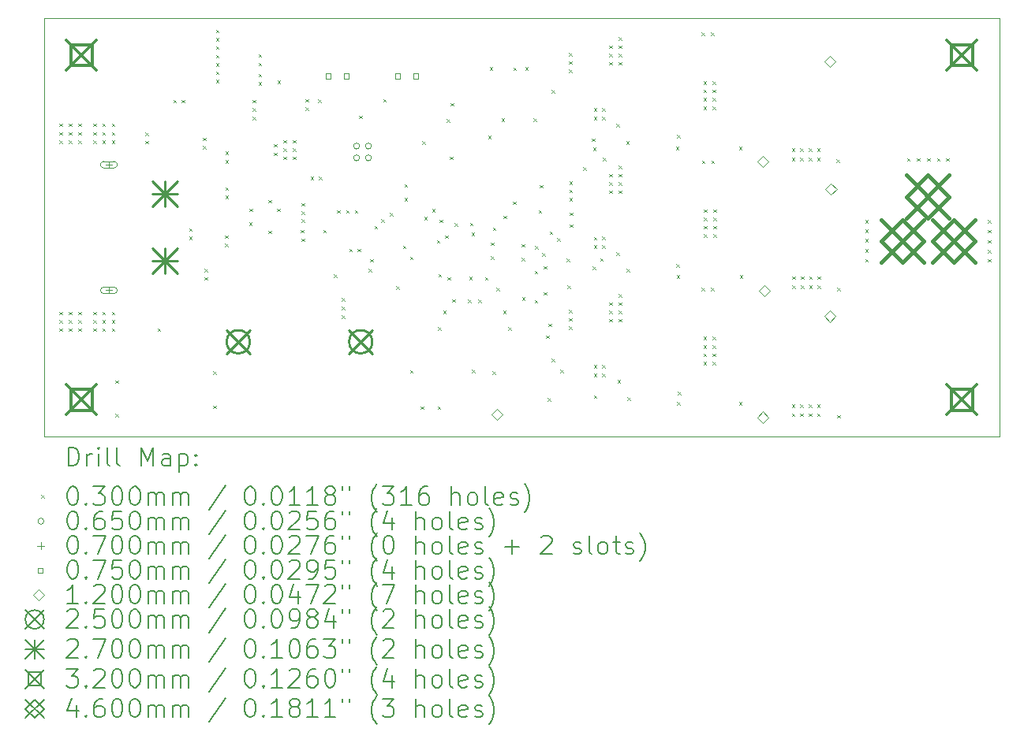
<source format=gbr>
%TF.GenerationSoftware,KiCad,Pcbnew,8.0.9-8.0.9-0~ubuntu22.04.1*%
%TF.CreationDate,2025-12-20T23:57:57-07:00*%
%TF.ProjectId,ESC_KiCAD,4553435f-4b69-4434-9144-2e6b69636164,A*%
%TF.SameCoordinates,Original*%
%TF.FileFunction,Drillmap*%
%TF.FilePolarity,Positive*%
%FSLAX45Y45*%
G04 Gerber Fmt 4.5, Leading zero omitted, Abs format (unit mm)*
G04 Created by KiCad (PCBNEW 8.0.9-8.0.9-0~ubuntu22.04.1) date 2025-12-20 23:57:57*
%MOMM*%
%LPD*%
G01*
G04 APERTURE LIST*
%ADD10C,0.050000*%
%ADD11C,0.200000*%
%ADD12C,0.100000*%
%ADD13C,0.120000*%
%ADD14C,0.250000*%
%ADD15C,0.270000*%
%ADD16C,0.320000*%
%ADD17C,0.460000*%
G04 APERTURE END LIST*
D10*
X12060000Y-6740000D02*
X22310000Y-6740000D01*
X22310000Y-11240000D01*
X12060000Y-11240000D01*
X12060000Y-6740000D01*
D11*
D12*
X12225000Y-7875000D02*
X12255000Y-7905000D01*
X12255000Y-7875000D02*
X12225000Y-7905000D01*
X12225000Y-7965000D02*
X12255000Y-7995000D01*
X12255000Y-7965000D02*
X12225000Y-7995000D01*
X12225000Y-8055000D02*
X12255000Y-8085000D01*
X12255000Y-8055000D02*
X12225000Y-8085000D01*
X12225000Y-9895000D02*
X12255000Y-9925000D01*
X12255000Y-9895000D02*
X12225000Y-9925000D01*
X12225000Y-9985000D02*
X12255000Y-10015000D01*
X12255000Y-9985000D02*
X12225000Y-10015000D01*
X12225000Y-10075000D02*
X12255000Y-10105000D01*
X12255000Y-10075000D02*
X12225000Y-10105000D01*
X12325000Y-7875000D02*
X12355000Y-7905000D01*
X12355000Y-7875000D02*
X12325000Y-7905000D01*
X12325000Y-7965000D02*
X12355000Y-7995000D01*
X12355000Y-7965000D02*
X12325000Y-7995000D01*
X12325000Y-8055000D02*
X12355000Y-8085000D01*
X12355000Y-8055000D02*
X12325000Y-8085000D01*
X12325000Y-9895000D02*
X12355000Y-9925000D01*
X12355000Y-9895000D02*
X12325000Y-9925000D01*
X12325000Y-9985000D02*
X12355000Y-10015000D01*
X12355000Y-9985000D02*
X12325000Y-10015000D01*
X12325000Y-10075000D02*
X12355000Y-10105000D01*
X12355000Y-10075000D02*
X12325000Y-10105000D01*
X12425000Y-7875000D02*
X12455000Y-7905000D01*
X12455000Y-7875000D02*
X12425000Y-7905000D01*
X12425000Y-7965000D02*
X12455000Y-7995000D01*
X12455000Y-7965000D02*
X12425000Y-7995000D01*
X12425000Y-8055000D02*
X12455000Y-8085000D01*
X12455000Y-8055000D02*
X12425000Y-8085000D01*
X12425000Y-9895000D02*
X12455000Y-9925000D01*
X12455000Y-9895000D02*
X12425000Y-9925000D01*
X12425000Y-9985000D02*
X12455000Y-10015000D01*
X12455000Y-9985000D02*
X12425000Y-10015000D01*
X12425000Y-10075000D02*
X12455000Y-10105000D01*
X12455000Y-10075000D02*
X12425000Y-10105000D01*
X12585000Y-7875000D02*
X12615000Y-7905000D01*
X12615000Y-7875000D02*
X12585000Y-7905000D01*
X12585000Y-7965000D02*
X12615000Y-7995000D01*
X12615000Y-7965000D02*
X12585000Y-7995000D01*
X12585000Y-8055000D02*
X12615000Y-8085000D01*
X12615000Y-8055000D02*
X12585000Y-8085000D01*
X12585000Y-9895000D02*
X12615000Y-9925000D01*
X12615000Y-9895000D02*
X12585000Y-9925000D01*
X12585000Y-9985000D02*
X12615000Y-10015000D01*
X12615000Y-9985000D02*
X12585000Y-10015000D01*
X12585000Y-10075000D02*
X12615000Y-10105000D01*
X12615000Y-10075000D02*
X12585000Y-10105000D01*
X12685000Y-7875000D02*
X12715000Y-7905000D01*
X12715000Y-7875000D02*
X12685000Y-7905000D01*
X12685000Y-7965000D02*
X12715000Y-7995000D01*
X12715000Y-7965000D02*
X12685000Y-7995000D01*
X12685000Y-8055000D02*
X12715000Y-8085000D01*
X12715000Y-8055000D02*
X12685000Y-8085000D01*
X12685000Y-9895000D02*
X12715000Y-9925000D01*
X12715000Y-9895000D02*
X12685000Y-9925000D01*
X12685000Y-9985000D02*
X12715000Y-10015000D01*
X12715000Y-9985000D02*
X12685000Y-10015000D01*
X12685000Y-10075000D02*
X12715000Y-10105000D01*
X12715000Y-10075000D02*
X12685000Y-10105000D01*
X12785000Y-7875000D02*
X12815000Y-7905000D01*
X12815000Y-7875000D02*
X12785000Y-7905000D01*
X12785000Y-7965000D02*
X12815000Y-7995000D01*
X12815000Y-7965000D02*
X12785000Y-7995000D01*
X12785000Y-8055000D02*
X12815000Y-8085000D01*
X12815000Y-8055000D02*
X12785000Y-8085000D01*
X12785000Y-9895000D02*
X12815000Y-9925000D01*
X12815000Y-9895000D02*
X12785000Y-9925000D01*
X12785000Y-9985000D02*
X12815000Y-10015000D01*
X12815000Y-9985000D02*
X12785000Y-10015000D01*
X12785000Y-10075000D02*
X12815000Y-10105000D01*
X12815000Y-10075000D02*
X12785000Y-10105000D01*
X12825000Y-10635000D02*
X12855000Y-10665000D01*
X12855000Y-10635000D02*
X12825000Y-10665000D01*
X12825000Y-10995000D02*
X12855000Y-11025000D01*
X12855000Y-10995000D02*
X12825000Y-11025000D01*
X13145000Y-7970000D02*
X13175000Y-8000000D01*
X13175000Y-7970000D02*
X13145000Y-8000000D01*
X13145000Y-8060000D02*
X13175000Y-8090000D01*
X13175000Y-8060000D02*
X13145000Y-8090000D01*
X13275000Y-10075000D02*
X13305000Y-10105000D01*
X13305000Y-10075000D02*
X13275000Y-10105000D01*
X13445000Y-7620000D02*
X13475000Y-7650000D01*
X13475000Y-7620000D02*
X13445000Y-7650000D01*
X13535000Y-7620000D02*
X13565000Y-7650000D01*
X13565000Y-7620000D02*
X13535000Y-7650000D01*
X13615000Y-9000000D02*
X13645000Y-9030000D01*
X13645000Y-9000000D02*
X13615000Y-9030000D01*
X13615000Y-9090000D02*
X13645000Y-9120000D01*
X13645000Y-9090000D02*
X13615000Y-9120000D01*
X13765000Y-8025000D02*
X13795000Y-8055000D01*
X13795000Y-8025000D02*
X13765000Y-8055000D01*
X13765000Y-8115000D02*
X13795000Y-8145000D01*
X13795000Y-8115000D02*
X13765000Y-8145000D01*
X13780000Y-9435000D02*
X13810000Y-9465000D01*
X13810000Y-9435000D02*
X13780000Y-9465000D01*
X13780000Y-9525000D02*
X13810000Y-9555000D01*
X13810000Y-9525000D02*
X13780000Y-9555000D01*
X13875000Y-10535000D02*
X13905000Y-10565000D01*
X13905000Y-10535000D02*
X13875000Y-10565000D01*
X13875000Y-10905000D02*
X13905000Y-10935000D01*
X13905000Y-10905000D02*
X13875000Y-10935000D01*
X13905000Y-6865000D02*
X13935000Y-6895000D01*
X13935000Y-6865000D02*
X13905000Y-6895000D01*
X13905000Y-6955000D02*
X13935000Y-6985000D01*
X13935000Y-6955000D02*
X13905000Y-6985000D01*
X13905000Y-7045000D02*
X13935000Y-7075000D01*
X13935000Y-7045000D02*
X13905000Y-7075000D01*
X13905000Y-7135000D02*
X13935000Y-7165000D01*
X13935000Y-7135000D02*
X13905000Y-7165000D01*
X13905000Y-7225000D02*
X13935000Y-7255000D01*
X13935000Y-7225000D02*
X13905000Y-7255000D01*
X13905000Y-7315000D02*
X13935000Y-7345000D01*
X13935000Y-7315000D02*
X13905000Y-7345000D01*
X13905000Y-7405000D02*
X13935000Y-7435000D01*
X13935000Y-7405000D02*
X13905000Y-7435000D01*
X14000000Y-9075000D02*
X14030000Y-9105000D01*
X14030000Y-9075000D02*
X14000000Y-9105000D01*
X14000000Y-9165000D02*
X14030000Y-9195000D01*
X14030000Y-9165000D02*
X14000000Y-9195000D01*
X14005000Y-8175000D02*
X14035000Y-8205000D01*
X14035000Y-8175000D02*
X14005000Y-8205000D01*
X14005000Y-8265000D02*
X14035000Y-8295000D01*
X14035000Y-8265000D02*
X14005000Y-8295000D01*
X14005000Y-8560000D02*
X14035000Y-8590000D01*
X14035000Y-8560000D02*
X14005000Y-8590000D01*
X14005000Y-8650000D02*
X14035000Y-8680000D01*
X14035000Y-8650000D02*
X14005000Y-8680000D01*
X14260000Y-8937560D02*
X14290000Y-8967560D01*
X14290000Y-8937560D02*
X14260000Y-8967560D01*
X14262440Y-8787560D02*
X14292440Y-8817560D01*
X14292440Y-8787560D02*
X14262440Y-8817560D01*
X14295000Y-7620000D02*
X14325000Y-7650000D01*
X14325000Y-7620000D02*
X14295000Y-7650000D01*
X14295000Y-7710000D02*
X14325000Y-7740000D01*
X14325000Y-7710000D02*
X14295000Y-7740000D01*
X14295000Y-7800000D02*
X14325000Y-7830000D01*
X14325000Y-7800000D02*
X14295000Y-7830000D01*
X14360000Y-7130000D02*
X14390000Y-7160000D01*
X14390000Y-7130000D02*
X14360000Y-7160000D01*
X14360000Y-7220000D02*
X14390000Y-7250000D01*
X14390000Y-7220000D02*
X14360000Y-7250000D01*
X14360000Y-7340000D02*
X14390000Y-7370000D01*
X14390000Y-7340000D02*
X14360000Y-7370000D01*
X14360000Y-7430000D02*
X14390000Y-7460000D01*
X14390000Y-7430000D02*
X14360000Y-7460000D01*
X14465000Y-8695000D02*
X14495000Y-8725000D01*
X14495000Y-8695000D02*
X14465000Y-8725000D01*
X14465000Y-9025000D02*
X14495000Y-9055000D01*
X14495000Y-9025000D02*
X14465000Y-9055000D01*
X14525000Y-8095000D02*
X14555000Y-8125000D01*
X14555000Y-8095000D02*
X14525000Y-8125000D01*
X14525000Y-8185000D02*
X14555000Y-8215000D01*
X14555000Y-8185000D02*
X14525000Y-8215000D01*
X14560000Y-8787560D02*
X14590000Y-8817560D01*
X14590000Y-8787560D02*
X14560000Y-8817560D01*
X14565000Y-7412500D02*
X14595000Y-7442500D01*
X14595000Y-7412500D02*
X14565000Y-7442500D01*
X14625000Y-8050000D02*
X14655000Y-8080000D01*
X14655000Y-8050000D02*
X14625000Y-8080000D01*
X14625000Y-8140000D02*
X14655000Y-8170000D01*
X14655000Y-8140000D02*
X14625000Y-8170000D01*
X14625000Y-8230000D02*
X14655000Y-8260000D01*
X14655000Y-8230000D02*
X14625000Y-8260000D01*
X14730000Y-8050000D02*
X14760000Y-8080000D01*
X14760000Y-8050000D02*
X14730000Y-8080000D01*
X14730000Y-8140000D02*
X14760000Y-8170000D01*
X14760000Y-8140000D02*
X14730000Y-8170000D01*
X14730000Y-8230000D02*
X14760000Y-8260000D01*
X14760000Y-8230000D02*
X14730000Y-8260000D01*
X14815000Y-9015000D02*
X14845000Y-9045000D01*
X14845000Y-9015000D02*
X14815000Y-9045000D01*
X14820000Y-8730000D02*
X14850000Y-8760000D01*
X14850000Y-8730000D02*
X14820000Y-8760000D01*
X14820000Y-8815000D02*
X14850000Y-8845000D01*
X14850000Y-8815000D02*
X14820000Y-8845000D01*
X14820000Y-8900000D02*
X14850000Y-8930000D01*
X14850000Y-8900000D02*
X14820000Y-8930000D01*
X14820000Y-9110000D02*
X14850000Y-9140000D01*
X14850000Y-9110000D02*
X14820000Y-9140000D01*
X14865000Y-7610000D02*
X14895000Y-7640000D01*
X14895000Y-7610000D02*
X14865000Y-7640000D01*
X14865000Y-7700000D02*
X14895000Y-7730000D01*
X14895000Y-7700000D02*
X14865000Y-7730000D01*
X14920000Y-8445000D02*
X14950000Y-8475000D01*
X14950000Y-8445000D02*
X14920000Y-8475000D01*
X15000000Y-7615000D02*
X15030000Y-7645000D01*
X15030000Y-7615000D02*
X15000000Y-7645000D01*
X15010000Y-8445000D02*
X15040000Y-8475000D01*
X15040000Y-8445000D02*
X15010000Y-8475000D01*
X15055000Y-9015000D02*
X15085000Y-9045000D01*
X15085000Y-9015000D02*
X15055000Y-9045000D01*
X15170000Y-9495000D02*
X15200000Y-9525000D01*
X15200000Y-9495000D02*
X15170000Y-9525000D01*
X15205000Y-8805000D02*
X15235000Y-8835000D01*
X15235000Y-8805000D02*
X15205000Y-8835000D01*
X15255000Y-9750000D02*
X15285000Y-9780000D01*
X15285000Y-9750000D02*
X15255000Y-9780000D01*
X15255000Y-9840000D02*
X15285000Y-9870000D01*
X15285000Y-9840000D02*
X15255000Y-9870000D01*
X15255000Y-9935000D02*
X15285000Y-9965000D01*
X15285000Y-9935000D02*
X15255000Y-9965000D01*
X15300000Y-8805000D02*
X15330000Y-8835000D01*
X15330000Y-8805000D02*
X15300000Y-8835000D01*
X15335000Y-9220000D02*
X15365000Y-9250000D01*
X15365000Y-9220000D02*
X15335000Y-9250000D01*
X15395000Y-8805000D02*
X15425000Y-8835000D01*
X15425000Y-8805000D02*
X15395000Y-8835000D01*
X15425000Y-9220000D02*
X15455000Y-9250000D01*
X15455000Y-9220000D02*
X15425000Y-9250000D01*
X15440000Y-7790000D02*
X15470000Y-7820000D01*
X15470000Y-7790000D02*
X15440000Y-7820000D01*
X15540000Y-9435000D02*
X15570000Y-9465000D01*
X15570000Y-9435000D02*
X15540000Y-9465000D01*
X15560000Y-9330000D02*
X15590000Y-9360000D01*
X15590000Y-9330000D02*
X15560000Y-9360000D01*
X15605000Y-8975000D02*
X15635000Y-9005000D01*
X15635000Y-8975000D02*
X15605000Y-9005000D01*
X15675000Y-8900000D02*
X15705000Y-8930000D01*
X15705000Y-8900000D02*
X15675000Y-8930000D01*
X15700000Y-7612500D02*
X15730000Y-7642500D01*
X15730000Y-7612500D02*
X15700000Y-7642500D01*
X15770000Y-8835000D02*
X15800000Y-8865000D01*
X15800000Y-8835000D02*
X15770000Y-8865000D01*
X15837500Y-9622500D02*
X15867500Y-9652500D01*
X15867500Y-9622500D02*
X15837500Y-9652500D01*
X15910000Y-9185000D02*
X15940000Y-9215000D01*
X15940000Y-9185000D02*
X15910000Y-9215000D01*
X15925000Y-8525000D02*
X15955000Y-8555000D01*
X15955000Y-8525000D02*
X15925000Y-8555000D01*
X15925000Y-8675000D02*
X15955000Y-8705000D01*
X15955000Y-8675000D02*
X15925000Y-8705000D01*
X15985000Y-10525000D02*
X16015000Y-10555000D01*
X16015000Y-10525000D02*
X15985000Y-10555000D01*
X15985000Y-9305000D02*
X16015000Y-9335000D01*
X16015000Y-9305000D02*
X15985000Y-9335000D01*
X16102560Y-10912500D02*
X16132560Y-10942500D01*
X16132560Y-10912500D02*
X16102560Y-10942500D01*
X16117500Y-8062500D02*
X16147500Y-8092500D01*
X16147500Y-8062500D02*
X16117500Y-8092500D01*
X16140000Y-8875000D02*
X16170000Y-8905000D01*
X16170000Y-8875000D02*
X16140000Y-8905000D01*
X16225000Y-8790000D02*
X16255000Y-8820000D01*
X16255000Y-8790000D02*
X16225000Y-8820000D01*
X16275000Y-9125000D02*
X16305000Y-9155000D01*
X16305000Y-9125000D02*
X16275000Y-9155000D01*
X16282560Y-10912500D02*
X16312560Y-10942500D01*
X16312560Y-10912500D02*
X16282560Y-10942500D01*
X16285000Y-10060000D02*
X16315000Y-10090000D01*
X16315000Y-10060000D02*
X16285000Y-10090000D01*
X16290000Y-9490000D02*
X16320000Y-9520000D01*
X16320000Y-9490000D02*
X16290000Y-9520000D01*
X16305000Y-8905000D02*
X16335000Y-8935000D01*
X16335000Y-8905000D02*
X16305000Y-8935000D01*
X16340000Y-9885000D02*
X16370000Y-9915000D01*
X16370000Y-9885000D02*
X16340000Y-9915000D01*
X16365000Y-9075000D02*
X16395000Y-9105000D01*
X16395000Y-9075000D02*
X16365000Y-9105000D01*
X16380000Y-7825000D02*
X16410000Y-7855000D01*
X16410000Y-7825000D02*
X16380000Y-7855000D01*
X16390000Y-9525000D02*
X16420000Y-9555000D01*
X16420000Y-9525000D02*
X16390000Y-9555000D01*
X16413500Y-8228500D02*
X16443500Y-8258500D01*
X16443500Y-8228500D02*
X16413500Y-8258500D01*
X16420000Y-7655000D02*
X16450000Y-7685000D01*
X16450000Y-7655000D02*
X16420000Y-7685000D01*
X16440000Y-9760000D02*
X16470000Y-9790000D01*
X16470000Y-9760000D02*
X16440000Y-9790000D01*
X16465000Y-8945000D02*
X16495000Y-8975000D01*
X16495000Y-8945000D02*
X16465000Y-8975000D01*
X16610000Y-9765000D02*
X16640000Y-9795000D01*
X16640000Y-9765000D02*
X16610000Y-9795000D01*
X16620000Y-9520000D02*
X16650000Y-9550000D01*
X16650000Y-9520000D02*
X16620000Y-9550000D01*
X16630000Y-8940000D02*
X16660000Y-8970000D01*
X16660000Y-8940000D02*
X16630000Y-8970000D01*
X16645000Y-9045000D02*
X16675000Y-9075000D01*
X16675000Y-9045000D02*
X16645000Y-9075000D01*
X16650000Y-10520000D02*
X16680000Y-10550000D01*
X16680000Y-10520000D02*
X16650000Y-10550000D01*
X16720000Y-9765000D02*
X16750000Y-9795000D01*
X16750000Y-9765000D02*
X16720000Y-9795000D01*
X16790000Y-9525000D02*
X16820000Y-9555000D01*
X16820000Y-9525000D02*
X16790000Y-9555000D01*
X16825000Y-8005000D02*
X16855000Y-8035000D01*
X16855000Y-8005000D02*
X16825000Y-8035000D01*
X16842000Y-7268560D02*
X16872000Y-7298560D01*
X16872000Y-7268560D02*
X16842000Y-7298560D01*
X16855000Y-9150000D02*
X16885000Y-9180000D01*
X16885000Y-9150000D02*
X16855000Y-9180000D01*
X16855000Y-9300000D02*
X16885000Y-9330000D01*
X16885000Y-9300000D02*
X16855000Y-9330000D01*
X16870000Y-10535000D02*
X16900000Y-10565000D01*
X16900000Y-10535000D02*
X16870000Y-10565000D01*
X16875000Y-8990000D02*
X16905000Y-9020000D01*
X16905000Y-8990000D02*
X16875000Y-9020000D01*
X16915000Y-9640000D02*
X16945000Y-9670000D01*
X16945000Y-9640000D02*
X16915000Y-9670000D01*
X16968440Y-7820000D02*
X16998440Y-7850000D01*
X16998440Y-7820000D02*
X16968440Y-7850000D01*
X16985000Y-9885000D02*
X17015000Y-9915000D01*
X17015000Y-9885000D02*
X16985000Y-9915000D01*
X16990000Y-8865000D02*
X17020000Y-8895000D01*
X17020000Y-8865000D02*
X16990000Y-8895000D01*
X17040000Y-10060000D02*
X17070000Y-10090000D01*
X17070000Y-10060000D02*
X17040000Y-10090000D01*
X17090000Y-8710000D02*
X17120000Y-8740000D01*
X17120000Y-8710000D02*
X17090000Y-8740000D01*
X17096000Y-7272440D02*
X17126000Y-7302440D01*
X17126000Y-7272440D02*
X17096000Y-7302440D01*
X17185000Y-9170000D02*
X17215000Y-9200000D01*
X17215000Y-9170000D02*
X17185000Y-9200000D01*
X17185000Y-9315000D02*
X17215000Y-9345000D01*
X17215000Y-9315000D02*
X17185000Y-9345000D01*
X17187500Y-9740000D02*
X17217500Y-9770000D01*
X17217500Y-9740000D02*
X17187500Y-9770000D01*
X17223440Y-7270000D02*
X17253440Y-7300000D01*
X17253440Y-7270000D02*
X17223440Y-7300000D01*
X17313440Y-7820000D02*
X17343440Y-7850000D01*
X17343440Y-7820000D02*
X17313440Y-7850000D01*
X17325000Y-9455000D02*
X17355000Y-9485000D01*
X17355000Y-9455000D02*
X17325000Y-9485000D01*
X17325000Y-9770000D02*
X17355000Y-9800000D01*
X17355000Y-9770000D02*
X17325000Y-9800000D01*
X17330000Y-9190000D02*
X17360000Y-9220000D01*
X17360000Y-9190000D02*
X17330000Y-9220000D01*
X17365000Y-8805000D02*
X17395000Y-8835000D01*
X17395000Y-8805000D02*
X17365000Y-8835000D01*
X17380000Y-8535000D02*
X17410000Y-8565000D01*
X17410000Y-8535000D02*
X17380000Y-8565000D01*
X17405000Y-9265000D02*
X17435000Y-9295000D01*
X17435000Y-9265000D02*
X17405000Y-9295000D01*
X17420000Y-9405000D02*
X17450000Y-9435000D01*
X17450000Y-9405000D02*
X17420000Y-9435000D01*
X17420000Y-9685000D02*
X17450000Y-9715000D01*
X17450000Y-9685000D02*
X17420000Y-9715000D01*
X17447500Y-10152500D02*
X17477500Y-10182500D01*
X17477500Y-10152500D02*
X17447500Y-10182500D01*
X17465000Y-10825000D02*
X17495000Y-10855000D01*
X17495000Y-10825000D02*
X17465000Y-10855000D01*
X17472500Y-10022500D02*
X17502500Y-10052500D01*
X17502500Y-10022500D02*
X17472500Y-10052500D01*
X17485000Y-9035000D02*
X17515000Y-9065000D01*
X17515000Y-9035000D02*
X17485000Y-9065000D01*
X17505000Y-7515000D02*
X17535000Y-7545000D01*
X17535000Y-7515000D02*
X17505000Y-7545000D01*
X17505000Y-10400000D02*
X17535000Y-10430000D01*
X17535000Y-10400000D02*
X17505000Y-10430000D01*
X17565000Y-9105000D02*
X17595000Y-9135000D01*
X17595000Y-9105000D02*
X17565000Y-9135000D01*
X17600000Y-10520000D02*
X17630000Y-10550000D01*
X17630000Y-10520000D02*
X17600000Y-10550000D01*
X17665000Y-9325000D02*
X17695000Y-9355000D01*
X17695000Y-9325000D02*
X17665000Y-9355000D01*
X17675000Y-9615000D02*
X17705000Y-9645000D01*
X17705000Y-9615000D02*
X17675000Y-9645000D01*
X17694500Y-7114500D02*
X17724500Y-7144500D01*
X17724500Y-7114500D02*
X17694500Y-7144500D01*
X17694500Y-7204500D02*
X17724500Y-7234500D01*
X17724500Y-7204500D02*
X17694500Y-7234500D01*
X17694500Y-7294500D02*
X17724500Y-7324500D01*
X17724500Y-7294500D02*
X17694500Y-7324500D01*
X17694500Y-9874500D02*
X17724500Y-9904500D01*
X17724500Y-9874500D02*
X17694500Y-9904500D01*
X17694500Y-9964500D02*
X17724500Y-9994500D01*
X17724500Y-9964500D02*
X17694500Y-9994500D01*
X17694500Y-10054500D02*
X17724500Y-10084500D01*
X17724500Y-10054500D02*
X17694500Y-10084500D01*
X17695000Y-8494500D02*
X17725000Y-8524500D01*
X17725000Y-8494500D02*
X17695000Y-8524500D01*
X17695000Y-8584500D02*
X17725000Y-8614500D01*
X17725000Y-8584500D02*
X17695000Y-8614500D01*
X17695000Y-8674500D02*
X17725000Y-8704500D01*
X17725000Y-8674500D02*
X17695000Y-8704500D01*
X17700000Y-8831500D02*
X17730000Y-8861500D01*
X17730000Y-8831500D02*
X17700000Y-8861500D01*
X17700000Y-8958500D02*
X17730000Y-8988500D01*
X17730000Y-8958500D02*
X17700000Y-8988500D01*
X17845000Y-8345000D02*
X17875000Y-8375000D01*
X17875000Y-8345000D02*
X17845000Y-8375000D01*
X17940000Y-8034500D02*
X17970000Y-8064500D01*
X17970000Y-8034500D02*
X17940000Y-8064500D01*
X17945000Y-9411500D02*
X17975000Y-9441500D01*
X17975000Y-9411500D02*
X17945000Y-9441500D01*
X17950500Y-8129500D02*
X17980500Y-8159500D01*
X17980500Y-8129500D02*
X17950500Y-8159500D01*
X17957060Y-10793560D02*
X17987060Y-10823560D01*
X17987060Y-10793560D02*
X17957060Y-10823560D01*
X17960000Y-7710000D02*
X17990000Y-7740000D01*
X17990000Y-7710000D02*
X17960000Y-7740000D01*
X17960000Y-7800000D02*
X17990000Y-7830000D01*
X17990000Y-7800000D02*
X17960000Y-7830000D01*
X17960000Y-9090500D02*
X17990000Y-9120500D01*
X17990000Y-9090500D02*
X17960000Y-9120500D01*
X17960000Y-9180500D02*
X17990000Y-9210500D01*
X17990000Y-9180500D02*
X17960000Y-9210500D01*
X17960000Y-10470500D02*
X17990000Y-10500500D01*
X17990000Y-10470500D02*
X17960000Y-10500500D01*
X17960000Y-10560500D02*
X17990000Y-10590500D01*
X17990000Y-10560500D02*
X17960000Y-10590500D01*
X18025000Y-9319200D02*
X18055000Y-9349200D01*
X18055000Y-9319200D02*
X18025000Y-9349200D01*
X18050000Y-7709500D02*
X18080000Y-7739500D01*
X18080000Y-7709500D02*
X18050000Y-7739500D01*
X18050000Y-7799500D02*
X18080000Y-7829500D01*
X18080000Y-7799500D02*
X18050000Y-7829500D01*
X18050000Y-9090000D02*
X18080000Y-9120000D01*
X18080000Y-9090000D02*
X18050000Y-9120000D01*
X18050000Y-9180000D02*
X18080000Y-9210000D01*
X18080000Y-9180000D02*
X18050000Y-9210000D01*
X18050000Y-10470000D02*
X18080000Y-10500000D01*
X18080000Y-10470000D02*
X18050000Y-10500000D01*
X18050000Y-10560000D02*
X18080000Y-10590000D01*
X18080000Y-10560000D02*
X18050000Y-10590000D01*
X18055000Y-8240000D02*
X18085000Y-8270000D01*
X18085000Y-8240000D02*
X18055000Y-8270000D01*
X18124500Y-7034500D02*
X18154500Y-7064500D01*
X18154500Y-7034500D02*
X18124500Y-7064500D01*
X18124500Y-7124500D02*
X18154500Y-7154500D01*
X18154500Y-7124500D02*
X18124500Y-7154500D01*
X18124500Y-7214500D02*
X18154500Y-7244500D01*
X18154500Y-7214500D02*
X18124500Y-7244500D01*
X18124500Y-9884500D02*
X18154500Y-9914500D01*
X18154500Y-9884500D02*
X18124500Y-9914500D01*
X18124500Y-9974500D02*
X18154500Y-10004500D01*
X18154500Y-9974500D02*
X18124500Y-10004500D01*
X18125000Y-8414500D02*
X18155000Y-8444500D01*
X18155000Y-8414500D02*
X18125000Y-8444500D01*
X18125000Y-8504500D02*
X18155000Y-8534500D01*
X18155000Y-8504500D02*
X18125000Y-8534500D01*
X18125000Y-8594500D02*
X18155000Y-8624500D01*
X18155000Y-8594500D02*
X18125000Y-8624500D01*
X18125000Y-9794500D02*
X18155000Y-9824500D01*
X18155000Y-9794500D02*
X18125000Y-9824500D01*
X18200000Y-7879500D02*
X18230000Y-7909500D01*
X18230000Y-7879500D02*
X18200000Y-7909500D01*
X18200000Y-9256500D02*
X18230000Y-9286500D01*
X18230000Y-9256500D02*
X18200000Y-9286500D01*
X18214500Y-10631000D02*
X18244500Y-10661000D01*
X18244500Y-10631000D02*
X18214500Y-10661000D01*
X18224500Y-6944500D02*
X18254500Y-6974500D01*
X18254500Y-6944500D02*
X18224500Y-6974500D01*
X18224500Y-7034500D02*
X18254500Y-7064500D01*
X18254500Y-7034500D02*
X18224500Y-7064500D01*
X18224500Y-7124500D02*
X18254500Y-7154500D01*
X18254500Y-7124500D02*
X18224500Y-7154500D01*
X18224500Y-7214500D02*
X18254500Y-7244500D01*
X18254500Y-7214500D02*
X18224500Y-7244500D01*
X18224500Y-9704500D02*
X18254500Y-9734500D01*
X18254500Y-9704500D02*
X18224500Y-9734500D01*
X18224500Y-9794500D02*
X18254500Y-9824500D01*
X18254500Y-9794500D02*
X18224500Y-9824500D01*
X18224500Y-9884500D02*
X18254500Y-9914500D01*
X18254500Y-9884500D02*
X18224500Y-9914500D01*
X18224500Y-9974500D02*
X18254500Y-10004500D01*
X18254500Y-9974500D02*
X18224500Y-10004500D01*
X18225000Y-8324500D02*
X18255000Y-8354500D01*
X18255000Y-8324500D02*
X18225000Y-8354500D01*
X18225000Y-8414500D02*
X18255000Y-8444500D01*
X18255000Y-8414500D02*
X18225000Y-8444500D01*
X18225000Y-8504500D02*
X18255000Y-8534500D01*
X18255000Y-8504500D02*
X18225000Y-8534500D01*
X18225000Y-8594500D02*
X18255000Y-8624500D01*
X18255000Y-8594500D02*
X18225000Y-8624500D01*
X18305000Y-8064500D02*
X18335000Y-8094500D01*
X18335000Y-8064500D02*
X18305000Y-8094500D01*
X18310000Y-9436500D02*
X18340000Y-9466500D01*
X18340000Y-9436500D02*
X18310000Y-9466500D01*
X18319500Y-10816000D02*
X18349500Y-10846000D01*
X18349500Y-10816000D02*
X18319500Y-10846000D01*
X18838155Y-8125000D02*
X18868155Y-8155000D01*
X18868155Y-8125000D02*
X18838155Y-8155000D01*
X18845000Y-9385000D02*
X18875000Y-9415000D01*
X18875000Y-9385000D02*
X18845000Y-9415000D01*
X18848155Y-9505000D02*
X18878155Y-9535000D01*
X18878155Y-9505000D02*
X18848155Y-9535000D01*
X18850000Y-7995000D02*
X18880000Y-8025000D01*
X18880000Y-7995000D02*
X18850000Y-8025000D01*
X18850000Y-10865000D02*
X18880000Y-10895000D01*
X18880000Y-10865000D02*
X18850000Y-10895000D01*
X18860000Y-10755000D02*
X18890000Y-10785000D01*
X18890000Y-10755000D02*
X18860000Y-10785000D01*
X19114500Y-6894500D02*
X19144500Y-6924500D01*
X19144500Y-6894500D02*
X19114500Y-6924500D01*
X19115059Y-9639500D02*
X19145059Y-9669500D01*
X19145059Y-9639500D02*
X19115059Y-9669500D01*
X19120059Y-8272235D02*
X19150059Y-8302235D01*
X19150059Y-8272235D02*
X19120059Y-8302235D01*
X19134500Y-7419500D02*
X19164500Y-7449500D01*
X19164500Y-7419500D02*
X19134500Y-7449500D01*
X19134500Y-7509500D02*
X19164500Y-7539500D01*
X19164500Y-7509500D02*
X19134500Y-7539500D01*
X19134500Y-7599500D02*
X19164500Y-7629500D01*
X19164500Y-7599500D02*
X19134500Y-7629500D01*
X19134500Y-7689500D02*
X19164500Y-7719500D01*
X19164500Y-7689500D02*
X19134500Y-7719500D01*
X19134500Y-10164500D02*
X19164500Y-10194500D01*
X19164500Y-10164500D02*
X19134500Y-10194500D01*
X19134500Y-10254500D02*
X19164500Y-10284500D01*
X19164500Y-10254500D02*
X19134500Y-10284500D01*
X19134500Y-10344500D02*
X19164500Y-10374500D01*
X19164500Y-10344500D02*
X19134500Y-10374500D01*
X19134500Y-10434500D02*
X19164500Y-10464500D01*
X19164500Y-10434500D02*
X19134500Y-10464500D01*
X19140000Y-8795000D02*
X19170000Y-8825000D01*
X19170000Y-8795000D02*
X19140000Y-8825000D01*
X19140000Y-8885000D02*
X19170000Y-8915000D01*
X19170000Y-8885000D02*
X19140000Y-8915000D01*
X19140000Y-8975000D02*
X19170000Y-9005000D01*
X19170000Y-8975000D02*
X19140000Y-9005000D01*
X19140000Y-9065000D02*
X19170000Y-9095000D01*
X19170000Y-9065000D02*
X19140000Y-9095000D01*
X19214500Y-6894500D02*
X19244500Y-6924500D01*
X19244500Y-6894500D02*
X19214500Y-6924500D01*
X19215059Y-9639500D02*
X19245059Y-9669500D01*
X19245059Y-9639500D02*
X19215059Y-9669500D01*
X19220059Y-8272235D02*
X19250059Y-8302235D01*
X19250059Y-8272235D02*
X19220059Y-8302235D01*
X19234500Y-7419500D02*
X19264500Y-7449500D01*
X19264500Y-7419500D02*
X19234500Y-7449500D01*
X19234500Y-7509500D02*
X19264500Y-7539500D01*
X19264500Y-7509500D02*
X19234500Y-7539500D01*
X19234500Y-7599500D02*
X19264500Y-7629500D01*
X19264500Y-7599500D02*
X19234500Y-7629500D01*
X19234500Y-7689500D02*
X19264500Y-7719500D01*
X19264500Y-7689500D02*
X19234500Y-7719500D01*
X19234500Y-10164500D02*
X19264500Y-10194500D01*
X19264500Y-10164500D02*
X19234500Y-10194500D01*
X19234500Y-10254500D02*
X19264500Y-10284500D01*
X19264500Y-10254500D02*
X19234500Y-10284500D01*
X19234500Y-10344500D02*
X19264500Y-10374500D01*
X19264500Y-10344500D02*
X19234500Y-10374500D01*
X19234500Y-10434500D02*
X19264500Y-10464500D01*
X19264500Y-10434500D02*
X19234500Y-10464500D01*
X19240000Y-8795000D02*
X19270000Y-8825000D01*
X19270000Y-8795000D02*
X19240000Y-8825000D01*
X19240000Y-8885000D02*
X19270000Y-8915000D01*
X19270000Y-8885000D02*
X19240000Y-8915000D01*
X19240000Y-8975000D02*
X19270000Y-9005000D01*
X19270000Y-8975000D02*
X19240000Y-9005000D01*
X19240000Y-9065000D02*
X19270000Y-9095000D01*
X19270000Y-9065000D02*
X19240000Y-9095000D01*
X19515000Y-10865000D02*
X19545000Y-10895000D01*
X19545000Y-10865000D02*
X19515000Y-10895000D01*
X19518155Y-8125000D02*
X19548155Y-8155000D01*
X19548155Y-8125000D02*
X19518155Y-8155000D01*
X19525000Y-9505000D02*
X19555000Y-9535000D01*
X19555000Y-9505000D02*
X19525000Y-9535000D01*
X20084500Y-8139500D02*
X20114500Y-8169500D01*
X20114500Y-8139500D02*
X20084500Y-8169500D01*
X20084500Y-8239500D02*
X20114500Y-8269500D01*
X20114500Y-8239500D02*
X20084500Y-8269500D01*
X20084500Y-10889500D02*
X20114500Y-10919500D01*
X20114500Y-10889500D02*
X20084500Y-10919500D01*
X20084500Y-10989500D02*
X20114500Y-11019500D01*
X20114500Y-10989500D02*
X20084500Y-11019500D01*
X20090000Y-9515000D02*
X20120000Y-9545000D01*
X20120000Y-9515000D02*
X20090000Y-9545000D01*
X20090000Y-9615000D02*
X20120000Y-9645000D01*
X20120000Y-9615000D02*
X20090000Y-9645000D01*
X20174500Y-8139500D02*
X20204500Y-8169500D01*
X20204500Y-8139500D02*
X20174500Y-8169500D01*
X20174500Y-8239500D02*
X20204500Y-8269500D01*
X20204500Y-8239500D02*
X20174500Y-8269500D01*
X20174500Y-10889500D02*
X20204500Y-10919500D01*
X20204500Y-10889500D02*
X20174500Y-10919500D01*
X20174500Y-10989500D02*
X20204500Y-11019500D01*
X20204500Y-10989500D02*
X20174500Y-11019500D01*
X20180000Y-9515000D02*
X20210000Y-9545000D01*
X20210000Y-9515000D02*
X20180000Y-9545000D01*
X20180000Y-9615000D02*
X20210000Y-9645000D01*
X20210000Y-9615000D02*
X20180000Y-9645000D01*
X20264500Y-8139500D02*
X20294500Y-8169500D01*
X20294500Y-8139500D02*
X20264500Y-8169500D01*
X20264500Y-8239500D02*
X20294500Y-8269500D01*
X20294500Y-8239500D02*
X20264500Y-8269500D01*
X20264500Y-10889500D02*
X20294500Y-10919500D01*
X20294500Y-10889500D02*
X20264500Y-10919500D01*
X20264500Y-10989500D02*
X20294500Y-11019500D01*
X20294500Y-10989500D02*
X20264500Y-11019500D01*
X20270000Y-9515000D02*
X20300000Y-9545000D01*
X20300000Y-9515000D02*
X20270000Y-9545000D01*
X20270000Y-9615000D02*
X20300000Y-9645000D01*
X20300000Y-9615000D02*
X20270000Y-9645000D01*
X20354500Y-8139500D02*
X20384500Y-8169500D01*
X20384500Y-8139500D02*
X20354500Y-8169500D01*
X20354500Y-8239500D02*
X20384500Y-8269500D01*
X20384500Y-8239500D02*
X20354500Y-8269500D01*
X20354500Y-10889500D02*
X20384500Y-10919500D01*
X20384500Y-10889500D02*
X20354500Y-10919500D01*
X20354500Y-10989500D02*
X20384500Y-11019500D01*
X20384500Y-10989500D02*
X20354500Y-11019500D01*
X20360000Y-9515000D02*
X20390000Y-9545000D01*
X20390000Y-9515000D02*
X20360000Y-9545000D01*
X20360000Y-9615000D02*
X20390000Y-9645000D01*
X20390000Y-9615000D02*
X20360000Y-9645000D01*
X20562500Y-8257500D02*
X20592500Y-8287500D01*
X20592500Y-8257500D02*
X20562500Y-8287500D01*
X20570000Y-11007500D02*
X20600000Y-11037500D01*
X20600000Y-11007500D02*
X20570000Y-11037500D01*
X20572500Y-9637500D02*
X20602500Y-9667500D01*
X20602500Y-9637500D02*
X20572500Y-9667500D01*
X20870000Y-8910000D02*
X20900000Y-8940000D01*
X20900000Y-8910000D02*
X20870000Y-8940000D01*
X20870000Y-9010000D02*
X20900000Y-9040000D01*
X20900000Y-9010000D02*
X20870000Y-9040000D01*
X20870000Y-9115000D02*
X20900000Y-9145000D01*
X20900000Y-9115000D02*
X20870000Y-9145000D01*
X20870000Y-9225000D02*
X20900000Y-9255000D01*
X20900000Y-9225000D02*
X20870000Y-9255000D01*
X20870000Y-9330000D02*
X20900000Y-9360000D01*
X20900000Y-9330000D02*
X20870000Y-9360000D01*
X21320000Y-8245000D02*
X21350000Y-8275000D01*
X21350000Y-8245000D02*
X21320000Y-8275000D01*
X21425000Y-8245000D02*
X21455000Y-8275000D01*
X21455000Y-8245000D02*
X21425000Y-8275000D01*
X21535000Y-8245000D02*
X21565000Y-8275000D01*
X21565000Y-8245000D02*
X21535000Y-8275000D01*
X21640000Y-8245000D02*
X21670000Y-8275000D01*
X21670000Y-8245000D02*
X21640000Y-8275000D01*
X21740000Y-8245000D02*
X21770000Y-8275000D01*
X21770000Y-8245000D02*
X21740000Y-8275000D01*
X22190000Y-8910000D02*
X22220000Y-8940000D01*
X22220000Y-8910000D02*
X22190000Y-8940000D01*
X22190000Y-9015000D02*
X22220000Y-9045000D01*
X22220000Y-9015000D02*
X22190000Y-9045000D01*
X22190000Y-9125000D02*
X22220000Y-9155000D01*
X22220000Y-9125000D02*
X22190000Y-9155000D01*
X22190000Y-9230000D02*
X22220000Y-9260000D01*
X22220000Y-9230000D02*
X22190000Y-9260000D01*
X22190000Y-9330000D02*
X22220000Y-9360000D01*
X22220000Y-9330000D02*
X22190000Y-9360000D01*
X15445000Y-8115440D02*
G75*
G02*
X15380000Y-8115440I-32500J0D01*
G01*
X15380000Y-8115440D02*
G75*
G02*
X15445000Y-8115440I32500J0D01*
G01*
X15445000Y-8242440D02*
G75*
G02*
X15380000Y-8242440I-32500J0D01*
G01*
X15380000Y-8242440D02*
G75*
G02*
X15445000Y-8242440I32500J0D01*
G01*
X15572000Y-8115440D02*
G75*
G02*
X15507000Y-8115440I-32500J0D01*
G01*
X15507000Y-8115440D02*
G75*
G02*
X15572000Y-8115440I32500J0D01*
G01*
X15572000Y-8242440D02*
G75*
G02*
X15507000Y-8242440I-32500J0D01*
G01*
X15507000Y-8242440D02*
G75*
G02*
X15572000Y-8242440I32500J0D01*
G01*
X12753940Y-8280000D02*
X12753940Y-8350000D01*
X12718940Y-8315000D02*
X12788940Y-8315000D01*
X12698940Y-8350000D02*
X12808940Y-8350000D01*
X12808940Y-8280000D02*
G75*
G02*
X12808940Y-8350000I0J-35000D01*
G01*
X12808940Y-8280000D02*
X12698940Y-8280000D01*
X12698940Y-8280000D02*
G75*
G03*
X12698940Y-8350000I0J-35000D01*
G01*
X12753940Y-9630000D02*
X12753940Y-9700000D01*
X12718940Y-9665000D02*
X12788940Y-9665000D01*
X12698940Y-9700000D02*
X12808940Y-9700000D01*
X12808940Y-9630000D02*
G75*
G02*
X12808940Y-9700000I0J-35000D01*
G01*
X12808940Y-9630000D02*
X12698940Y-9630000D01*
X12698940Y-9630000D02*
G75*
G03*
X12698940Y-9700000I0J-35000D01*
G01*
X15131517Y-7389017D02*
X15131517Y-7335983D01*
X15078483Y-7335983D01*
X15078483Y-7389017D01*
X15131517Y-7389017D01*
X15331517Y-7389017D02*
X15331517Y-7335983D01*
X15278483Y-7335983D01*
X15278483Y-7389017D01*
X15331517Y-7389017D01*
X15876517Y-7389017D02*
X15876517Y-7335983D01*
X15823483Y-7335983D01*
X15823483Y-7389017D01*
X15876517Y-7389017D01*
X16076517Y-7389017D02*
X16076517Y-7335983D01*
X16023483Y-7335983D01*
X16023483Y-7389017D01*
X16076517Y-7389017D01*
D13*
X16920000Y-11060000D02*
X16980000Y-11000000D01*
X16920000Y-10940000D01*
X16860000Y-11000000D01*
X16920000Y-11060000D01*
X19770000Y-11090000D02*
X19830000Y-11030000D01*
X19770000Y-10970000D01*
X19710000Y-11030000D01*
X19770000Y-11090000D01*
X19775000Y-8345000D02*
X19835000Y-8285000D01*
X19775000Y-8225000D01*
X19715000Y-8285000D01*
X19775000Y-8345000D01*
X19790000Y-9730000D02*
X19850000Y-9670000D01*
X19790000Y-9610000D01*
X19730000Y-9670000D01*
X19790000Y-9730000D01*
X20495000Y-7265000D02*
X20555000Y-7205000D01*
X20495000Y-7145000D01*
X20435000Y-7205000D01*
X20495000Y-7265000D01*
X20495000Y-10005000D02*
X20555000Y-9945000D01*
X20495000Y-9885000D01*
X20435000Y-9945000D01*
X20495000Y-10005000D01*
X20505000Y-8635000D02*
X20565000Y-8575000D01*
X20505000Y-8515000D01*
X20445000Y-8575000D01*
X20505000Y-8635000D01*
D14*
X14018000Y-10093810D02*
X14268000Y-10343810D01*
X14268000Y-10093810D02*
X14018000Y-10343810D01*
X14268000Y-10218810D02*
G75*
G02*
X14018000Y-10218810I-125000J0D01*
G01*
X14018000Y-10218810D02*
G75*
G02*
X14268000Y-10218810I125000J0D01*
G01*
X15332000Y-10093810D02*
X15582000Y-10343810D01*
X15582000Y-10093810D02*
X15332000Y-10343810D01*
X15582000Y-10218810D02*
G75*
G02*
X15332000Y-10218810I-125000J0D01*
G01*
X15332000Y-10218810D02*
G75*
G02*
X15582000Y-10218810I125000J0D01*
G01*
D15*
X13218940Y-8495000D02*
X13488940Y-8765000D01*
X13488940Y-8495000D02*
X13218940Y-8765000D01*
X13353940Y-8495000D02*
X13353940Y-8765000D01*
X13218940Y-8630000D02*
X13488940Y-8630000D01*
X13218940Y-9215000D02*
X13488940Y-9485000D01*
X13488940Y-9215000D02*
X13218940Y-9485000D01*
X13353940Y-9215000D02*
X13353940Y-9485000D01*
X13218940Y-9350000D02*
X13488940Y-9350000D01*
D16*
X12300000Y-6980000D02*
X12620000Y-7300000D01*
X12620000Y-6980000D02*
X12300000Y-7300000D01*
X12573138Y-7253138D02*
X12573138Y-7026862D01*
X12346862Y-7026862D01*
X12346862Y-7253138D01*
X12573138Y-7253138D01*
X12300000Y-10680000D02*
X12620000Y-11000000D01*
X12620000Y-10680000D02*
X12300000Y-11000000D01*
X12573138Y-10953138D02*
X12573138Y-10726862D01*
X12346862Y-10726862D01*
X12346862Y-10953138D01*
X12573138Y-10953138D01*
X21750000Y-6980000D02*
X22070000Y-7300000D01*
X22070000Y-6980000D02*
X21750000Y-7300000D01*
X22023138Y-7253138D02*
X22023138Y-7026862D01*
X21796862Y-7026862D01*
X21796862Y-7253138D01*
X22023138Y-7253138D01*
X21750000Y-10680000D02*
X22070000Y-11000000D01*
X22070000Y-10680000D02*
X21750000Y-11000000D01*
X22023138Y-10953138D02*
X22023138Y-10726862D01*
X21796862Y-10726862D01*
X21796862Y-10953138D01*
X22023138Y-10953138D01*
D17*
X21040000Y-8905000D02*
X21500000Y-9365000D01*
X21500000Y-8905000D02*
X21040000Y-9365000D01*
X21270000Y-9365000D02*
X21500000Y-9135000D01*
X21270000Y-8905000D01*
X21040000Y-9135000D01*
X21270000Y-9365000D01*
X21315000Y-8430000D02*
X21775000Y-8890000D01*
X21775000Y-8430000D02*
X21315000Y-8890000D01*
X21545000Y-8890000D02*
X21775000Y-8660000D01*
X21545000Y-8430000D01*
X21315000Y-8660000D01*
X21545000Y-8890000D01*
X21590000Y-8905000D02*
X22050000Y-9365000D01*
X22050000Y-8905000D02*
X21590000Y-9365000D01*
X21820000Y-9365000D02*
X22050000Y-9135000D01*
X21820000Y-8905000D01*
X21590000Y-9135000D01*
X21820000Y-9365000D01*
D11*
X12318277Y-11553984D02*
X12318277Y-11353984D01*
X12318277Y-11353984D02*
X12365896Y-11353984D01*
X12365896Y-11353984D02*
X12394467Y-11363508D01*
X12394467Y-11363508D02*
X12413515Y-11382555D01*
X12413515Y-11382555D02*
X12423039Y-11401603D01*
X12423039Y-11401603D02*
X12432562Y-11439698D01*
X12432562Y-11439698D02*
X12432562Y-11468269D01*
X12432562Y-11468269D02*
X12423039Y-11506365D01*
X12423039Y-11506365D02*
X12413515Y-11525412D01*
X12413515Y-11525412D02*
X12394467Y-11544460D01*
X12394467Y-11544460D02*
X12365896Y-11553984D01*
X12365896Y-11553984D02*
X12318277Y-11553984D01*
X12518277Y-11553984D02*
X12518277Y-11420650D01*
X12518277Y-11458746D02*
X12527801Y-11439698D01*
X12527801Y-11439698D02*
X12537324Y-11430174D01*
X12537324Y-11430174D02*
X12556372Y-11420650D01*
X12556372Y-11420650D02*
X12575420Y-11420650D01*
X12642086Y-11553984D02*
X12642086Y-11420650D01*
X12642086Y-11353984D02*
X12632562Y-11363508D01*
X12632562Y-11363508D02*
X12642086Y-11373031D01*
X12642086Y-11373031D02*
X12651610Y-11363508D01*
X12651610Y-11363508D02*
X12642086Y-11353984D01*
X12642086Y-11353984D02*
X12642086Y-11373031D01*
X12765896Y-11553984D02*
X12746848Y-11544460D01*
X12746848Y-11544460D02*
X12737324Y-11525412D01*
X12737324Y-11525412D02*
X12737324Y-11353984D01*
X12870658Y-11553984D02*
X12851610Y-11544460D01*
X12851610Y-11544460D02*
X12842086Y-11525412D01*
X12842086Y-11525412D02*
X12842086Y-11353984D01*
X13099229Y-11553984D02*
X13099229Y-11353984D01*
X13099229Y-11353984D02*
X13165896Y-11496841D01*
X13165896Y-11496841D02*
X13232562Y-11353984D01*
X13232562Y-11353984D02*
X13232562Y-11553984D01*
X13413515Y-11553984D02*
X13413515Y-11449222D01*
X13413515Y-11449222D02*
X13403991Y-11430174D01*
X13403991Y-11430174D02*
X13384943Y-11420650D01*
X13384943Y-11420650D02*
X13346848Y-11420650D01*
X13346848Y-11420650D02*
X13327801Y-11430174D01*
X13413515Y-11544460D02*
X13394467Y-11553984D01*
X13394467Y-11553984D02*
X13346848Y-11553984D01*
X13346848Y-11553984D02*
X13327801Y-11544460D01*
X13327801Y-11544460D02*
X13318277Y-11525412D01*
X13318277Y-11525412D02*
X13318277Y-11506365D01*
X13318277Y-11506365D02*
X13327801Y-11487317D01*
X13327801Y-11487317D02*
X13346848Y-11477793D01*
X13346848Y-11477793D02*
X13394467Y-11477793D01*
X13394467Y-11477793D02*
X13413515Y-11468269D01*
X13508753Y-11420650D02*
X13508753Y-11620650D01*
X13508753Y-11430174D02*
X13527801Y-11420650D01*
X13527801Y-11420650D02*
X13565896Y-11420650D01*
X13565896Y-11420650D02*
X13584943Y-11430174D01*
X13584943Y-11430174D02*
X13594467Y-11439698D01*
X13594467Y-11439698D02*
X13603991Y-11458746D01*
X13603991Y-11458746D02*
X13603991Y-11515888D01*
X13603991Y-11515888D02*
X13594467Y-11534936D01*
X13594467Y-11534936D02*
X13584943Y-11544460D01*
X13584943Y-11544460D02*
X13565896Y-11553984D01*
X13565896Y-11553984D02*
X13527801Y-11553984D01*
X13527801Y-11553984D02*
X13508753Y-11544460D01*
X13689705Y-11534936D02*
X13699229Y-11544460D01*
X13699229Y-11544460D02*
X13689705Y-11553984D01*
X13689705Y-11553984D02*
X13680182Y-11544460D01*
X13680182Y-11544460D02*
X13689705Y-11534936D01*
X13689705Y-11534936D02*
X13689705Y-11553984D01*
X13689705Y-11430174D02*
X13699229Y-11439698D01*
X13699229Y-11439698D02*
X13689705Y-11449222D01*
X13689705Y-11449222D02*
X13680182Y-11439698D01*
X13680182Y-11439698D02*
X13689705Y-11430174D01*
X13689705Y-11430174D02*
X13689705Y-11449222D01*
D12*
X12027500Y-11867500D02*
X12057500Y-11897500D01*
X12057500Y-11867500D02*
X12027500Y-11897500D01*
D11*
X12356372Y-11773984D02*
X12375420Y-11773984D01*
X12375420Y-11773984D02*
X12394467Y-11783508D01*
X12394467Y-11783508D02*
X12403991Y-11793031D01*
X12403991Y-11793031D02*
X12413515Y-11812079D01*
X12413515Y-11812079D02*
X12423039Y-11850174D01*
X12423039Y-11850174D02*
X12423039Y-11897793D01*
X12423039Y-11897793D02*
X12413515Y-11935888D01*
X12413515Y-11935888D02*
X12403991Y-11954936D01*
X12403991Y-11954936D02*
X12394467Y-11964460D01*
X12394467Y-11964460D02*
X12375420Y-11973984D01*
X12375420Y-11973984D02*
X12356372Y-11973984D01*
X12356372Y-11973984D02*
X12337324Y-11964460D01*
X12337324Y-11964460D02*
X12327801Y-11954936D01*
X12327801Y-11954936D02*
X12318277Y-11935888D01*
X12318277Y-11935888D02*
X12308753Y-11897793D01*
X12308753Y-11897793D02*
X12308753Y-11850174D01*
X12308753Y-11850174D02*
X12318277Y-11812079D01*
X12318277Y-11812079D02*
X12327801Y-11793031D01*
X12327801Y-11793031D02*
X12337324Y-11783508D01*
X12337324Y-11783508D02*
X12356372Y-11773984D01*
X12508753Y-11954936D02*
X12518277Y-11964460D01*
X12518277Y-11964460D02*
X12508753Y-11973984D01*
X12508753Y-11973984D02*
X12499229Y-11964460D01*
X12499229Y-11964460D02*
X12508753Y-11954936D01*
X12508753Y-11954936D02*
X12508753Y-11973984D01*
X12584943Y-11773984D02*
X12708753Y-11773984D01*
X12708753Y-11773984D02*
X12642086Y-11850174D01*
X12642086Y-11850174D02*
X12670658Y-11850174D01*
X12670658Y-11850174D02*
X12689705Y-11859698D01*
X12689705Y-11859698D02*
X12699229Y-11869222D01*
X12699229Y-11869222D02*
X12708753Y-11888269D01*
X12708753Y-11888269D02*
X12708753Y-11935888D01*
X12708753Y-11935888D02*
X12699229Y-11954936D01*
X12699229Y-11954936D02*
X12689705Y-11964460D01*
X12689705Y-11964460D02*
X12670658Y-11973984D01*
X12670658Y-11973984D02*
X12613515Y-11973984D01*
X12613515Y-11973984D02*
X12594467Y-11964460D01*
X12594467Y-11964460D02*
X12584943Y-11954936D01*
X12832562Y-11773984D02*
X12851610Y-11773984D01*
X12851610Y-11773984D02*
X12870658Y-11783508D01*
X12870658Y-11783508D02*
X12880182Y-11793031D01*
X12880182Y-11793031D02*
X12889705Y-11812079D01*
X12889705Y-11812079D02*
X12899229Y-11850174D01*
X12899229Y-11850174D02*
X12899229Y-11897793D01*
X12899229Y-11897793D02*
X12889705Y-11935888D01*
X12889705Y-11935888D02*
X12880182Y-11954936D01*
X12880182Y-11954936D02*
X12870658Y-11964460D01*
X12870658Y-11964460D02*
X12851610Y-11973984D01*
X12851610Y-11973984D02*
X12832562Y-11973984D01*
X12832562Y-11973984D02*
X12813515Y-11964460D01*
X12813515Y-11964460D02*
X12803991Y-11954936D01*
X12803991Y-11954936D02*
X12794467Y-11935888D01*
X12794467Y-11935888D02*
X12784943Y-11897793D01*
X12784943Y-11897793D02*
X12784943Y-11850174D01*
X12784943Y-11850174D02*
X12794467Y-11812079D01*
X12794467Y-11812079D02*
X12803991Y-11793031D01*
X12803991Y-11793031D02*
X12813515Y-11783508D01*
X12813515Y-11783508D02*
X12832562Y-11773984D01*
X13023039Y-11773984D02*
X13042086Y-11773984D01*
X13042086Y-11773984D02*
X13061134Y-11783508D01*
X13061134Y-11783508D02*
X13070658Y-11793031D01*
X13070658Y-11793031D02*
X13080182Y-11812079D01*
X13080182Y-11812079D02*
X13089705Y-11850174D01*
X13089705Y-11850174D02*
X13089705Y-11897793D01*
X13089705Y-11897793D02*
X13080182Y-11935888D01*
X13080182Y-11935888D02*
X13070658Y-11954936D01*
X13070658Y-11954936D02*
X13061134Y-11964460D01*
X13061134Y-11964460D02*
X13042086Y-11973984D01*
X13042086Y-11973984D02*
X13023039Y-11973984D01*
X13023039Y-11973984D02*
X13003991Y-11964460D01*
X13003991Y-11964460D02*
X12994467Y-11954936D01*
X12994467Y-11954936D02*
X12984943Y-11935888D01*
X12984943Y-11935888D02*
X12975420Y-11897793D01*
X12975420Y-11897793D02*
X12975420Y-11850174D01*
X12975420Y-11850174D02*
X12984943Y-11812079D01*
X12984943Y-11812079D02*
X12994467Y-11793031D01*
X12994467Y-11793031D02*
X13003991Y-11783508D01*
X13003991Y-11783508D02*
X13023039Y-11773984D01*
X13175420Y-11973984D02*
X13175420Y-11840650D01*
X13175420Y-11859698D02*
X13184943Y-11850174D01*
X13184943Y-11850174D02*
X13203991Y-11840650D01*
X13203991Y-11840650D02*
X13232563Y-11840650D01*
X13232563Y-11840650D02*
X13251610Y-11850174D01*
X13251610Y-11850174D02*
X13261134Y-11869222D01*
X13261134Y-11869222D02*
X13261134Y-11973984D01*
X13261134Y-11869222D02*
X13270658Y-11850174D01*
X13270658Y-11850174D02*
X13289705Y-11840650D01*
X13289705Y-11840650D02*
X13318277Y-11840650D01*
X13318277Y-11840650D02*
X13337324Y-11850174D01*
X13337324Y-11850174D02*
X13346848Y-11869222D01*
X13346848Y-11869222D02*
X13346848Y-11973984D01*
X13442086Y-11973984D02*
X13442086Y-11840650D01*
X13442086Y-11859698D02*
X13451610Y-11850174D01*
X13451610Y-11850174D02*
X13470658Y-11840650D01*
X13470658Y-11840650D02*
X13499229Y-11840650D01*
X13499229Y-11840650D02*
X13518277Y-11850174D01*
X13518277Y-11850174D02*
X13527801Y-11869222D01*
X13527801Y-11869222D02*
X13527801Y-11973984D01*
X13527801Y-11869222D02*
X13537324Y-11850174D01*
X13537324Y-11850174D02*
X13556372Y-11840650D01*
X13556372Y-11840650D02*
X13584943Y-11840650D01*
X13584943Y-11840650D02*
X13603991Y-11850174D01*
X13603991Y-11850174D02*
X13613515Y-11869222D01*
X13613515Y-11869222D02*
X13613515Y-11973984D01*
X14003991Y-11764460D02*
X13832563Y-12021603D01*
X14261134Y-11773984D02*
X14280182Y-11773984D01*
X14280182Y-11773984D02*
X14299229Y-11783508D01*
X14299229Y-11783508D02*
X14308753Y-11793031D01*
X14308753Y-11793031D02*
X14318277Y-11812079D01*
X14318277Y-11812079D02*
X14327801Y-11850174D01*
X14327801Y-11850174D02*
X14327801Y-11897793D01*
X14327801Y-11897793D02*
X14318277Y-11935888D01*
X14318277Y-11935888D02*
X14308753Y-11954936D01*
X14308753Y-11954936D02*
X14299229Y-11964460D01*
X14299229Y-11964460D02*
X14280182Y-11973984D01*
X14280182Y-11973984D02*
X14261134Y-11973984D01*
X14261134Y-11973984D02*
X14242086Y-11964460D01*
X14242086Y-11964460D02*
X14232563Y-11954936D01*
X14232563Y-11954936D02*
X14223039Y-11935888D01*
X14223039Y-11935888D02*
X14213515Y-11897793D01*
X14213515Y-11897793D02*
X14213515Y-11850174D01*
X14213515Y-11850174D02*
X14223039Y-11812079D01*
X14223039Y-11812079D02*
X14232563Y-11793031D01*
X14232563Y-11793031D02*
X14242086Y-11783508D01*
X14242086Y-11783508D02*
X14261134Y-11773984D01*
X14413515Y-11954936D02*
X14423039Y-11964460D01*
X14423039Y-11964460D02*
X14413515Y-11973984D01*
X14413515Y-11973984D02*
X14403991Y-11964460D01*
X14403991Y-11964460D02*
X14413515Y-11954936D01*
X14413515Y-11954936D02*
X14413515Y-11973984D01*
X14546848Y-11773984D02*
X14565896Y-11773984D01*
X14565896Y-11773984D02*
X14584944Y-11783508D01*
X14584944Y-11783508D02*
X14594467Y-11793031D01*
X14594467Y-11793031D02*
X14603991Y-11812079D01*
X14603991Y-11812079D02*
X14613515Y-11850174D01*
X14613515Y-11850174D02*
X14613515Y-11897793D01*
X14613515Y-11897793D02*
X14603991Y-11935888D01*
X14603991Y-11935888D02*
X14594467Y-11954936D01*
X14594467Y-11954936D02*
X14584944Y-11964460D01*
X14584944Y-11964460D02*
X14565896Y-11973984D01*
X14565896Y-11973984D02*
X14546848Y-11973984D01*
X14546848Y-11973984D02*
X14527801Y-11964460D01*
X14527801Y-11964460D02*
X14518277Y-11954936D01*
X14518277Y-11954936D02*
X14508753Y-11935888D01*
X14508753Y-11935888D02*
X14499229Y-11897793D01*
X14499229Y-11897793D02*
X14499229Y-11850174D01*
X14499229Y-11850174D02*
X14508753Y-11812079D01*
X14508753Y-11812079D02*
X14518277Y-11793031D01*
X14518277Y-11793031D02*
X14527801Y-11783508D01*
X14527801Y-11783508D02*
X14546848Y-11773984D01*
X14803991Y-11973984D02*
X14689706Y-11973984D01*
X14746848Y-11973984D02*
X14746848Y-11773984D01*
X14746848Y-11773984D02*
X14727801Y-11802555D01*
X14727801Y-11802555D02*
X14708753Y-11821603D01*
X14708753Y-11821603D02*
X14689706Y-11831127D01*
X14994467Y-11973984D02*
X14880182Y-11973984D01*
X14937325Y-11973984D02*
X14937325Y-11773984D01*
X14937325Y-11773984D02*
X14918277Y-11802555D01*
X14918277Y-11802555D02*
X14899229Y-11821603D01*
X14899229Y-11821603D02*
X14880182Y-11831127D01*
X15108753Y-11859698D02*
X15089706Y-11850174D01*
X15089706Y-11850174D02*
X15080182Y-11840650D01*
X15080182Y-11840650D02*
X15070658Y-11821603D01*
X15070658Y-11821603D02*
X15070658Y-11812079D01*
X15070658Y-11812079D02*
X15080182Y-11793031D01*
X15080182Y-11793031D02*
X15089706Y-11783508D01*
X15089706Y-11783508D02*
X15108753Y-11773984D01*
X15108753Y-11773984D02*
X15146848Y-11773984D01*
X15146848Y-11773984D02*
X15165896Y-11783508D01*
X15165896Y-11783508D02*
X15175420Y-11793031D01*
X15175420Y-11793031D02*
X15184944Y-11812079D01*
X15184944Y-11812079D02*
X15184944Y-11821603D01*
X15184944Y-11821603D02*
X15175420Y-11840650D01*
X15175420Y-11840650D02*
X15165896Y-11850174D01*
X15165896Y-11850174D02*
X15146848Y-11859698D01*
X15146848Y-11859698D02*
X15108753Y-11859698D01*
X15108753Y-11859698D02*
X15089706Y-11869222D01*
X15089706Y-11869222D02*
X15080182Y-11878746D01*
X15080182Y-11878746D02*
X15070658Y-11897793D01*
X15070658Y-11897793D02*
X15070658Y-11935888D01*
X15070658Y-11935888D02*
X15080182Y-11954936D01*
X15080182Y-11954936D02*
X15089706Y-11964460D01*
X15089706Y-11964460D02*
X15108753Y-11973984D01*
X15108753Y-11973984D02*
X15146848Y-11973984D01*
X15146848Y-11973984D02*
X15165896Y-11964460D01*
X15165896Y-11964460D02*
X15175420Y-11954936D01*
X15175420Y-11954936D02*
X15184944Y-11935888D01*
X15184944Y-11935888D02*
X15184944Y-11897793D01*
X15184944Y-11897793D02*
X15175420Y-11878746D01*
X15175420Y-11878746D02*
X15165896Y-11869222D01*
X15165896Y-11869222D02*
X15146848Y-11859698D01*
X15261134Y-11773984D02*
X15261134Y-11812079D01*
X15337325Y-11773984D02*
X15337325Y-11812079D01*
X15632563Y-12050174D02*
X15623039Y-12040650D01*
X15623039Y-12040650D02*
X15603991Y-12012079D01*
X15603991Y-12012079D02*
X15594468Y-11993031D01*
X15594468Y-11993031D02*
X15584944Y-11964460D01*
X15584944Y-11964460D02*
X15575420Y-11916841D01*
X15575420Y-11916841D02*
X15575420Y-11878746D01*
X15575420Y-11878746D02*
X15584944Y-11831127D01*
X15584944Y-11831127D02*
X15594468Y-11802555D01*
X15594468Y-11802555D02*
X15603991Y-11783508D01*
X15603991Y-11783508D02*
X15623039Y-11754936D01*
X15623039Y-11754936D02*
X15632563Y-11745412D01*
X15689706Y-11773984D02*
X15813515Y-11773984D01*
X15813515Y-11773984D02*
X15746848Y-11850174D01*
X15746848Y-11850174D02*
X15775420Y-11850174D01*
X15775420Y-11850174D02*
X15794468Y-11859698D01*
X15794468Y-11859698D02*
X15803991Y-11869222D01*
X15803991Y-11869222D02*
X15813515Y-11888269D01*
X15813515Y-11888269D02*
X15813515Y-11935888D01*
X15813515Y-11935888D02*
X15803991Y-11954936D01*
X15803991Y-11954936D02*
X15794468Y-11964460D01*
X15794468Y-11964460D02*
X15775420Y-11973984D01*
X15775420Y-11973984D02*
X15718277Y-11973984D01*
X15718277Y-11973984D02*
X15699229Y-11964460D01*
X15699229Y-11964460D02*
X15689706Y-11954936D01*
X16003991Y-11973984D02*
X15889706Y-11973984D01*
X15946848Y-11973984D02*
X15946848Y-11773984D01*
X15946848Y-11773984D02*
X15927801Y-11802555D01*
X15927801Y-11802555D02*
X15908753Y-11821603D01*
X15908753Y-11821603D02*
X15889706Y-11831127D01*
X16175420Y-11773984D02*
X16137325Y-11773984D01*
X16137325Y-11773984D02*
X16118277Y-11783508D01*
X16118277Y-11783508D02*
X16108753Y-11793031D01*
X16108753Y-11793031D02*
X16089706Y-11821603D01*
X16089706Y-11821603D02*
X16080182Y-11859698D01*
X16080182Y-11859698D02*
X16080182Y-11935888D01*
X16080182Y-11935888D02*
X16089706Y-11954936D01*
X16089706Y-11954936D02*
X16099229Y-11964460D01*
X16099229Y-11964460D02*
X16118277Y-11973984D01*
X16118277Y-11973984D02*
X16156372Y-11973984D01*
X16156372Y-11973984D02*
X16175420Y-11964460D01*
X16175420Y-11964460D02*
X16184944Y-11954936D01*
X16184944Y-11954936D02*
X16194468Y-11935888D01*
X16194468Y-11935888D02*
X16194468Y-11888269D01*
X16194468Y-11888269D02*
X16184944Y-11869222D01*
X16184944Y-11869222D02*
X16175420Y-11859698D01*
X16175420Y-11859698D02*
X16156372Y-11850174D01*
X16156372Y-11850174D02*
X16118277Y-11850174D01*
X16118277Y-11850174D02*
X16099229Y-11859698D01*
X16099229Y-11859698D02*
X16089706Y-11869222D01*
X16089706Y-11869222D02*
X16080182Y-11888269D01*
X16432563Y-11973984D02*
X16432563Y-11773984D01*
X16518277Y-11973984D02*
X16518277Y-11869222D01*
X16518277Y-11869222D02*
X16508753Y-11850174D01*
X16508753Y-11850174D02*
X16489706Y-11840650D01*
X16489706Y-11840650D02*
X16461134Y-11840650D01*
X16461134Y-11840650D02*
X16442087Y-11850174D01*
X16442087Y-11850174D02*
X16432563Y-11859698D01*
X16642087Y-11973984D02*
X16623039Y-11964460D01*
X16623039Y-11964460D02*
X16613515Y-11954936D01*
X16613515Y-11954936D02*
X16603991Y-11935888D01*
X16603991Y-11935888D02*
X16603991Y-11878746D01*
X16603991Y-11878746D02*
X16613515Y-11859698D01*
X16613515Y-11859698D02*
X16623039Y-11850174D01*
X16623039Y-11850174D02*
X16642087Y-11840650D01*
X16642087Y-11840650D02*
X16670658Y-11840650D01*
X16670658Y-11840650D02*
X16689706Y-11850174D01*
X16689706Y-11850174D02*
X16699230Y-11859698D01*
X16699230Y-11859698D02*
X16708753Y-11878746D01*
X16708753Y-11878746D02*
X16708753Y-11935888D01*
X16708753Y-11935888D02*
X16699230Y-11954936D01*
X16699230Y-11954936D02*
X16689706Y-11964460D01*
X16689706Y-11964460D02*
X16670658Y-11973984D01*
X16670658Y-11973984D02*
X16642087Y-11973984D01*
X16823039Y-11973984D02*
X16803992Y-11964460D01*
X16803992Y-11964460D02*
X16794468Y-11945412D01*
X16794468Y-11945412D02*
X16794468Y-11773984D01*
X16975420Y-11964460D02*
X16956373Y-11973984D01*
X16956373Y-11973984D02*
X16918277Y-11973984D01*
X16918277Y-11973984D02*
X16899230Y-11964460D01*
X16899230Y-11964460D02*
X16889706Y-11945412D01*
X16889706Y-11945412D02*
X16889706Y-11869222D01*
X16889706Y-11869222D02*
X16899230Y-11850174D01*
X16899230Y-11850174D02*
X16918277Y-11840650D01*
X16918277Y-11840650D02*
X16956373Y-11840650D01*
X16956373Y-11840650D02*
X16975420Y-11850174D01*
X16975420Y-11850174D02*
X16984944Y-11869222D01*
X16984944Y-11869222D02*
X16984944Y-11888269D01*
X16984944Y-11888269D02*
X16889706Y-11907317D01*
X17061134Y-11964460D02*
X17080182Y-11973984D01*
X17080182Y-11973984D02*
X17118277Y-11973984D01*
X17118277Y-11973984D02*
X17137325Y-11964460D01*
X17137325Y-11964460D02*
X17146849Y-11945412D01*
X17146849Y-11945412D02*
X17146849Y-11935888D01*
X17146849Y-11935888D02*
X17137325Y-11916841D01*
X17137325Y-11916841D02*
X17118277Y-11907317D01*
X17118277Y-11907317D02*
X17089706Y-11907317D01*
X17089706Y-11907317D02*
X17070658Y-11897793D01*
X17070658Y-11897793D02*
X17061134Y-11878746D01*
X17061134Y-11878746D02*
X17061134Y-11869222D01*
X17061134Y-11869222D02*
X17070658Y-11850174D01*
X17070658Y-11850174D02*
X17089706Y-11840650D01*
X17089706Y-11840650D02*
X17118277Y-11840650D01*
X17118277Y-11840650D02*
X17137325Y-11850174D01*
X17213515Y-12050174D02*
X17223039Y-12040650D01*
X17223039Y-12040650D02*
X17242087Y-12012079D01*
X17242087Y-12012079D02*
X17251611Y-11993031D01*
X17251611Y-11993031D02*
X17261134Y-11964460D01*
X17261134Y-11964460D02*
X17270658Y-11916841D01*
X17270658Y-11916841D02*
X17270658Y-11878746D01*
X17270658Y-11878746D02*
X17261134Y-11831127D01*
X17261134Y-11831127D02*
X17251611Y-11802555D01*
X17251611Y-11802555D02*
X17242087Y-11783508D01*
X17242087Y-11783508D02*
X17223039Y-11754936D01*
X17223039Y-11754936D02*
X17213515Y-11745412D01*
D12*
X12057500Y-12146500D02*
G75*
G02*
X11992500Y-12146500I-32500J0D01*
G01*
X11992500Y-12146500D02*
G75*
G02*
X12057500Y-12146500I32500J0D01*
G01*
D11*
X12356372Y-12037984D02*
X12375420Y-12037984D01*
X12375420Y-12037984D02*
X12394467Y-12047508D01*
X12394467Y-12047508D02*
X12403991Y-12057031D01*
X12403991Y-12057031D02*
X12413515Y-12076079D01*
X12413515Y-12076079D02*
X12423039Y-12114174D01*
X12423039Y-12114174D02*
X12423039Y-12161793D01*
X12423039Y-12161793D02*
X12413515Y-12199888D01*
X12413515Y-12199888D02*
X12403991Y-12218936D01*
X12403991Y-12218936D02*
X12394467Y-12228460D01*
X12394467Y-12228460D02*
X12375420Y-12237984D01*
X12375420Y-12237984D02*
X12356372Y-12237984D01*
X12356372Y-12237984D02*
X12337324Y-12228460D01*
X12337324Y-12228460D02*
X12327801Y-12218936D01*
X12327801Y-12218936D02*
X12318277Y-12199888D01*
X12318277Y-12199888D02*
X12308753Y-12161793D01*
X12308753Y-12161793D02*
X12308753Y-12114174D01*
X12308753Y-12114174D02*
X12318277Y-12076079D01*
X12318277Y-12076079D02*
X12327801Y-12057031D01*
X12327801Y-12057031D02*
X12337324Y-12047508D01*
X12337324Y-12047508D02*
X12356372Y-12037984D01*
X12508753Y-12218936D02*
X12518277Y-12228460D01*
X12518277Y-12228460D02*
X12508753Y-12237984D01*
X12508753Y-12237984D02*
X12499229Y-12228460D01*
X12499229Y-12228460D02*
X12508753Y-12218936D01*
X12508753Y-12218936D02*
X12508753Y-12237984D01*
X12689705Y-12037984D02*
X12651610Y-12037984D01*
X12651610Y-12037984D02*
X12632562Y-12047508D01*
X12632562Y-12047508D02*
X12623039Y-12057031D01*
X12623039Y-12057031D02*
X12603991Y-12085603D01*
X12603991Y-12085603D02*
X12594467Y-12123698D01*
X12594467Y-12123698D02*
X12594467Y-12199888D01*
X12594467Y-12199888D02*
X12603991Y-12218936D01*
X12603991Y-12218936D02*
X12613515Y-12228460D01*
X12613515Y-12228460D02*
X12632562Y-12237984D01*
X12632562Y-12237984D02*
X12670658Y-12237984D01*
X12670658Y-12237984D02*
X12689705Y-12228460D01*
X12689705Y-12228460D02*
X12699229Y-12218936D01*
X12699229Y-12218936D02*
X12708753Y-12199888D01*
X12708753Y-12199888D02*
X12708753Y-12152269D01*
X12708753Y-12152269D02*
X12699229Y-12133222D01*
X12699229Y-12133222D02*
X12689705Y-12123698D01*
X12689705Y-12123698D02*
X12670658Y-12114174D01*
X12670658Y-12114174D02*
X12632562Y-12114174D01*
X12632562Y-12114174D02*
X12613515Y-12123698D01*
X12613515Y-12123698D02*
X12603991Y-12133222D01*
X12603991Y-12133222D02*
X12594467Y-12152269D01*
X12889705Y-12037984D02*
X12794467Y-12037984D01*
X12794467Y-12037984D02*
X12784943Y-12133222D01*
X12784943Y-12133222D02*
X12794467Y-12123698D01*
X12794467Y-12123698D02*
X12813515Y-12114174D01*
X12813515Y-12114174D02*
X12861134Y-12114174D01*
X12861134Y-12114174D02*
X12880182Y-12123698D01*
X12880182Y-12123698D02*
X12889705Y-12133222D01*
X12889705Y-12133222D02*
X12899229Y-12152269D01*
X12899229Y-12152269D02*
X12899229Y-12199888D01*
X12899229Y-12199888D02*
X12889705Y-12218936D01*
X12889705Y-12218936D02*
X12880182Y-12228460D01*
X12880182Y-12228460D02*
X12861134Y-12237984D01*
X12861134Y-12237984D02*
X12813515Y-12237984D01*
X12813515Y-12237984D02*
X12794467Y-12228460D01*
X12794467Y-12228460D02*
X12784943Y-12218936D01*
X13023039Y-12037984D02*
X13042086Y-12037984D01*
X13042086Y-12037984D02*
X13061134Y-12047508D01*
X13061134Y-12047508D02*
X13070658Y-12057031D01*
X13070658Y-12057031D02*
X13080182Y-12076079D01*
X13080182Y-12076079D02*
X13089705Y-12114174D01*
X13089705Y-12114174D02*
X13089705Y-12161793D01*
X13089705Y-12161793D02*
X13080182Y-12199888D01*
X13080182Y-12199888D02*
X13070658Y-12218936D01*
X13070658Y-12218936D02*
X13061134Y-12228460D01*
X13061134Y-12228460D02*
X13042086Y-12237984D01*
X13042086Y-12237984D02*
X13023039Y-12237984D01*
X13023039Y-12237984D02*
X13003991Y-12228460D01*
X13003991Y-12228460D02*
X12994467Y-12218936D01*
X12994467Y-12218936D02*
X12984943Y-12199888D01*
X12984943Y-12199888D02*
X12975420Y-12161793D01*
X12975420Y-12161793D02*
X12975420Y-12114174D01*
X12975420Y-12114174D02*
X12984943Y-12076079D01*
X12984943Y-12076079D02*
X12994467Y-12057031D01*
X12994467Y-12057031D02*
X13003991Y-12047508D01*
X13003991Y-12047508D02*
X13023039Y-12037984D01*
X13175420Y-12237984D02*
X13175420Y-12104650D01*
X13175420Y-12123698D02*
X13184943Y-12114174D01*
X13184943Y-12114174D02*
X13203991Y-12104650D01*
X13203991Y-12104650D02*
X13232563Y-12104650D01*
X13232563Y-12104650D02*
X13251610Y-12114174D01*
X13251610Y-12114174D02*
X13261134Y-12133222D01*
X13261134Y-12133222D02*
X13261134Y-12237984D01*
X13261134Y-12133222D02*
X13270658Y-12114174D01*
X13270658Y-12114174D02*
X13289705Y-12104650D01*
X13289705Y-12104650D02*
X13318277Y-12104650D01*
X13318277Y-12104650D02*
X13337324Y-12114174D01*
X13337324Y-12114174D02*
X13346848Y-12133222D01*
X13346848Y-12133222D02*
X13346848Y-12237984D01*
X13442086Y-12237984D02*
X13442086Y-12104650D01*
X13442086Y-12123698D02*
X13451610Y-12114174D01*
X13451610Y-12114174D02*
X13470658Y-12104650D01*
X13470658Y-12104650D02*
X13499229Y-12104650D01*
X13499229Y-12104650D02*
X13518277Y-12114174D01*
X13518277Y-12114174D02*
X13527801Y-12133222D01*
X13527801Y-12133222D02*
X13527801Y-12237984D01*
X13527801Y-12133222D02*
X13537324Y-12114174D01*
X13537324Y-12114174D02*
X13556372Y-12104650D01*
X13556372Y-12104650D02*
X13584943Y-12104650D01*
X13584943Y-12104650D02*
X13603991Y-12114174D01*
X13603991Y-12114174D02*
X13613515Y-12133222D01*
X13613515Y-12133222D02*
X13613515Y-12237984D01*
X14003991Y-12028460D02*
X13832563Y-12285603D01*
X14261134Y-12037984D02*
X14280182Y-12037984D01*
X14280182Y-12037984D02*
X14299229Y-12047508D01*
X14299229Y-12047508D02*
X14308753Y-12057031D01*
X14308753Y-12057031D02*
X14318277Y-12076079D01*
X14318277Y-12076079D02*
X14327801Y-12114174D01*
X14327801Y-12114174D02*
X14327801Y-12161793D01*
X14327801Y-12161793D02*
X14318277Y-12199888D01*
X14318277Y-12199888D02*
X14308753Y-12218936D01*
X14308753Y-12218936D02*
X14299229Y-12228460D01*
X14299229Y-12228460D02*
X14280182Y-12237984D01*
X14280182Y-12237984D02*
X14261134Y-12237984D01*
X14261134Y-12237984D02*
X14242086Y-12228460D01*
X14242086Y-12228460D02*
X14232563Y-12218936D01*
X14232563Y-12218936D02*
X14223039Y-12199888D01*
X14223039Y-12199888D02*
X14213515Y-12161793D01*
X14213515Y-12161793D02*
X14213515Y-12114174D01*
X14213515Y-12114174D02*
X14223039Y-12076079D01*
X14223039Y-12076079D02*
X14232563Y-12057031D01*
X14232563Y-12057031D02*
X14242086Y-12047508D01*
X14242086Y-12047508D02*
X14261134Y-12037984D01*
X14413515Y-12218936D02*
X14423039Y-12228460D01*
X14423039Y-12228460D02*
X14413515Y-12237984D01*
X14413515Y-12237984D02*
X14403991Y-12228460D01*
X14403991Y-12228460D02*
X14413515Y-12218936D01*
X14413515Y-12218936D02*
X14413515Y-12237984D01*
X14546848Y-12037984D02*
X14565896Y-12037984D01*
X14565896Y-12037984D02*
X14584944Y-12047508D01*
X14584944Y-12047508D02*
X14594467Y-12057031D01*
X14594467Y-12057031D02*
X14603991Y-12076079D01*
X14603991Y-12076079D02*
X14613515Y-12114174D01*
X14613515Y-12114174D02*
X14613515Y-12161793D01*
X14613515Y-12161793D02*
X14603991Y-12199888D01*
X14603991Y-12199888D02*
X14594467Y-12218936D01*
X14594467Y-12218936D02*
X14584944Y-12228460D01*
X14584944Y-12228460D02*
X14565896Y-12237984D01*
X14565896Y-12237984D02*
X14546848Y-12237984D01*
X14546848Y-12237984D02*
X14527801Y-12228460D01*
X14527801Y-12228460D02*
X14518277Y-12218936D01*
X14518277Y-12218936D02*
X14508753Y-12199888D01*
X14508753Y-12199888D02*
X14499229Y-12161793D01*
X14499229Y-12161793D02*
X14499229Y-12114174D01*
X14499229Y-12114174D02*
X14508753Y-12076079D01*
X14508753Y-12076079D02*
X14518277Y-12057031D01*
X14518277Y-12057031D02*
X14527801Y-12047508D01*
X14527801Y-12047508D02*
X14546848Y-12037984D01*
X14689706Y-12057031D02*
X14699229Y-12047508D01*
X14699229Y-12047508D02*
X14718277Y-12037984D01*
X14718277Y-12037984D02*
X14765896Y-12037984D01*
X14765896Y-12037984D02*
X14784944Y-12047508D01*
X14784944Y-12047508D02*
X14794467Y-12057031D01*
X14794467Y-12057031D02*
X14803991Y-12076079D01*
X14803991Y-12076079D02*
X14803991Y-12095127D01*
X14803991Y-12095127D02*
X14794467Y-12123698D01*
X14794467Y-12123698D02*
X14680182Y-12237984D01*
X14680182Y-12237984D02*
X14803991Y-12237984D01*
X14984944Y-12037984D02*
X14889706Y-12037984D01*
X14889706Y-12037984D02*
X14880182Y-12133222D01*
X14880182Y-12133222D02*
X14889706Y-12123698D01*
X14889706Y-12123698D02*
X14908753Y-12114174D01*
X14908753Y-12114174D02*
X14956372Y-12114174D01*
X14956372Y-12114174D02*
X14975420Y-12123698D01*
X14975420Y-12123698D02*
X14984944Y-12133222D01*
X14984944Y-12133222D02*
X14994467Y-12152269D01*
X14994467Y-12152269D02*
X14994467Y-12199888D01*
X14994467Y-12199888D02*
X14984944Y-12218936D01*
X14984944Y-12218936D02*
X14975420Y-12228460D01*
X14975420Y-12228460D02*
X14956372Y-12237984D01*
X14956372Y-12237984D02*
X14908753Y-12237984D01*
X14908753Y-12237984D02*
X14889706Y-12228460D01*
X14889706Y-12228460D02*
X14880182Y-12218936D01*
X15165896Y-12037984D02*
X15127801Y-12037984D01*
X15127801Y-12037984D02*
X15108753Y-12047508D01*
X15108753Y-12047508D02*
X15099229Y-12057031D01*
X15099229Y-12057031D02*
X15080182Y-12085603D01*
X15080182Y-12085603D02*
X15070658Y-12123698D01*
X15070658Y-12123698D02*
X15070658Y-12199888D01*
X15070658Y-12199888D02*
X15080182Y-12218936D01*
X15080182Y-12218936D02*
X15089706Y-12228460D01*
X15089706Y-12228460D02*
X15108753Y-12237984D01*
X15108753Y-12237984D02*
X15146848Y-12237984D01*
X15146848Y-12237984D02*
X15165896Y-12228460D01*
X15165896Y-12228460D02*
X15175420Y-12218936D01*
X15175420Y-12218936D02*
X15184944Y-12199888D01*
X15184944Y-12199888D02*
X15184944Y-12152269D01*
X15184944Y-12152269D02*
X15175420Y-12133222D01*
X15175420Y-12133222D02*
X15165896Y-12123698D01*
X15165896Y-12123698D02*
X15146848Y-12114174D01*
X15146848Y-12114174D02*
X15108753Y-12114174D01*
X15108753Y-12114174D02*
X15089706Y-12123698D01*
X15089706Y-12123698D02*
X15080182Y-12133222D01*
X15080182Y-12133222D02*
X15070658Y-12152269D01*
X15261134Y-12037984D02*
X15261134Y-12076079D01*
X15337325Y-12037984D02*
X15337325Y-12076079D01*
X15632563Y-12314174D02*
X15623039Y-12304650D01*
X15623039Y-12304650D02*
X15603991Y-12276079D01*
X15603991Y-12276079D02*
X15594468Y-12257031D01*
X15594468Y-12257031D02*
X15584944Y-12228460D01*
X15584944Y-12228460D02*
X15575420Y-12180841D01*
X15575420Y-12180841D02*
X15575420Y-12142746D01*
X15575420Y-12142746D02*
X15584944Y-12095127D01*
X15584944Y-12095127D02*
X15594468Y-12066555D01*
X15594468Y-12066555D02*
X15603991Y-12047508D01*
X15603991Y-12047508D02*
X15623039Y-12018936D01*
X15623039Y-12018936D02*
X15632563Y-12009412D01*
X15794468Y-12104650D02*
X15794468Y-12237984D01*
X15746848Y-12028460D02*
X15699229Y-12171317D01*
X15699229Y-12171317D02*
X15823039Y-12171317D01*
X16051610Y-12237984D02*
X16051610Y-12037984D01*
X16137325Y-12237984D02*
X16137325Y-12133222D01*
X16137325Y-12133222D02*
X16127801Y-12114174D01*
X16127801Y-12114174D02*
X16108753Y-12104650D01*
X16108753Y-12104650D02*
X16080182Y-12104650D01*
X16080182Y-12104650D02*
X16061134Y-12114174D01*
X16061134Y-12114174D02*
X16051610Y-12123698D01*
X16261134Y-12237984D02*
X16242087Y-12228460D01*
X16242087Y-12228460D02*
X16232563Y-12218936D01*
X16232563Y-12218936D02*
X16223039Y-12199888D01*
X16223039Y-12199888D02*
X16223039Y-12142746D01*
X16223039Y-12142746D02*
X16232563Y-12123698D01*
X16232563Y-12123698D02*
X16242087Y-12114174D01*
X16242087Y-12114174D02*
X16261134Y-12104650D01*
X16261134Y-12104650D02*
X16289706Y-12104650D01*
X16289706Y-12104650D02*
X16308753Y-12114174D01*
X16308753Y-12114174D02*
X16318277Y-12123698D01*
X16318277Y-12123698D02*
X16327801Y-12142746D01*
X16327801Y-12142746D02*
X16327801Y-12199888D01*
X16327801Y-12199888D02*
X16318277Y-12218936D01*
X16318277Y-12218936D02*
X16308753Y-12228460D01*
X16308753Y-12228460D02*
X16289706Y-12237984D01*
X16289706Y-12237984D02*
X16261134Y-12237984D01*
X16442087Y-12237984D02*
X16423039Y-12228460D01*
X16423039Y-12228460D02*
X16413515Y-12209412D01*
X16413515Y-12209412D02*
X16413515Y-12037984D01*
X16594468Y-12228460D02*
X16575420Y-12237984D01*
X16575420Y-12237984D02*
X16537325Y-12237984D01*
X16537325Y-12237984D02*
X16518277Y-12228460D01*
X16518277Y-12228460D02*
X16508753Y-12209412D01*
X16508753Y-12209412D02*
X16508753Y-12133222D01*
X16508753Y-12133222D02*
X16518277Y-12114174D01*
X16518277Y-12114174D02*
X16537325Y-12104650D01*
X16537325Y-12104650D02*
X16575420Y-12104650D01*
X16575420Y-12104650D02*
X16594468Y-12114174D01*
X16594468Y-12114174D02*
X16603991Y-12133222D01*
X16603991Y-12133222D02*
X16603991Y-12152269D01*
X16603991Y-12152269D02*
X16508753Y-12171317D01*
X16680182Y-12228460D02*
X16699230Y-12237984D01*
X16699230Y-12237984D02*
X16737325Y-12237984D01*
X16737325Y-12237984D02*
X16756372Y-12228460D01*
X16756372Y-12228460D02*
X16765896Y-12209412D01*
X16765896Y-12209412D02*
X16765896Y-12199888D01*
X16765896Y-12199888D02*
X16756372Y-12180841D01*
X16756372Y-12180841D02*
X16737325Y-12171317D01*
X16737325Y-12171317D02*
X16708753Y-12171317D01*
X16708753Y-12171317D02*
X16689706Y-12161793D01*
X16689706Y-12161793D02*
X16680182Y-12142746D01*
X16680182Y-12142746D02*
X16680182Y-12133222D01*
X16680182Y-12133222D02*
X16689706Y-12114174D01*
X16689706Y-12114174D02*
X16708753Y-12104650D01*
X16708753Y-12104650D02*
X16737325Y-12104650D01*
X16737325Y-12104650D02*
X16756372Y-12114174D01*
X16832563Y-12314174D02*
X16842087Y-12304650D01*
X16842087Y-12304650D02*
X16861134Y-12276079D01*
X16861134Y-12276079D02*
X16870658Y-12257031D01*
X16870658Y-12257031D02*
X16880182Y-12228460D01*
X16880182Y-12228460D02*
X16889706Y-12180841D01*
X16889706Y-12180841D02*
X16889706Y-12142746D01*
X16889706Y-12142746D02*
X16880182Y-12095127D01*
X16880182Y-12095127D02*
X16870658Y-12066555D01*
X16870658Y-12066555D02*
X16861134Y-12047508D01*
X16861134Y-12047508D02*
X16842087Y-12018936D01*
X16842087Y-12018936D02*
X16832563Y-12009412D01*
D12*
X12022500Y-12375500D02*
X12022500Y-12445500D01*
X11987500Y-12410500D02*
X12057500Y-12410500D01*
D11*
X12356372Y-12301984D02*
X12375420Y-12301984D01*
X12375420Y-12301984D02*
X12394467Y-12311508D01*
X12394467Y-12311508D02*
X12403991Y-12321031D01*
X12403991Y-12321031D02*
X12413515Y-12340079D01*
X12413515Y-12340079D02*
X12423039Y-12378174D01*
X12423039Y-12378174D02*
X12423039Y-12425793D01*
X12423039Y-12425793D02*
X12413515Y-12463888D01*
X12413515Y-12463888D02*
X12403991Y-12482936D01*
X12403991Y-12482936D02*
X12394467Y-12492460D01*
X12394467Y-12492460D02*
X12375420Y-12501984D01*
X12375420Y-12501984D02*
X12356372Y-12501984D01*
X12356372Y-12501984D02*
X12337324Y-12492460D01*
X12337324Y-12492460D02*
X12327801Y-12482936D01*
X12327801Y-12482936D02*
X12318277Y-12463888D01*
X12318277Y-12463888D02*
X12308753Y-12425793D01*
X12308753Y-12425793D02*
X12308753Y-12378174D01*
X12308753Y-12378174D02*
X12318277Y-12340079D01*
X12318277Y-12340079D02*
X12327801Y-12321031D01*
X12327801Y-12321031D02*
X12337324Y-12311508D01*
X12337324Y-12311508D02*
X12356372Y-12301984D01*
X12508753Y-12482936D02*
X12518277Y-12492460D01*
X12518277Y-12492460D02*
X12508753Y-12501984D01*
X12508753Y-12501984D02*
X12499229Y-12492460D01*
X12499229Y-12492460D02*
X12508753Y-12482936D01*
X12508753Y-12482936D02*
X12508753Y-12501984D01*
X12584943Y-12301984D02*
X12718277Y-12301984D01*
X12718277Y-12301984D02*
X12632562Y-12501984D01*
X12832562Y-12301984D02*
X12851610Y-12301984D01*
X12851610Y-12301984D02*
X12870658Y-12311508D01*
X12870658Y-12311508D02*
X12880182Y-12321031D01*
X12880182Y-12321031D02*
X12889705Y-12340079D01*
X12889705Y-12340079D02*
X12899229Y-12378174D01*
X12899229Y-12378174D02*
X12899229Y-12425793D01*
X12899229Y-12425793D02*
X12889705Y-12463888D01*
X12889705Y-12463888D02*
X12880182Y-12482936D01*
X12880182Y-12482936D02*
X12870658Y-12492460D01*
X12870658Y-12492460D02*
X12851610Y-12501984D01*
X12851610Y-12501984D02*
X12832562Y-12501984D01*
X12832562Y-12501984D02*
X12813515Y-12492460D01*
X12813515Y-12492460D02*
X12803991Y-12482936D01*
X12803991Y-12482936D02*
X12794467Y-12463888D01*
X12794467Y-12463888D02*
X12784943Y-12425793D01*
X12784943Y-12425793D02*
X12784943Y-12378174D01*
X12784943Y-12378174D02*
X12794467Y-12340079D01*
X12794467Y-12340079D02*
X12803991Y-12321031D01*
X12803991Y-12321031D02*
X12813515Y-12311508D01*
X12813515Y-12311508D02*
X12832562Y-12301984D01*
X13023039Y-12301984D02*
X13042086Y-12301984D01*
X13042086Y-12301984D02*
X13061134Y-12311508D01*
X13061134Y-12311508D02*
X13070658Y-12321031D01*
X13070658Y-12321031D02*
X13080182Y-12340079D01*
X13080182Y-12340079D02*
X13089705Y-12378174D01*
X13089705Y-12378174D02*
X13089705Y-12425793D01*
X13089705Y-12425793D02*
X13080182Y-12463888D01*
X13080182Y-12463888D02*
X13070658Y-12482936D01*
X13070658Y-12482936D02*
X13061134Y-12492460D01*
X13061134Y-12492460D02*
X13042086Y-12501984D01*
X13042086Y-12501984D02*
X13023039Y-12501984D01*
X13023039Y-12501984D02*
X13003991Y-12492460D01*
X13003991Y-12492460D02*
X12994467Y-12482936D01*
X12994467Y-12482936D02*
X12984943Y-12463888D01*
X12984943Y-12463888D02*
X12975420Y-12425793D01*
X12975420Y-12425793D02*
X12975420Y-12378174D01*
X12975420Y-12378174D02*
X12984943Y-12340079D01*
X12984943Y-12340079D02*
X12994467Y-12321031D01*
X12994467Y-12321031D02*
X13003991Y-12311508D01*
X13003991Y-12311508D02*
X13023039Y-12301984D01*
X13175420Y-12501984D02*
X13175420Y-12368650D01*
X13175420Y-12387698D02*
X13184943Y-12378174D01*
X13184943Y-12378174D02*
X13203991Y-12368650D01*
X13203991Y-12368650D02*
X13232563Y-12368650D01*
X13232563Y-12368650D02*
X13251610Y-12378174D01*
X13251610Y-12378174D02*
X13261134Y-12397222D01*
X13261134Y-12397222D02*
X13261134Y-12501984D01*
X13261134Y-12397222D02*
X13270658Y-12378174D01*
X13270658Y-12378174D02*
X13289705Y-12368650D01*
X13289705Y-12368650D02*
X13318277Y-12368650D01*
X13318277Y-12368650D02*
X13337324Y-12378174D01*
X13337324Y-12378174D02*
X13346848Y-12397222D01*
X13346848Y-12397222D02*
X13346848Y-12501984D01*
X13442086Y-12501984D02*
X13442086Y-12368650D01*
X13442086Y-12387698D02*
X13451610Y-12378174D01*
X13451610Y-12378174D02*
X13470658Y-12368650D01*
X13470658Y-12368650D02*
X13499229Y-12368650D01*
X13499229Y-12368650D02*
X13518277Y-12378174D01*
X13518277Y-12378174D02*
X13527801Y-12397222D01*
X13527801Y-12397222D02*
X13527801Y-12501984D01*
X13527801Y-12397222D02*
X13537324Y-12378174D01*
X13537324Y-12378174D02*
X13556372Y-12368650D01*
X13556372Y-12368650D02*
X13584943Y-12368650D01*
X13584943Y-12368650D02*
X13603991Y-12378174D01*
X13603991Y-12378174D02*
X13613515Y-12397222D01*
X13613515Y-12397222D02*
X13613515Y-12501984D01*
X14003991Y-12292460D02*
X13832563Y-12549603D01*
X14261134Y-12301984D02*
X14280182Y-12301984D01*
X14280182Y-12301984D02*
X14299229Y-12311508D01*
X14299229Y-12311508D02*
X14308753Y-12321031D01*
X14308753Y-12321031D02*
X14318277Y-12340079D01*
X14318277Y-12340079D02*
X14327801Y-12378174D01*
X14327801Y-12378174D02*
X14327801Y-12425793D01*
X14327801Y-12425793D02*
X14318277Y-12463888D01*
X14318277Y-12463888D02*
X14308753Y-12482936D01*
X14308753Y-12482936D02*
X14299229Y-12492460D01*
X14299229Y-12492460D02*
X14280182Y-12501984D01*
X14280182Y-12501984D02*
X14261134Y-12501984D01*
X14261134Y-12501984D02*
X14242086Y-12492460D01*
X14242086Y-12492460D02*
X14232563Y-12482936D01*
X14232563Y-12482936D02*
X14223039Y-12463888D01*
X14223039Y-12463888D02*
X14213515Y-12425793D01*
X14213515Y-12425793D02*
X14213515Y-12378174D01*
X14213515Y-12378174D02*
X14223039Y-12340079D01*
X14223039Y-12340079D02*
X14232563Y-12321031D01*
X14232563Y-12321031D02*
X14242086Y-12311508D01*
X14242086Y-12311508D02*
X14261134Y-12301984D01*
X14413515Y-12482936D02*
X14423039Y-12492460D01*
X14423039Y-12492460D02*
X14413515Y-12501984D01*
X14413515Y-12501984D02*
X14403991Y-12492460D01*
X14403991Y-12492460D02*
X14413515Y-12482936D01*
X14413515Y-12482936D02*
X14413515Y-12501984D01*
X14546848Y-12301984D02*
X14565896Y-12301984D01*
X14565896Y-12301984D02*
X14584944Y-12311508D01*
X14584944Y-12311508D02*
X14594467Y-12321031D01*
X14594467Y-12321031D02*
X14603991Y-12340079D01*
X14603991Y-12340079D02*
X14613515Y-12378174D01*
X14613515Y-12378174D02*
X14613515Y-12425793D01*
X14613515Y-12425793D02*
X14603991Y-12463888D01*
X14603991Y-12463888D02*
X14594467Y-12482936D01*
X14594467Y-12482936D02*
X14584944Y-12492460D01*
X14584944Y-12492460D02*
X14565896Y-12501984D01*
X14565896Y-12501984D02*
X14546848Y-12501984D01*
X14546848Y-12501984D02*
X14527801Y-12492460D01*
X14527801Y-12492460D02*
X14518277Y-12482936D01*
X14518277Y-12482936D02*
X14508753Y-12463888D01*
X14508753Y-12463888D02*
X14499229Y-12425793D01*
X14499229Y-12425793D02*
X14499229Y-12378174D01*
X14499229Y-12378174D02*
X14508753Y-12340079D01*
X14508753Y-12340079D02*
X14518277Y-12321031D01*
X14518277Y-12321031D02*
X14527801Y-12311508D01*
X14527801Y-12311508D02*
X14546848Y-12301984D01*
X14689706Y-12321031D02*
X14699229Y-12311508D01*
X14699229Y-12311508D02*
X14718277Y-12301984D01*
X14718277Y-12301984D02*
X14765896Y-12301984D01*
X14765896Y-12301984D02*
X14784944Y-12311508D01*
X14784944Y-12311508D02*
X14794467Y-12321031D01*
X14794467Y-12321031D02*
X14803991Y-12340079D01*
X14803991Y-12340079D02*
X14803991Y-12359127D01*
X14803991Y-12359127D02*
X14794467Y-12387698D01*
X14794467Y-12387698D02*
X14680182Y-12501984D01*
X14680182Y-12501984D02*
X14803991Y-12501984D01*
X14870658Y-12301984D02*
X15003991Y-12301984D01*
X15003991Y-12301984D02*
X14918277Y-12501984D01*
X15165896Y-12301984D02*
X15127801Y-12301984D01*
X15127801Y-12301984D02*
X15108753Y-12311508D01*
X15108753Y-12311508D02*
X15099229Y-12321031D01*
X15099229Y-12321031D02*
X15080182Y-12349603D01*
X15080182Y-12349603D02*
X15070658Y-12387698D01*
X15070658Y-12387698D02*
X15070658Y-12463888D01*
X15070658Y-12463888D02*
X15080182Y-12482936D01*
X15080182Y-12482936D02*
X15089706Y-12492460D01*
X15089706Y-12492460D02*
X15108753Y-12501984D01*
X15108753Y-12501984D02*
X15146848Y-12501984D01*
X15146848Y-12501984D02*
X15165896Y-12492460D01*
X15165896Y-12492460D02*
X15175420Y-12482936D01*
X15175420Y-12482936D02*
X15184944Y-12463888D01*
X15184944Y-12463888D02*
X15184944Y-12416269D01*
X15184944Y-12416269D02*
X15175420Y-12397222D01*
X15175420Y-12397222D02*
X15165896Y-12387698D01*
X15165896Y-12387698D02*
X15146848Y-12378174D01*
X15146848Y-12378174D02*
X15108753Y-12378174D01*
X15108753Y-12378174D02*
X15089706Y-12387698D01*
X15089706Y-12387698D02*
X15080182Y-12397222D01*
X15080182Y-12397222D02*
X15070658Y-12416269D01*
X15261134Y-12301984D02*
X15261134Y-12340079D01*
X15337325Y-12301984D02*
X15337325Y-12340079D01*
X15632563Y-12578174D02*
X15623039Y-12568650D01*
X15623039Y-12568650D02*
X15603991Y-12540079D01*
X15603991Y-12540079D02*
X15594468Y-12521031D01*
X15594468Y-12521031D02*
X15584944Y-12492460D01*
X15584944Y-12492460D02*
X15575420Y-12444841D01*
X15575420Y-12444841D02*
X15575420Y-12406746D01*
X15575420Y-12406746D02*
X15584944Y-12359127D01*
X15584944Y-12359127D02*
X15594468Y-12330555D01*
X15594468Y-12330555D02*
X15603991Y-12311508D01*
X15603991Y-12311508D02*
X15623039Y-12282936D01*
X15623039Y-12282936D02*
X15632563Y-12273412D01*
X15746848Y-12301984D02*
X15765896Y-12301984D01*
X15765896Y-12301984D02*
X15784944Y-12311508D01*
X15784944Y-12311508D02*
X15794468Y-12321031D01*
X15794468Y-12321031D02*
X15803991Y-12340079D01*
X15803991Y-12340079D02*
X15813515Y-12378174D01*
X15813515Y-12378174D02*
X15813515Y-12425793D01*
X15813515Y-12425793D02*
X15803991Y-12463888D01*
X15803991Y-12463888D02*
X15794468Y-12482936D01*
X15794468Y-12482936D02*
X15784944Y-12492460D01*
X15784944Y-12492460D02*
X15765896Y-12501984D01*
X15765896Y-12501984D02*
X15746848Y-12501984D01*
X15746848Y-12501984D02*
X15727801Y-12492460D01*
X15727801Y-12492460D02*
X15718277Y-12482936D01*
X15718277Y-12482936D02*
X15708753Y-12463888D01*
X15708753Y-12463888D02*
X15699229Y-12425793D01*
X15699229Y-12425793D02*
X15699229Y-12378174D01*
X15699229Y-12378174D02*
X15708753Y-12340079D01*
X15708753Y-12340079D02*
X15718277Y-12321031D01*
X15718277Y-12321031D02*
X15727801Y-12311508D01*
X15727801Y-12311508D02*
X15746848Y-12301984D01*
X16051610Y-12501984D02*
X16051610Y-12301984D01*
X16137325Y-12501984D02*
X16137325Y-12397222D01*
X16137325Y-12397222D02*
X16127801Y-12378174D01*
X16127801Y-12378174D02*
X16108753Y-12368650D01*
X16108753Y-12368650D02*
X16080182Y-12368650D01*
X16080182Y-12368650D02*
X16061134Y-12378174D01*
X16061134Y-12378174D02*
X16051610Y-12387698D01*
X16261134Y-12501984D02*
X16242087Y-12492460D01*
X16242087Y-12492460D02*
X16232563Y-12482936D01*
X16232563Y-12482936D02*
X16223039Y-12463888D01*
X16223039Y-12463888D02*
X16223039Y-12406746D01*
X16223039Y-12406746D02*
X16232563Y-12387698D01*
X16232563Y-12387698D02*
X16242087Y-12378174D01*
X16242087Y-12378174D02*
X16261134Y-12368650D01*
X16261134Y-12368650D02*
X16289706Y-12368650D01*
X16289706Y-12368650D02*
X16308753Y-12378174D01*
X16308753Y-12378174D02*
X16318277Y-12387698D01*
X16318277Y-12387698D02*
X16327801Y-12406746D01*
X16327801Y-12406746D02*
X16327801Y-12463888D01*
X16327801Y-12463888D02*
X16318277Y-12482936D01*
X16318277Y-12482936D02*
X16308753Y-12492460D01*
X16308753Y-12492460D02*
X16289706Y-12501984D01*
X16289706Y-12501984D02*
X16261134Y-12501984D01*
X16442087Y-12501984D02*
X16423039Y-12492460D01*
X16423039Y-12492460D02*
X16413515Y-12473412D01*
X16413515Y-12473412D02*
X16413515Y-12301984D01*
X16594468Y-12492460D02*
X16575420Y-12501984D01*
X16575420Y-12501984D02*
X16537325Y-12501984D01*
X16537325Y-12501984D02*
X16518277Y-12492460D01*
X16518277Y-12492460D02*
X16508753Y-12473412D01*
X16508753Y-12473412D02*
X16508753Y-12397222D01*
X16508753Y-12397222D02*
X16518277Y-12378174D01*
X16518277Y-12378174D02*
X16537325Y-12368650D01*
X16537325Y-12368650D02*
X16575420Y-12368650D01*
X16575420Y-12368650D02*
X16594468Y-12378174D01*
X16594468Y-12378174D02*
X16603991Y-12397222D01*
X16603991Y-12397222D02*
X16603991Y-12416269D01*
X16603991Y-12416269D02*
X16508753Y-12435317D01*
X16680182Y-12492460D02*
X16699230Y-12501984D01*
X16699230Y-12501984D02*
X16737325Y-12501984D01*
X16737325Y-12501984D02*
X16756372Y-12492460D01*
X16756372Y-12492460D02*
X16765896Y-12473412D01*
X16765896Y-12473412D02*
X16765896Y-12463888D01*
X16765896Y-12463888D02*
X16756372Y-12444841D01*
X16756372Y-12444841D02*
X16737325Y-12435317D01*
X16737325Y-12435317D02*
X16708753Y-12435317D01*
X16708753Y-12435317D02*
X16689706Y-12425793D01*
X16689706Y-12425793D02*
X16680182Y-12406746D01*
X16680182Y-12406746D02*
X16680182Y-12397222D01*
X16680182Y-12397222D02*
X16689706Y-12378174D01*
X16689706Y-12378174D02*
X16708753Y-12368650D01*
X16708753Y-12368650D02*
X16737325Y-12368650D01*
X16737325Y-12368650D02*
X16756372Y-12378174D01*
X17003992Y-12425793D02*
X17156373Y-12425793D01*
X17080182Y-12501984D02*
X17080182Y-12349603D01*
X17394468Y-12321031D02*
X17403992Y-12311508D01*
X17403992Y-12311508D02*
X17423039Y-12301984D01*
X17423039Y-12301984D02*
X17470658Y-12301984D01*
X17470658Y-12301984D02*
X17489706Y-12311508D01*
X17489706Y-12311508D02*
X17499230Y-12321031D01*
X17499230Y-12321031D02*
X17508754Y-12340079D01*
X17508754Y-12340079D02*
X17508754Y-12359127D01*
X17508754Y-12359127D02*
X17499230Y-12387698D01*
X17499230Y-12387698D02*
X17384944Y-12501984D01*
X17384944Y-12501984D02*
X17508754Y-12501984D01*
X17737325Y-12492460D02*
X17756373Y-12501984D01*
X17756373Y-12501984D02*
X17794468Y-12501984D01*
X17794468Y-12501984D02*
X17813516Y-12492460D01*
X17813516Y-12492460D02*
X17823039Y-12473412D01*
X17823039Y-12473412D02*
X17823039Y-12463888D01*
X17823039Y-12463888D02*
X17813516Y-12444841D01*
X17813516Y-12444841D02*
X17794468Y-12435317D01*
X17794468Y-12435317D02*
X17765896Y-12435317D01*
X17765896Y-12435317D02*
X17746849Y-12425793D01*
X17746849Y-12425793D02*
X17737325Y-12406746D01*
X17737325Y-12406746D02*
X17737325Y-12397222D01*
X17737325Y-12397222D02*
X17746849Y-12378174D01*
X17746849Y-12378174D02*
X17765896Y-12368650D01*
X17765896Y-12368650D02*
X17794468Y-12368650D01*
X17794468Y-12368650D02*
X17813516Y-12378174D01*
X17937325Y-12501984D02*
X17918277Y-12492460D01*
X17918277Y-12492460D02*
X17908754Y-12473412D01*
X17908754Y-12473412D02*
X17908754Y-12301984D01*
X18042087Y-12501984D02*
X18023039Y-12492460D01*
X18023039Y-12492460D02*
X18013516Y-12482936D01*
X18013516Y-12482936D02*
X18003992Y-12463888D01*
X18003992Y-12463888D02*
X18003992Y-12406746D01*
X18003992Y-12406746D02*
X18013516Y-12387698D01*
X18013516Y-12387698D02*
X18023039Y-12378174D01*
X18023039Y-12378174D02*
X18042087Y-12368650D01*
X18042087Y-12368650D02*
X18070658Y-12368650D01*
X18070658Y-12368650D02*
X18089706Y-12378174D01*
X18089706Y-12378174D02*
X18099230Y-12387698D01*
X18099230Y-12387698D02*
X18108754Y-12406746D01*
X18108754Y-12406746D02*
X18108754Y-12463888D01*
X18108754Y-12463888D02*
X18099230Y-12482936D01*
X18099230Y-12482936D02*
X18089706Y-12492460D01*
X18089706Y-12492460D02*
X18070658Y-12501984D01*
X18070658Y-12501984D02*
X18042087Y-12501984D01*
X18165897Y-12368650D02*
X18242087Y-12368650D01*
X18194468Y-12301984D02*
X18194468Y-12473412D01*
X18194468Y-12473412D02*
X18203992Y-12492460D01*
X18203992Y-12492460D02*
X18223039Y-12501984D01*
X18223039Y-12501984D02*
X18242087Y-12501984D01*
X18299230Y-12492460D02*
X18318277Y-12501984D01*
X18318277Y-12501984D02*
X18356373Y-12501984D01*
X18356373Y-12501984D02*
X18375420Y-12492460D01*
X18375420Y-12492460D02*
X18384944Y-12473412D01*
X18384944Y-12473412D02*
X18384944Y-12463888D01*
X18384944Y-12463888D02*
X18375420Y-12444841D01*
X18375420Y-12444841D02*
X18356373Y-12435317D01*
X18356373Y-12435317D02*
X18327801Y-12435317D01*
X18327801Y-12435317D02*
X18308754Y-12425793D01*
X18308754Y-12425793D02*
X18299230Y-12406746D01*
X18299230Y-12406746D02*
X18299230Y-12397222D01*
X18299230Y-12397222D02*
X18308754Y-12378174D01*
X18308754Y-12378174D02*
X18327801Y-12368650D01*
X18327801Y-12368650D02*
X18356373Y-12368650D01*
X18356373Y-12368650D02*
X18375420Y-12378174D01*
X18451611Y-12578174D02*
X18461135Y-12568650D01*
X18461135Y-12568650D02*
X18480182Y-12540079D01*
X18480182Y-12540079D02*
X18489706Y-12521031D01*
X18489706Y-12521031D02*
X18499230Y-12492460D01*
X18499230Y-12492460D02*
X18508754Y-12444841D01*
X18508754Y-12444841D02*
X18508754Y-12406746D01*
X18508754Y-12406746D02*
X18499230Y-12359127D01*
X18499230Y-12359127D02*
X18489706Y-12330555D01*
X18489706Y-12330555D02*
X18480182Y-12311508D01*
X18480182Y-12311508D02*
X18461135Y-12282936D01*
X18461135Y-12282936D02*
X18451611Y-12273412D01*
D12*
X12046517Y-12701017D02*
X12046517Y-12647983D01*
X11993483Y-12647983D01*
X11993483Y-12701017D01*
X12046517Y-12701017D01*
D11*
X12356372Y-12565984D02*
X12375420Y-12565984D01*
X12375420Y-12565984D02*
X12394467Y-12575508D01*
X12394467Y-12575508D02*
X12403991Y-12585031D01*
X12403991Y-12585031D02*
X12413515Y-12604079D01*
X12413515Y-12604079D02*
X12423039Y-12642174D01*
X12423039Y-12642174D02*
X12423039Y-12689793D01*
X12423039Y-12689793D02*
X12413515Y-12727888D01*
X12413515Y-12727888D02*
X12403991Y-12746936D01*
X12403991Y-12746936D02*
X12394467Y-12756460D01*
X12394467Y-12756460D02*
X12375420Y-12765984D01*
X12375420Y-12765984D02*
X12356372Y-12765984D01*
X12356372Y-12765984D02*
X12337324Y-12756460D01*
X12337324Y-12756460D02*
X12327801Y-12746936D01*
X12327801Y-12746936D02*
X12318277Y-12727888D01*
X12318277Y-12727888D02*
X12308753Y-12689793D01*
X12308753Y-12689793D02*
X12308753Y-12642174D01*
X12308753Y-12642174D02*
X12318277Y-12604079D01*
X12318277Y-12604079D02*
X12327801Y-12585031D01*
X12327801Y-12585031D02*
X12337324Y-12575508D01*
X12337324Y-12575508D02*
X12356372Y-12565984D01*
X12508753Y-12746936D02*
X12518277Y-12756460D01*
X12518277Y-12756460D02*
X12508753Y-12765984D01*
X12508753Y-12765984D02*
X12499229Y-12756460D01*
X12499229Y-12756460D02*
X12508753Y-12746936D01*
X12508753Y-12746936D02*
X12508753Y-12765984D01*
X12584943Y-12565984D02*
X12718277Y-12565984D01*
X12718277Y-12565984D02*
X12632562Y-12765984D01*
X12889705Y-12565984D02*
X12794467Y-12565984D01*
X12794467Y-12565984D02*
X12784943Y-12661222D01*
X12784943Y-12661222D02*
X12794467Y-12651698D01*
X12794467Y-12651698D02*
X12813515Y-12642174D01*
X12813515Y-12642174D02*
X12861134Y-12642174D01*
X12861134Y-12642174D02*
X12880182Y-12651698D01*
X12880182Y-12651698D02*
X12889705Y-12661222D01*
X12889705Y-12661222D02*
X12899229Y-12680269D01*
X12899229Y-12680269D02*
X12899229Y-12727888D01*
X12899229Y-12727888D02*
X12889705Y-12746936D01*
X12889705Y-12746936D02*
X12880182Y-12756460D01*
X12880182Y-12756460D02*
X12861134Y-12765984D01*
X12861134Y-12765984D02*
X12813515Y-12765984D01*
X12813515Y-12765984D02*
X12794467Y-12756460D01*
X12794467Y-12756460D02*
X12784943Y-12746936D01*
X13023039Y-12565984D02*
X13042086Y-12565984D01*
X13042086Y-12565984D02*
X13061134Y-12575508D01*
X13061134Y-12575508D02*
X13070658Y-12585031D01*
X13070658Y-12585031D02*
X13080182Y-12604079D01*
X13080182Y-12604079D02*
X13089705Y-12642174D01*
X13089705Y-12642174D02*
X13089705Y-12689793D01*
X13089705Y-12689793D02*
X13080182Y-12727888D01*
X13080182Y-12727888D02*
X13070658Y-12746936D01*
X13070658Y-12746936D02*
X13061134Y-12756460D01*
X13061134Y-12756460D02*
X13042086Y-12765984D01*
X13042086Y-12765984D02*
X13023039Y-12765984D01*
X13023039Y-12765984D02*
X13003991Y-12756460D01*
X13003991Y-12756460D02*
X12994467Y-12746936D01*
X12994467Y-12746936D02*
X12984943Y-12727888D01*
X12984943Y-12727888D02*
X12975420Y-12689793D01*
X12975420Y-12689793D02*
X12975420Y-12642174D01*
X12975420Y-12642174D02*
X12984943Y-12604079D01*
X12984943Y-12604079D02*
X12994467Y-12585031D01*
X12994467Y-12585031D02*
X13003991Y-12575508D01*
X13003991Y-12575508D02*
X13023039Y-12565984D01*
X13175420Y-12765984D02*
X13175420Y-12632650D01*
X13175420Y-12651698D02*
X13184943Y-12642174D01*
X13184943Y-12642174D02*
X13203991Y-12632650D01*
X13203991Y-12632650D02*
X13232563Y-12632650D01*
X13232563Y-12632650D02*
X13251610Y-12642174D01*
X13251610Y-12642174D02*
X13261134Y-12661222D01*
X13261134Y-12661222D02*
X13261134Y-12765984D01*
X13261134Y-12661222D02*
X13270658Y-12642174D01*
X13270658Y-12642174D02*
X13289705Y-12632650D01*
X13289705Y-12632650D02*
X13318277Y-12632650D01*
X13318277Y-12632650D02*
X13337324Y-12642174D01*
X13337324Y-12642174D02*
X13346848Y-12661222D01*
X13346848Y-12661222D02*
X13346848Y-12765984D01*
X13442086Y-12765984D02*
X13442086Y-12632650D01*
X13442086Y-12651698D02*
X13451610Y-12642174D01*
X13451610Y-12642174D02*
X13470658Y-12632650D01*
X13470658Y-12632650D02*
X13499229Y-12632650D01*
X13499229Y-12632650D02*
X13518277Y-12642174D01*
X13518277Y-12642174D02*
X13527801Y-12661222D01*
X13527801Y-12661222D02*
X13527801Y-12765984D01*
X13527801Y-12661222D02*
X13537324Y-12642174D01*
X13537324Y-12642174D02*
X13556372Y-12632650D01*
X13556372Y-12632650D02*
X13584943Y-12632650D01*
X13584943Y-12632650D02*
X13603991Y-12642174D01*
X13603991Y-12642174D02*
X13613515Y-12661222D01*
X13613515Y-12661222D02*
X13613515Y-12765984D01*
X14003991Y-12556460D02*
X13832563Y-12813603D01*
X14261134Y-12565984D02*
X14280182Y-12565984D01*
X14280182Y-12565984D02*
X14299229Y-12575508D01*
X14299229Y-12575508D02*
X14308753Y-12585031D01*
X14308753Y-12585031D02*
X14318277Y-12604079D01*
X14318277Y-12604079D02*
X14327801Y-12642174D01*
X14327801Y-12642174D02*
X14327801Y-12689793D01*
X14327801Y-12689793D02*
X14318277Y-12727888D01*
X14318277Y-12727888D02*
X14308753Y-12746936D01*
X14308753Y-12746936D02*
X14299229Y-12756460D01*
X14299229Y-12756460D02*
X14280182Y-12765984D01*
X14280182Y-12765984D02*
X14261134Y-12765984D01*
X14261134Y-12765984D02*
X14242086Y-12756460D01*
X14242086Y-12756460D02*
X14232563Y-12746936D01*
X14232563Y-12746936D02*
X14223039Y-12727888D01*
X14223039Y-12727888D02*
X14213515Y-12689793D01*
X14213515Y-12689793D02*
X14213515Y-12642174D01*
X14213515Y-12642174D02*
X14223039Y-12604079D01*
X14223039Y-12604079D02*
X14232563Y-12585031D01*
X14232563Y-12585031D02*
X14242086Y-12575508D01*
X14242086Y-12575508D02*
X14261134Y-12565984D01*
X14413515Y-12746936D02*
X14423039Y-12756460D01*
X14423039Y-12756460D02*
X14413515Y-12765984D01*
X14413515Y-12765984D02*
X14403991Y-12756460D01*
X14403991Y-12756460D02*
X14413515Y-12746936D01*
X14413515Y-12746936D02*
X14413515Y-12765984D01*
X14546848Y-12565984D02*
X14565896Y-12565984D01*
X14565896Y-12565984D02*
X14584944Y-12575508D01*
X14584944Y-12575508D02*
X14594467Y-12585031D01*
X14594467Y-12585031D02*
X14603991Y-12604079D01*
X14603991Y-12604079D02*
X14613515Y-12642174D01*
X14613515Y-12642174D02*
X14613515Y-12689793D01*
X14613515Y-12689793D02*
X14603991Y-12727888D01*
X14603991Y-12727888D02*
X14594467Y-12746936D01*
X14594467Y-12746936D02*
X14584944Y-12756460D01*
X14584944Y-12756460D02*
X14565896Y-12765984D01*
X14565896Y-12765984D02*
X14546848Y-12765984D01*
X14546848Y-12765984D02*
X14527801Y-12756460D01*
X14527801Y-12756460D02*
X14518277Y-12746936D01*
X14518277Y-12746936D02*
X14508753Y-12727888D01*
X14508753Y-12727888D02*
X14499229Y-12689793D01*
X14499229Y-12689793D02*
X14499229Y-12642174D01*
X14499229Y-12642174D02*
X14508753Y-12604079D01*
X14508753Y-12604079D02*
X14518277Y-12585031D01*
X14518277Y-12585031D02*
X14527801Y-12575508D01*
X14527801Y-12575508D02*
X14546848Y-12565984D01*
X14689706Y-12585031D02*
X14699229Y-12575508D01*
X14699229Y-12575508D02*
X14718277Y-12565984D01*
X14718277Y-12565984D02*
X14765896Y-12565984D01*
X14765896Y-12565984D02*
X14784944Y-12575508D01*
X14784944Y-12575508D02*
X14794467Y-12585031D01*
X14794467Y-12585031D02*
X14803991Y-12604079D01*
X14803991Y-12604079D02*
X14803991Y-12623127D01*
X14803991Y-12623127D02*
X14794467Y-12651698D01*
X14794467Y-12651698D02*
X14680182Y-12765984D01*
X14680182Y-12765984D02*
X14803991Y-12765984D01*
X14899229Y-12765984D02*
X14937325Y-12765984D01*
X14937325Y-12765984D02*
X14956372Y-12756460D01*
X14956372Y-12756460D02*
X14965896Y-12746936D01*
X14965896Y-12746936D02*
X14984944Y-12718365D01*
X14984944Y-12718365D02*
X14994467Y-12680269D01*
X14994467Y-12680269D02*
X14994467Y-12604079D01*
X14994467Y-12604079D02*
X14984944Y-12585031D01*
X14984944Y-12585031D02*
X14975420Y-12575508D01*
X14975420Y-12575508D02*
X14956372Y-12565984D01*
X14956372Y-12565984D02*
X14918277Y-12565984D01*
X14918277Y-12565984D02*
X14899229Y-12575508D01*
X14899229Y-12575508D02*
X14889706Y-12585031D01*
X14889706Y-12585031D02*
X14880182Y-12604079D01*
X14880182Y-12604079D02*
X14880182Y-12651698D01*
X14880182Y-12651698D02*
X14889706Y-12670746D01*
X14889706Y-12670746D02*
X14899229Y-12680269D01*
X14899229Y-12680269D02*
X14918277Y-12689793D01*
X14918277Y-12689793D02*
X14956372Y-12689793D01*
X14956372Y-12689793D02*
X14975420Y-12680269D01*
X14975420Y-12680269D02*
X14984944Y-12670746D01*
X14984944Y-12670746D02*
X14994467Y-12651698D01*
X15175420Y-12565984D02*
X15080182Y-12565984D01*
X15080182Y-12565984D02*
X15070658Y-12661222D01*
X15070658Y-12661222D02*
X15080182Y-12651698D01*
X15080182Y-12651698D02*
X15099229Y-12642174D01*
X15099229Y-12642174D02*
X15146848Y-12642174D01*
X15146848Y-12642174D02*
X15165896Y-12651698D01*
X15165896Y-12651698D02*
X15175420Y-12661222D01*
X15175420Y-12661222D02*
X15184944Y-12680269D01*
X15184944Y-12680269D02*
X15184944Y-12727888D01*
X15184944Y-12727888D02*
X15175420Y-12746936D01*
X15175420Y-12746936D02*
X15165896Y-12756460D01*
X15165896Y-12756460D02*
X15146848Y-12765984D01*
X15146848Y-12765984D02*
X15099229Y-12765984D01*
X15099229Y-12765984D02*
X15080182Y-12756460D01*
X15080182Y-12756460D02*
X15070658Y-12746936D01*
X15261134Y-12565984D02*
X15261134Y-12604079D01*
X15337325Y-12565984D02*
X15337325Y-12604079D01*
X15632563Y-12842174D02*
X15623039Y-12832650D01*
X15623039Y-12832650D02*
X15603991Y-12804079D01*
X15603991Y-12804079D02*
X15594468Y-12785031D01*
X15594468Y-12785031D02*
X15584944Y-12756460D01*
X15584944Y-12756460D02*
X15575420Y-12708841D01*
X15575420Y-12708841D02*
X15575420Y-12670746D01*
X15575420Y-12670746D02*
X15584944Y-12623127D01*
X15584944Y-12623127D02*
X15594468Y-12594555D01*
X15594468Y-12594555D02*
X15603991Y-12575508D01*
X15603991Y-12575508D02*
X15623039Y-12546936D01*
X15623039Y-12546936D02*
X15632563Y-12537412D01*
X15794468Y-12632650D02*
X15794468Y-12765984D01*
X15746848Y-12556460D02*
X15699229Y-12699317D01*
X15699229Y-12699317D02*
X15823039Y-12699317D01*
X16051610Y-12765984D02*
X16051610Y-12565984D01*
X16137325Y-12765984D02*
X16137325Y-12661222D01*
X16137325Y-12661222D02*
X16127801Y-12642174D01*
X16127801Y-12642174D02*
X16108753Y-12632650D01*
X16108753Y-12632650D02*
X16080182Y-12632650D01*
X16080182Y-12632650D02*
X16061134Y-12642174D01*
X16061134Y-12642174D02*
X16051610Y-12651698D01*
X16261134Y-12765984D02*
X16242087Y-12756460D01*
X16242087Y-12756460D02*
X16232563Y-12746936D01*
X16232563Y-12746936D02*
X16223039Y-12727888D01*
X16223039Y-12727888D02*
X16223039Y-12670746D01*
X16223039Y-12670746D02*
X16232563Y-12651698D01*
X16232563Y-12651698D02*
X16242087Y-12642174D01*
X16242087Y-12642174D02*
X16261134Y-12632650D01*
X16261134Y-12632650D02*
X16289706Y-12632650D01*
X16289706Y-12632650D02*
X16308753Y-12642174D01*
X16308753Y-12642174D02*
X16318277Y-12651698D01*
X16318277Y-12651698D02*
X16327801Y-12670746D01*
X16327801Y-12670746D02*
X16327801Y-12727888D01*
X16327801Y-12727888D02*
X16318277Y-12746936D01*
X16318277Y-12746936D02*
X16308753Y-12756460D01*
X16308753Y-12756460D02*
X16289706Y-12765984D01*
X16289706Y-12765984D02*
X16261134Y-12765984D01*
X16442087Y-12765984D02*
X16423039Y-12756460D01*
X16423039Y-12756460D02*
X16413515Y-12737412D01*
X16413515Y-12737412D02*
X16413515Y-12565984D01*
X16594468Y-12756460D02*
X16575420Y-12765984D01*
X16575420Y-12765984D02*
X16537325Y-12765984D01*
X16537325Y-12765984D02*
X16518277Y-12756460D01*
X16518277Y-12756460D02*
X16508753Y-12737412D01*
X16508753Y-12737412D02*
X16508753Y-12661222D01*
X16508753Y-12661222D02*
X16518277Y-12642174D01*
X16518277Y-12642174D02*
X16537325Y-12632650D01*
X16537325Y-12632650D02*
X16575420Y-12632650D01*
X16575420Y-12632650D02*
X16594468Y-12642174D01*
X16594468Y-12642174D02*
X16603991Y-12661222D01*
X16603991Y-12661222D02*
X16603991Y-12680269D01*
X16603991Y-12680269D02*
X16508753Y-12699317D01*
X16680182Y-12756460D02*
X16699230Y-12765984D01*
X16699230Y-12765984D02*
X16737325Y-12765984D01*
X16737325Y-12765984D02*
X16756372Y-12756460D01*
X16756372Y-12756460D02*
X16765896Y-12737412D01*
X16765896Y-12737412D02*
X16765896Y-12727888D01*
X16765896Y-12727888D02*
X16756372Y-12708841D01*
X16756372Y-12708841D02*
X16737325Y-12699317D01*
X16737325Y-12699317D02*
X16708753Y-12699317D01*
X16708753Y-12699317D02*
X16689706Y-12689793D01*
X16689706Y-12689793D02*
X16680182Y-12670746D01*
X16680182Y-12670746D02*
X16680182Y-12661222D01*
X16680182Y-12661222D02*
X16689706Y-12642174D01*
X16689706Y-12642174D02*
X16708753Y-12632650D01*
X16708753Y-12632650D02*
X16737325Y-12632650D01*
X16737325Y-12632650D02*
X16756372Y-12642174D01*
X16832563Y-12842174D02*
X16842087Y-12832650D01*
X16842087Y-12832650D02*
X16861134Y-12804079D01*
X16861134Y-12804079D02*
X16870658Y-12785031D01*
X16870658Y-12785031D02*
X16880182Y-12756460D01*
X16880182Y-12756460D02*
X16889706Y-12708841D01*
X16889706Y-12708841D02*
X16889706Y-12670746D01*
X16889706Y-12670746D02*
X16880182Y-12623127D01*
X16880182Y-12623127D02*
X16870658Y-12594555D01*
X16870658Y-12594555D02*
X16861134Y-12575508D01*
X16861134Y-12575508D02*
X16842087Y-12546936D01*
X16842087Y-12546936D02*
X16832563Y-12537412D01*
D13*
X11997500Y-12998500D02*
X12057500Y-12938500D01*
X11997500Y-12878500D01*
X11937500Y-12938500D01*
X11997500Y-12998500D01*
D11*
X12423039Y-13029984D02*
X12308753Y-13029984D01*
X12365896Y-13029984D02*
X12365896Y-12829984D01*
X12365896Y-12829984D02*
X12346848Y-12858555D01*
X12346848Y-12858555D02*
X12327801Y-12877603D01*
X12327801Y-12877603D02*
X12308753Y-12887127D01*
X12508753Y-13010936D02*
X12518277Y-13020460D01*
X12518277Y-13020460D02*
X12508753Y-13029984D01*
X12508753Y-13029984D02*
X12499229Y-13020460D01*
X12499229Y-13020460D02*
X12508753Y-13010936D01*
X12508753Y-13010936D02*
X12508753Y-13029984D01*
X12594467Y-12849031D02*
X12603991Y-12839508D01*
X12603991Y-12839508D02*
X12623039Y-12829984D01*
X12623039Y-12829984D02*
X12670658Y-12829984D01*
X12670658Y-12829984D02*
X12689705Y-12839508D01*
X12689705Y-12839508D02*
X12699229Y-12849031D01*
X12699229Y-12849031D02*
X12708753Y-12868079D01*
X12708753Y-12868079D02*
X12708753Y-12887127D01*
X12708753Y-12887127D02*
X12699229Y-12915698D01*
X12699229Y-12915698D02*
X12584943Y-13029984D01*
X12584943Y-13029984D02*
X12708753Y-13029984D01*
X12832562Y-12829984D02*
X12851610Y-12829984D01*
X12851610Y-12829984D02*
X12870658Y-12839508D01*
X12870658Y-12839508D02*
X12880182Y-12849031D01*
X12880182Y-12849031D02*
X12889705Y-12868079D01*
X12889705Y-12868079D02*
X12899229Y-12906174D01*
X12899229Y-12906174D02*
X12899229Y-12953793D01*
X12899229Y-12953793D02*
X12889705Y-12991888D01*
X12889705Y-12991888D02*
X12880182Y-13010936D01*
X12880182Y-13010936D02*
X12870658Y-13020460D01*
X12870658Y-13020460D02*
X12851610Y-13029984D01*
X12851610Y-13029984D02*
X12832562Y-13029984D01*
X12832562Y-13029984D02*
X12813515Y-13020460D01*
X12813515Y-13020460D02*
X12803991Y-13010936D01*
X12803991Y-13010936D02*
X12794467Y-12991888D01*
X12794467Y-12991888D02*
X12784943Y-12953793D01*
X12784943Y-12953793D02*
X12784943Y-12906174D01*
X12784943Y-12906174D02*
X12794467Y-12868079D01*
X12794467Y-12868079D02*
X12803991Y-12849031D01*
X12803991Y-12849031D02*
X12813515Y-12839508D01*
X12813515Y-12839508D02*
X12832562Y-12829984D01*
X13023039Y-12829984D02*
X13042086Y-12829984D01*
X13042086Y-12829984D02*
X13061134Y-12839508D01*
X13061134Y-12839508D02*
X13070658Y-12849031D01*
X13070658Y-12849031D02*
X13080182Y-12868079D01*
X13080182Y-12868079D02*
X13089705Y-12906174D01*
X13089705Y-12906174D02*
X13089705Y-12953793D01*
X13089705Y-12953793D02*
X13080182Y-12991888D01*
X13080182Y-12991888D02*
X13070658Y-13010936D01*
X13070658Y-13010936D02*
X13061134Y-13020460D01*
X13061134Y-13020460D02*
X13042086Y-13029984D01*
X13042086Y-13029984D02*
X13023039Y-13029984D01*
X13023039Y-13029984D02*
X13003991Y-13020460D01*
X13003991Y-13020460D02*
X12994467Y-13010936D01*
X12994467Y-13010936D02*
X12984943Y-12991888D01*
X12984943Y-12991888D02*
X12975420Y-12953793D01*
X12975420Y-12953793D02*
X12975420Y-12906174D01*
X12975420Y-12906174D02*
X12984943Y-12868079D01*
X12984943Y-12868079D02*
X12994467Y-12849031D01*
X12994467Y-12849031D02*
X13003991Y-12839508D01*
X13003991Y-12839508D02*
X13023039Y-12829984D01*
X13175420Y-13029984D02*
X13175420Y-12896650D01*
X13175420Y-12915698D02*
X13184943Y-12906174D01*
X13184943Y-12906174D02*
X13203991Y-12896650D01*
X13203991Y-12896650D02*
X13232563Y-12896650D01*
X13232563Y-12896650D02*
X13251610Y-12906174D01*
X13251610Y-12906174D02*
X13261134Y-12925222D01*
X13261134Y-12925222D02*
X13261134Y-13029984D01*
X13261134Y-12925222D02*
X13270658Y-12906174D01*
X13270658Y-12906174D02*
X13289705Y-12896650D01*
X13289705Y-12896650D02*
X13318277Y-12896650D01*
X13318277Y-12896650D02*
X13337324Y-12906174D01*
X13337324Y-12906174D02*
X13346848Y-12925222D01*
X13346848Y-12925222D02*
X13346848Y-13029984D01*
X13442086Y-13029984D02*
X13442086Y-12896650D01*
X13442086Y-12915698D02*
X13451610Y-12906174D01*
X13451610Y-12906174D02*
X13470658Y-12896650D01*
X13470658Y-12896650D02*
X13499229Y-12896650D01*
X13499229Y-12896650D02*
X13518277Y-12906174D01*
X13518277Y-12906174D02*
X13527801Y-12925222D01*
X13527801Y-12925222D02*
X13527801Y-13029984D01*
X13527801Y-12925222D02*
X13537324Y-12906174D01*
X13537324Y-12906174D02*
X13556372Y-12896650D01*
X13556372Y-12896650D02*
X13584943Y-12896650D01*
X13584943Y-12896650D02*
X13603991Y-12906174D01*
X13603991Y-12906174D02*
X13613515Y-12925222D01*
X13613515Y-12925222D02*
X13613515Y-13029984D01*
X14003991Y-12820460D02*
X13832563Y-13077603D01*
X14261134Y-12829984D02*
X14280182Y-12829984D01*
X14280182Y-12829984D02*
X14299229Y-12839508D01*
X14299229Y-12839508D02*
X14308753Y-12849031D01*
X14308753Y-12849031D02*
X14318277Y-12868079D01*
X14318277Y-12868079D02*
X14327801Y-12906174D01*
X14327801Y-12906174D02*
X14327801Y-12953793D01*
X14327801Y-12953793D02*
X14318277Y-12991888D01*
X14318277Y-12991888D02*
X14308753Y-13010936D01*
X14308753Y-13010936D02*
X14299229Y-13020460D01*
X14299229Y-13020460D02*
X14280182Y-13029984D01*
X14280182Y-13029984D02*
X14261134Y-13029984D01*
X14261134Y-13029984D02*
X14242086Y-13020460D01*
X14242086Y-13020460D02*
X14232563Y-13010936D01*
X14232563Y-13010936D02*
X14223039Y-12991888D01*
X14223039Y-12991888D02*
X14213515Y-12953793D01*
X14213515Y-12953793D02*
X14213515Y-12906174D01*
X14213515Y-12906174D02*
X14223039Y-12868079D01*
X14223039Y-12868079D02*
X14232563Y-12849031D01*
X14232563Y-12849031D02*
X14242086Y-12839508D01*
X14242086Y-12839508D02*
X14261134Y-12829984D01*
X14413515Y-13010936D02*
X14423039Y-13020460D01*
X14423039Y-13020460D02*
X14413515Y-13029984D01*
X14413515Y-13029984D02*
X14403991Y-13020460D01*
X14403991Y-13020460D02*
X14413515Y-13010936D01*
X14413515Y-13010936D02*
X14413515Y-13029984D01*
X14546848Y-12829984D02*
X14565896Y-12829984D01*
X14565896Y-12829984D02*
X14584944Y-12839508D01*
X14584944Y-12839508D02*
X14594467Y-12849031D01*
X14594467Y-12849031D02*
X14603991Y-12868079D01*
X14603991Y-12868079D02*
X14613515Y-12906174D01*
X14613515Y-12906174D02*
X14613515Y-12953793D01*
X14613515Y-12953793D02*
X14603991Y-12991888D01*
X14603991Y-12991888D02*
X14594467Y-13010936D01*
X14594467Y-13010936D02*
X14584944Y-13020460D01*
X14584944Y-13020460D02*
X14565896Y-13029984D01*
X14565896Y-13029984D02*
X14546848Y-13029984D01*
X14546848Y-13029984D02*
X14527801Y-13020460D01*
X14527801Y-13020460D02*
X14518277Y-13010936D01*
X14518277Y-13010936D02*
X14508753Y-12991888D01*
X14508753Y-12991888D02*
X14499229Y-12953793D01*
X14499229Y-12953793D02*
X14499229Y-12906174D01*
X14499229Y-12906174D02*
X14508753Y-12868079D01*
X14508753Y-12868079D02*
X14518277Y-12849031D01*
X14518277Y-12849031D02*
X14527801Y-12839508D01*
X14527801Y-12839508D02*
X14546848Y-12829984D01*
X14784944Y-12896650D02*
X14784944Y-13029984D01*
X14737325Y-12820460D02*
X14689706Y-12963317D01*
X14689706Y-12963317D02*
X14813515Y-12963317D01*
X14870658Y-12829984D02*
X15003991Y-12829984D01*
X15003991Y-12829984D02*
X14918277Y-13029984D01*
X15070658Y-12849031D02*
X15080182Y-12839508D01*
X15080182Y-12839508D02*
X15099229Y-12829984D01*
X15099229Y-12829984D02*
X15146848Y-12829984D01*
X15146848Y-12829984D02*
X15165896Y-12839508D01*
X15165896Y-12839508D02*
X15175420Y-12849031D01*
X15175420Y-12849031D02*
X15184944Y-12868079D01*
X15184944Y-12868079D02*
X15184944Y-12887127D01*
X15184944Y-12887127D02*
X15175420Y-12915698D01*
X15175420Y-12915698D02*
X15061134Y-13029984D01*
X15061134Y-13029984D02*
X15184944Y-13029984D01*
X15261134Y-12829984D02*
X15261134Y-12868079D01*
X15337325Y-12829984D02*
X15337325Y-12868079D01*
X15632563Y-13106174D02*
X15623039Y-13096650D01*
X15623039Y-13096650D02*
X15603991Y-13068079D01*
X15603991Y-13068079D02*
X15594468Y-13049031D01*
X15594468Y-13049031D02*
X15584944Y-13020460D01*
X15584944Y-13020460D02*
X15575420Y-12972841D01*
X15575420Y-12972841D02*
X15575420Y-12934746D01*
X15575420Y-12934746D02*
X15584944Y-12887127D01*
X15584944Y-12887127D02*
X15594468Y-12858555D01*
X15594468Y-12858555D02*
X15603991Y-12839508D01*
X15603991Y-12839508D02*
X15623039Y-12810936D01*
X15623039Y-12810936D02*
X15632563Y-12801412D01*
X15689706Y-12829984D02*
X15823039Y-12829984D01*
X15823039Y-12829984D02*
X15737325Y-13029984D01*
X16051610Y-13029984D02*
X16051610Y-12829984D01*
X16137325Y-13029984D02*
X16137325Y-12925222D01*
X16137325Y-12925222D02*
X16127801Y-12906174D01*
X16127801Y-12906174D02*
X16108753Y-12896650D01*
X16108753Y-12896650D02*
X16080182Y-12896650D01*
X16080182Y-12896650D02*
X16061134Y-12906174D01*
X16061134Y-12906174D02*
X16051610Y-12915698D01*
X16261134Y-13029984D02*
X16242087Y-13020460D01*
X16242087Y-13020460D02*
X16232563Y-13010936D01*
X16232563Y-13010936D02*
X16223039Y-12991888D01*
X16223039Y-12991888D02*
X16223039Y-12934746D01*
X16223039Y-12934746D02*
X16232563Y-12915698D01*
X16232563Y-12915698D02*
X16242087Y-12906174D01*
X16242087Y-12906174D02*
X16261134Y-12896650D01*
X16261134Y-12896650D02*
X16289706Y-12896650D01*
X16289706Y-12896650D02*
X16308753Y-12906174D01*
X16308753Y-12906174D02*
X16318277Y-12915698D01*
X16318277Y-12915698D02*
X16327801Y-12934746D01*
X16327801Y-12934746D02*
X16327801Y-12991888D01*
X16327801Y-12991888D02*
X16318277Y-13010936D01*
X16318277Y-13010936D02*
X16308753Y-13020460D01*
X16308753Y-13020460D02*
X16289706Y-13029984D01*
X16289706Y-13029984D02*
X16261134Y-13029984D01*
X16442087Y-13029984D02*
X16423039Y-13020460D01*
X16423039Y-13020460D02*
X16413515Y-13001412D01*
X16413515Y-13001412D02*
X16413515Y-12829984D01*
X16594468Y-13020460D02*
X16575420Y-13029984D01*
X16575420Y-13029984D02*
X16537325Y-13029984D01*
X16537325Y-13029984D02*
X16518277Y-13020460D01*
X16518277Y-13020460D02*
X16508753Y-13001412D01*
X16508753Y-13001412D02*
X16508753Y-12925222D01*
X16508753Y-12925222D02*
X16518277Y-12906174D01*
X16518277Y-12906174D02*
X16537325Y-12896650D01*
X16537325Y-12896650D02*
X16575420Y-12896650D01*
X16575420Y-12896650D02*
X16594468Y-12906174D01*
X16594468Y-12906174D02*
X16603991Y-12925222D01*
X16603991Y-12925222D02*
X16603991Y-12944269D01*
X16603991Y-12944269D02*
X16508753Y-12963317D01*
X16680182Y-13020460D02*
X16699230Y-13029984D01*
X16699230Y-13029984D02*
X16737325Y-13029984D01*
X16737325Y-13029984D02*
X16756372Y-13020460D01*
X16756372Y-13020460D02*
X16765896Y-13001412D01*
X16765896Y-13001412D02*
X16765896Y-12991888D01*
X16765896Y-12991888D02*
X16756372Y-12972841D01*
X16756372Y-12972841D02*
X16737325Y-12963317D01*
X16737325Y-12963317D02*
X16708753Y-12963317D01*
X16708753Y-12963317D02*
X16689706Y-12953793D01*
X16689706Y-12953793D02*
X16680182Y-12934746D01*
X16680182Y-12934746D02*
X16680182Y-12925222D01*
X16680182Y-12925222D02*
X16689706Y-12906174D01*
X16689706Y-12906174D02*
X16708753Y-12896650D01*
X16708753Y-12896650D02*
X16737325Y-12896650D01*
X16737325Y-12896650D02*
X16756372Y-12906174D01*
X16832563Y-13106174D02*
X16842087Y-13096650D01*
X16842087Y-13096650D02*
X16861134Y-13068079D01*
X16861134Y-13068079D02*
X16870658Y-13049031D01*
X16870658Y-13049031D02*
X16880182Y-13020460D01*
X16880182Y-13020460D02*
X16889706Y-12972841D01*
X16889706Y-12972841D02*
X16889706Y-12934746D01*
X16889706Y-12934746D02*
X16880182Y-12887127D01*
X16880182Y-12887127D02*
X16870658Y-12858555D01*
X16870658Y-12858555D02*
X16861134Y-12839508D01*
X16861134Y-12839508D02*
X16842087Y-12810936D01*
X16842087Y-12810936D02*
X16832563Y-12801412D01*
X11857500Y-13102500D02*
X12057500Y-13302500D01*
X12057500Y-13102500D02*
X11857500Y-13302500D01*
X12057500Y-13202500D02*
G75*
G02*
X11857500Y-13202500I-100000J0D01*
G01*
X11857500Y-13202500D02*
G75*
G02*
X12057500Y-13202500I100000J0D01*
G01*
X12308753Y-13113031D02*
X12318277Y-13103508D01*
X12318277Y-13103508D02*
X12337324Y-13093984D01*
X12337324Y-13093984D02*
X12384943Y-13093984D01*
X12384943Y-13093984D02*
X12403991Y-13103508D01*
X12403991Y-13103508D02*
X12413515Y-13113031D01*
X12413515Y-13113031D02*
X12423039Y-13132079D01*
X12423039Y-13132079D02*
X12423039Y-13151127D01*
X12423039Y-13151127D02*
X12413515Y-13179698D01*
X12413515Y-13179698D02*
X12299229Y-13293984D01*
X12299229Y-13293984D02*
X12423039Y-13293984D01*
X12508753Y-13274936D02*
X12518277Y-13284460D01*
X12518277Y-13284460D02*
X12508753Y-13293984D01*
X12508753Y-13293984D02*
X12499229Y-13284460D01*
X12499229Y-13284460D02*
X12508753Y-13274936D01*
X12508753Y-13274936D02*
X12508753Y-13293984D01*
X12699229Y-13093984D02*
X12603991Y-13093984D01*
X12603991Y-13093984D02*
X12594467Y-13189222D01*
X12594467Y-13189222D02*
X12603991Y-13179698D01*
X12603991Y-13179698D02*
X12623039Y-13170174D01*
X12623039Y-13170174D02*
X12670658Y-13170174D01*
X12670658Y-13170174D02*
X12689705Y-13179698D01*
X12689705Y-13179698D02*
X12699229Y-13189222D01*
X12699229Y-13189222D02*
X12708753Y-13208269D01*
X12708753Y-13208269D02*
X12708753Y-13255888D01*
X12708753Y-13255888D02*
X12699229Y-13274936D01*
X12699229Y-13274936D02*
X12689705Y-13284460D01*
X12689705Y-13284460D02*
X12670658Y-13293984D01*
X12670658Y-13293984D02*
X12623039Y-13293984D01*
X12623039Y-13293984D02*
X12603991Y-13284460D01*
X12603991Y-13284460D02*
X12594467Y-13274936D01*
X12832562Y-13093984D02*
X12851610Y-13093984D01*
X12851610Y-13093984D02*
X12870658Y-13103508D01*
X12870658Y-13103508D02*
X12880182Y-13113031D01*
X12880182Y-13113031D02*
X12889705Y-13132079D01*
X12889705Y-13132079D02*
X12899229Y-13170174D01*
X12899229Y-13170174D02*
X12899229Y-13217793D01*
X12899229Y-13217793D02*
X12889705Y-13255888D01*
X12889705Y-13255888D02*
X12880182Y-13274936D01*
X12880182Y-13274936D02*
X12870658Y-13284460D01*
X12870658Y-13284460D02*
X12851610Y-13293984D01*
X12851610Y-13293984D02*
X12832562Y-13293984D01*
X12832562Y-13293984D02*
X12813515Y-13284460D01*
X12813515Y-13284460D02*
X12803991Y-13274936D01*
X12803991Y-13274936D02*
X12794467Y-13255888D01*
X12794467Y-13255888D02*
X12784943Y-13217793D01*
X12784943Y-13217793D02*
X12784943Y-13170174D01*
X12784943Y-13170174D02*
X12794467Y-13132079D01*
X12794467Y-13132079D02*
X12803991Y-13113031D01*
X12803991Y-13113031D02*
X12813515Y-13103508D01*
X12813515Y-13103508D02*
X12832562Y-13093984D01*
X13023039Y-13093984D02*
X13042086Y-13093984D01*
X13042086Y-13093984D02*
X13061134Y-13103508D01*
X13061134Y-13103508D02*
X13070658Y-13113031D01*
X13070658Y-13113031D02*
X13080182Y-13132079D01*
X13080182Y-13132079D02*
X13089705Y-13170174D01*
X13089705Y-13170174D02*
X13089705Y-13217793D01*
X13089705Y-13217793D02*
X13080182Y-13255888D01*
X13080182Y-13255888D02*
X13070658Y-13274936D01*
X13070658Y-13274936D02*
X13061134Y-13284460D01*
X13061134Y-13284460D02*
X13042086Y-13293984D01*
X13042086Y-13293984D02*
X13023039Y-13293984D01*
X13023039Y-13293984D02*
X13003991Y-13284460D01*
X13003991Y-13284460D02*
X12994467Y-13274936D01*
X12994467Y-13274936D02*
X12984943Y-13255888D01*
X12984943Y-13255888D02*
X12975420Y-13217793D01*
X12975420Y-13217793D02*
X12975420Y-13170174D01*
X12975420Y-13170174D02*
X12984943Y-13132079D01*
X12984943Y-13132079D02*
X12994467Y-13113031D01*
X12994467Y-13113031D02*
X13003991Y-13103508D01*
X13003991Y-13103508D02*
X13023039Y-13093984D01*
X13175420Y-13293984D02*
X13175420Y-13160650D01*
X13175420Y-13179698D02*
X13184943Y-13170174D01*
X13184943Y-13170174D02*
X13203991Y-13160650D01*
X13203991Y-13160650D02*
X13232563Y-13160650D01*
X13232563Y-13160650D02*
X13251610Y-13170174D01*
X13251610Y-13170174D02*
X13261134Y-13189222D01*
X13261134Y-13189222D02*
X13261134Y-13293984D01*
X13261134Y-13189222D02*
X13270658Y-13170174D01*
X13270658Y-13170174D02*
X13289705Y-13160650D01*
X13289705Y-13160650D02*
X13318277Y-13160650D01*
X13318277Y-13160650D02*
X13337324Y-13170174D01*
X13337324Y-13170174D02*
X13346848Y-13189222D01*
X13346848Y-13189222D02*
X13346848Y-13293984D01*
X13442086Y-13293984D02*
X13442086Y-13160650D01*
X13442086Y-13179698D02*
X13451610Y-13170174D01*
X13451610Y-13170174D02*
X13470658Y-13160650D01*
X13470658Y-13160650D02*
X13499229Y-13160650D01*
X13499229Y-13160650D02*
X13518277Y-13170174D01*
X13518277Y-13170174D02*
X13527801Y-13189222D01*
X13527801Y-13189222D02*
X13527801Y-13293984D01*
X13527801Y-13189222D02*
X13537324Y-13170174D01*
X13537324Y-13170174D02*
X13556372Y-13160650D01*
X13556372Y-13160650D02*
X13584943Y-13160650D01*
X13584943Y-13160650D02*
X13603991Y-13170174D01*
X13603991Y-13170174D02*
X13613515Y-13189222D01*
X13613515Y-13189222D02*
X13613515Y-13293984D01*
X14003991Y-13084460D02*
X13832563Y-13341603D01*
X14261134Y-13093984D02*
X14280182Y-13093984D01*
X14280182Y-13093984D02*
X14299229Y-13103508D01*
X14299229Y-13103508D02*
X14308753Y-13113031D01*
X14308753Y-13113031D02*
X14318277Y-13132079D01*
X14318277Y-13132079D02*
X14327801Y-13170174D01*
X14327801Y-13170174D02*
X14327801Y-13217793D01*
X14327801Y-13217793D02*
X14318277Y-13255888D01*
X14318277Y-13255888D02*
X14308753Y-13274936D01*
X14308753Y-13274936D02*
X14299229Y-13284460D01*
X14299229Y-13284460D02*
X14280182Y-13293984D01*
X14280182Y-13293984D02*
X14261134Y-13293984D01*
X14261134Y-13293984D02*
X14242086Y-13284460D01*
X14242086Y-13284460D02*
X14232563Y-13274936D01*
X14232563Y-13274936D02*
X14223039Y-13255888D01*
X14223039Y-13255888D02*
X14213515Y-13217793D01*
X14213515Y-13217793D02*
X14213515Y-13170174D01*
X14213515Y-13170174D02*
X14223039Y-13132079D01*
X14223039Y-13132079D02*
X14232563Y-13113031D01*
X14232563Y-13113031D02*
X14242086Y-13103508D01*
X14242086Y-13103508D02*
X14261134Y-13093984D01*
X14413515Y-13274936D02*
X14423039Y-13284460D01*
X14423039Y-13284460D02*
X14413515Y-13293984D01*
X14413515Y-13293984D02*
X14403991Y-13284460D01*
X14403991Y-13284460D02*
X14413515Y-13274936D01*
X14413515Y-13274936D02*
X14413515Y-13293984D01*
X14546848Y-13093984D02*
X14565896Y-13093984D01*
X14565896Y-13093984D02*
X14584944Y-13103508D01*
X14584944Y-13103508D02*
X14594467Y-13113031D01*
X14594467Y-13113031D02*
X14603991Y-13132079D01*
X14603991Y-13132079D02*
X14613515Y-13170174D01*
X14613515Y-13170174D02*
X14613515Y-13217793D01*
X14613515Y-13217793D02*
X14603991Y-13255888D01*
X14603991Y-13255888D02*
X14594467Y-13274936D01*
X14594467Y-13274936D02*
X14584944Y-13284460D01*
X14584944Y-13284460D02*
X14565896Y-13293984D01*
X14565896Y-13293984D02*
X14546848Y-13293984D01*
X14546848Y-13293984D02*
X14527801Y-13284460D01*
X14527801Y-13284460D02*
X14518277Y-13274936D01*
X14518277Y-13274936D02*
X14508753Y-13255888D01*
X14508753Y-13255888D02*
X14499229Y-13217793D01*
X14499229Y-13217793D02*
X14499229Y-13170174D01*
X14499229Y-13170174D02*
X14508753Y-13132079D01*
X14508753Y-13132079D02*
X14518277Y-13113031D01*
X14518277Y-13113031D02*
X14527801Y-13103508D01*
X14527801Y-13103508D02*
X14546848Y-13093984D01*
X14708753Y-13293984D02*
X14746848Y-13293984D01*
X14746848Y-13293984D02*
X14765896Y-13284460D01*
X14765896Y-13284460D02*
X14775420Y-13274936D01*
X14775420Y-13274936D02*
X14794467Y-13246365D01*
X14794467Y-13246365D02*
X14803991Y-13208269D01*
X14803991Y-13208269D02*
X14803991Y-13132079D01*
X14803991Y-13132079D02*
X14794467Y-13113031D01*
X14794467Y-13113031D02*
X14784944Y-13103508D01*
X14784944Y-13103508D02*
X14765896Y-13093984D01*
X14765896Y-13093984D02*
X14727801Y-13093984D01*
X14727801Y-13093984D02*
X14708753Y-13103508D01*
X14708753Y-13103508D02*
X14699229Y-13113031D01*
X14699229Y-13113031D02*
X14689706Y-13132079D01*
X14689706Y-13132079D02*
X14689706Y-13179698D01*
X14689706Y-13179698D02*
X14699229Y-13198746D01*
X14699229Y-13198746D02*
X14708753Y-13208269D01*
X14708753Y-13208269D02*
X14727801Y-13217793D01*
X14727801Y-13217793D02*
X14765896Y-13217793D01*
X14765896Y-13217793D02*
X14784944Y-13208269D01*
X14784944Y-13208269D02*
X14794467Y-13198746D01*
X14794467Y-13198746D02*
X14803991Y-13179698D01*
X14918277Y-13179698D02*
X14899229Y-13170174D01*
X14899229Y-13170174D02*
X14889706Y-13160650D01*
X14889706Y-13160650D02*
X14880182Y-13141603D01*
X14880182Y-13141603D02*
X14880182Y-13132079D01*
X14880182Y-13132079D02*
X14889706Y-13113031D01*
X14889706Y-13113031D02*
X14899229Y-13103508D01*
X14899229Y-13103508D02*
X14918277Y-13093984D01*
X14918277Y-13093984D02*
X14956372Y-13093984D01*
X14956372Y-13093984D02*
X14975420Y-13103508D01*
X14975420Y-13103508D02*
X14984944Y-13113031D01*
X14984944Y-13113031D02*
X14994467Y-13132079D01*
X14994467Y-13132079D02*
X14994467Y-13141603D01*
X14994467Y-13141603D02*
X14984944Y-13160650D01*
X14984944Y-13160650D02*
X14975420Y-13170174D01*
X14975420Y-13170174D02*
X14956372Y-13179698D01*
X14956372Y-13179698D02*
X14918277Y-13179698D01*
X14918277Y-13179698D02*
X14899229Y-13189222D01*
X14899229Y-13189222D02*
X14889706Y-13198746D01*
X14889706Y-13198746D02*
X14880182Y-13217793D01*
X14880182Y-13217793D02*
X14880182Y-13255888D01*
X14880182Y-13255888D02*
X14889706Y-13274936D01*
X14889706Y-13274936D02*
X14899229Y-13284460D01*
X14899229Y-13284460D02*
X14918277Y-13293984D01*
X14918277Y-13293984D02*
X14956372Y-13293984D01*
X14956372Y-13293984D02*
X14975420Y-13284460D01*
X14975420Y-13284460D02*
X14984944Y-13274936D01*
X14984944Y-13274936D02*
X14994467Y-13255888D01*
X14994467Y-13255888D02*
X14994467Y-13217793D01*
X14994467Y-13217793D02*
X14984944Y-13198746D01*
X14984944Y-13198746D02*
X14975420Y-13189222D01*
X14975420Y-13189222D02*
X14956372Y-13179698D01*
X15165896Y-13160650D02*
X15165896Y-13293984D01*
X15118277Y-13084460D02*
X15070658Y-13227317D01*
X15070658Y-13227317D02*
X15194467Y-13227317D01*
X15261134Y-13093984D02*
X15261134Y-13132079D01*
X15337325Y-13093984D02*
X15337325Y-13132079D01*
X15632563Y-13370174D02*
X15623039Y-13360650D01*
X15623039Y-13360650D02*
X15603991Y-13332079D01*
X15603991Y-13332079D02*
X15594468Y-13313031D01*
X15594468Y-13313031D02*
X15584944Y-13284460D01*
X15584944Y-13284460D02*
X15575420Y-13236841D01*
X15575420Y-13236841D02*
X15575420Y-13198746D01*
X15575420Y-13198746D02*
X15584944Y-13151127D01*
X15584944Y-13151127D02*
X15594468Y-13122555D01*
X15594468Y-13122555D02*
X15603991Y-13103508D01*
X15603991Y-13103508D02*
X15623039Y-13074936D01*
X15623039Y-13074936D02*
X15632563Y-13065412D01*
X15699229Y-13113031D02*
X15708753Y-13103508D01*
X15708753Y-13103508D02*
X15727801Y-13093984D01*
X15727801Y-13093984D02*
X15775420Y-13093984D01*
X15775420Y-13093984D02*
X15794468Y-13103508D01*
X15794468Y-13103508D02*
X15803991Y-13113031D01*
X15803991Y-13113031D02*
X15813515Y-13132079D01*
X15813515Y-13132079D02*
X15813515Y-13151127D01*
X15813515Y-13151127D02*
X15803991Y-13179698D01*
X15803991Y-13179698D02*
X15689706Y-13293984D01*
X15689706Y-13293984D02*
X15813515Y-13293984D01*
X16051610Y-13293984D02*
X16051610Y-13093984D01*
X16137325Y-13293984D02*
X16137325Y-13189222D01*
X16137325Y-13189222D02*
X16127801Y-13170174D01*
X16127801Y-13170174D02*
X16108753Y-13160650D01*
X16108753Y-13160650D02*
X16080182Y-13160650D01*
X16080182Y-13160650D02*
X16061134Y-13170174D01*
X16061134Y-13170174D02*
X16051610Y-13179698D01*
X16261134Y-13293984D02*
X16242087Y-13284460D01*
X16242087Y-13284460D02*
X16232563Y-13274936D01*
X16232563Y-13274936D02*
X16223039Y-13255888D01*
X16223039Y-13255888D02*
X16223039Y-13198746D01*
X16223039Y-13198746D02*
X16232563Y-13179698D01*
X16232563Y-13179698D02*
X16242087Y-13170174D01*
X16242087Y-13170174D02*
X16261134Y-13160650D01*
X16261134Y-13160650D02*
X16289706Y-13160650D01*
X16289706Y-13160650D02*
X16308753Y-13170174D01*
X16308753Y-13170174D02*
X16318277Y-13179698D01*
X16318277Y-13179698D02*
X16327801Y-13198746D01*
X16327801Y-13198746D02*
X16327801Y-13255888D01*
X16327801Y-13255888D02*
X16318277Y-13274936D01*
X16318277Y-13274936D02*
X16308753Y-13284460D01*
X16308753Y-13284460D02*
X16289706Y-13293984D01*
X16289706Y-13293984D02*
X16261134Y-13293984D01*
X16442087Y-13293984D02*
X16423039Y-13284460D01*
X16423039Y-13284460D02*
X16413515Y-13265412D01*
X16413515Y-13265412D02*
X16413515Y-13093984D01*
X16594468Y-13284460D02*
X16575420Y-13293984D01*
X16575420Y-13293984D02*
X16537325Y-13293984D01*
X16537325Y-13293984D02*
X16518277Y-13284460D01*
X16518277Y-13284460D02*
X16508753Y-13265412D01*
X16508753Y-13265412D02*
X16508753Y-13189222D01*
X16508753Y-13189222D02*
X16518277Y-13170174D01*
X16518277Y-13170174D02*
X16537325Y-13160650D01*
X16537325Y-13160650D02*
X16575420Y-13160650D01*
X16575420Y-13160650D02*
X16594468Y-13170174D01*
X16594468Y-13170174D02*
X16603991Y-13189222D01*
X16603991Y-13189222D02*
X16603991Y-13208269D01*
X16603991Y-13208269D02*
X16508753Y-13227317D01*
X16680182Y-13284460D02*
X16699230Y-13293984D01*
X16699230Y-13293984D02*
X16737325Y-13293984D01*
X16737325Y-13293984D02*
X16756372Y-13284460D01*
X16756372Y-13284460D02*
X16765896Y-13265412D01*
X16765896Y-13265412D02*
X16765896Y-13255888D01*
X16765896Y-13255888D02*
X16756372Y-13236841D01*
X16756372Y-13236841D02*
X16737325Y-13227317D01*
X16737325Y-13227317D02*
X16708753Y-13227317D01*
X16708753Y-13227317D02*
X16689706Y-13217793D01*
X16689706Y-13217793D02*
X16680182Y-13198746D01*
X16680182Y-13198746D02*
X16680182Y-13189222D01*
X16680182Y-13189222D02*
X16689706Y-13170174D01*
X16689706Y-13170174D02*
X16708753Y-13160650D01*
X16708753Y-13160650D02*
X16737325Y-13160650D01*
X16737325Y-13160650D02*
X16756372Y-13170174D01*
X16832563Y-13370174D02*
X16842087Y-13360650D01*
X16842087Y-13360650D02*
X16861134Y-13332079D01*
X16861134Y-13332079D02*
X16870658Y-13313031D01*
X16870658Y-13313031D02*
X16880182Y-13284460D01*
X16880182Y-13284460D02*
X16889706Y-13236841D01*
X16889706Y-13236841D02*
X16889706Y-13198746D01*
X16889706Y-13198746D02*
X16880182Y-13151127D01*
X16880182Y-13151127D02*
X16870658Y-13122555D01*
X16870658Y-13122555D02*
X16861134Y-13103508D01*
X16861134Y-13103508D02*
X16842087Y-13074936D01*
X16842087Y-13074936D02*
X16832563Y-13065412D01*
X11857500Y-13422500D02*
X12057500Y-13622500D01*
X12057500Y-13422500D02*
X11857500Y-13622500D01*
X11957500Y-13422500D02*
X11957500Y-13622500D01*
X11857500Y-13522500D02*
X12057500Y-13522500D01*
X12308753Y-13433031D02*
X12318277Y-13423508D01*
X12318277Y-13423508D02*
X12337324Y-13413984D01*
X12337324Y-13413984D02*
X12384943Y-13413984D01*
X12384943Y-13413984D02*
X12403991Y-13423508D01*
X12403991Y-13423508D02*
X12413515Y-13433031D01*
X12413515Y-13433031D02*
X12423039Y-13452079D01*
X12423039Y-13452079D02*
X12423039Y-13471127D01*
X12423039Y-13471127D02*
X12413515Y-13499698D01*
X12413515Y-13499698D02*
X12299229Y-13613984D01*
X12299229Y-13613984D02*
X12423039Y-13613984D01*
X12508753Y-13594936D02*
X12518277Y-13604460D01*
X12518277Y-13604460D02*
X12508753Y-13613984D01*
X12508753Y-13613984D02*
X12499229Y-13604460D01*
X12499229Y-13604460D02*
X12508753Y-13594936D01*
X12508753Y-13594936D02*
X12508753Y-13613984D01*
X12584943Y-13413984D02*
X12718277Y-13413984D01*
X12718277Y-13413984D02*
X12632562Y-13613984D01*
X12832562Y-13413984D02*
X12851610Y-13413984D01*
X12851610Y-13413984D02*
X12870658Y-13423508D01*
X12870658Y-13423508D02*
X12880182Y-13433031D01*
X12880182Y-13433031D02*
X12889705Y-13452079D01*
X12889705Y-13452079D02*
X12899229Y-13490174D01*
X12899229Y-13490174D02*
X12899229Y-13537793D01*
X12899229Y-13537793D02*
X12889705Y-13575888D01*
X12889705Y-13575888D02*
X12880182Y-13594936D01*
X12880182Y-13594936D02*
X12870658Y-13604460D01*
X12870658Y-13604460D02*
X12851610Y-13613984D01*
X12851610Y-13613984D02*
X12832562Y-13613984D01*
X12832562Y-13613984D02*
X12813515Y-13604460D01*
X12813515Y-13604460D02*
X12803991Y-13594936D01*
X12803991Y-13594936D02*
X12794467Y-13575888D01*
X12794467Y-13575888D02*
X12784943Y-13537793D01*
X12784943Y-13537793D02*
X12784943Y-13490174D01*
X12784943Y-13490174D02*
X12794467Y-13452079D01*
X12794467Y-13452079D02*
X12803991Y-13433031D01*
X12803991Y-13433031D02*
X12813515Y-13423508D01*
X12813515Y-13423508D02*
X12832562Y-13413984D01*
X13023039Y-13413984D02*
X13042086Y-13413984D01*
X13042086Y-13413984D02*
X13061134Y-13423508D01*
X13061134Y-13423508D02*
X13070658Y-13433031D01*
X13070658Y-13433031D02*
X13080182Y-13452079D01*
X13080182Y-13452079D02*
X13089705Y-13490174D01*
X13089705Y-13490174D02*
X13089705Y-13537793D01*
X13089705Y-13537793D02*
X13080182Y-13575888D01*
X13080182Y-13575888D02*
X13070658Y-13594936D01*
X13070658Y-13594936D02*
X13061134Y-13604460D01*
X13061134Y-13604460D02*
X13042086Y-13613984D01*
X13042086Y-13613984D02*
X13023039Y-13613984D01*
X13023039Y-13613984D02*
X13003991Y-13604460D01*
X13003991Y-13604460D02*
X12994467Y-13594936D01*
X12994467Y-13594936D02*
X12984943Y-13575888D01*
X12984943Y-13575888D02*
X12975420Y-13537793D01*
X12975420Y-13537793D02*
X12975420Y-13490174D01*
X12975420Y-13490174D02*
X12984943Y-13452079D01*
X12984943Y-13452079D02*
X12994467Y-13433031D01*
X12994467Y-13433031D02*
X13003991Y-13423508D01*
X13003991Y-13423508D02*
X13023039Y-13413984D01*
X13175420Y-13613984D02*
X13175420Y-13480650D01*
X13175420Y-13499698D02*
X13184943Y-13490174D01*
X13184943Y-13490174D02*
X13203991Y-13480650D01*
X13203991Y-13480650D02*
X13232563Y-13480650D01*
X13232563Y-13480650D02*
X13251610Y-13490174D01*
X13251610Y-13490174D02*
X13261134Y-13509222D01*
X13261134Y-13509222D02*
X13261134Y-13613984D01*
X13261134Y-13509222D02*
X13270658Y-13490174D01*
X13270658Y-13490174D02*
X13289705Y-13480650D01*
X13289705Y-13480650D02*
X13318277Y-13480650D01*
X13318277Y-13480650D02*
X13337324Y-13490174D01*
X13337324Y-13490174D02*
X13346848Y-13509222D01*
X13346848Y-13509222D02*
X13346848Y-13613984D01*
X13442086Y-13613984D02*
X13442086Y-13480650D01*
X13442086Y-13499698D02*
X13451610Y-13490174D01*
X13451610Y-13490174D02*
X13470658Y-13480650D01*
X13470658Y-13480650D02*
X13499229Y-13480650D01*
X13499229Y-13480650D02*
X13518277Y-13490174D01*
X13518277Y-13490174D02*
X13527801Y-13509222D01*
X13527801Y-13509222D02*
X13527801Y-13613984D01*
X13527801Y-13509222D02*
X13537324Y-13490174D01*
X13537324Y-13490174D02*
X13556372Y-13480650D01*
X13556372Y-13480650D02*
X13584943Y-13480650D01*
X13584943Y-13480650D02*
X13603991Y-13490174D01*
X13603991Y-13490174D02*
X13613515Y-13509222D01*
X13613515Y-13509222D02*
X13613515Y-13613984D01*
X14003991Y-13404460D02*
X13832563Y-13661603D01*
X14261134Y-13413984D02*
X14280182Y-13413984D01*
X14280182Y-13413984D02*
X14299229Y-13423508D01*
X14299229Y-13423508D02*
X14308753Y-13433031D01*
X14308753Y-13433031D02*
X14318277Y-13452079D01*
X14318277Y-13452079D02*
X14327801Y-13490174D01*
X14327801Y-13490174D02*
X14327801Y-13537793D01*
X14327801Y-13537793D02*
X14318277Y-13575888D01*
X14318277Y-13575888D02*
X14308753Y-13594936D01*
X14308753Y-13594936D02*
X14299229Y-13604460D01*
X14299229Y-13604460D02*
X14280182Y-13613984D01*
X14280182Y-13613984D02*
X14261134Y-13613984D01*
X14261134Y-13613984D02*
X14242086Y-13604460D01*
X14242086Y-13604460D02*
X14232563Y-13594936D01*
X14232563Y-13594936D02*
X14223039Y-13575888D01*
X14223039Y-13575888D02*
X14213515Y-13537793D01*
X14213515Y-13537793D02*
X14213515Y-13490174D01*
X14213515Y-13490174D02*
X14223039Y-13452079D01*
X14223039Y-13452079D02*
X14232563Y-13433031D01*
X14232563Y-13433031D02*
X14242086Y-13423508D01*
X14242086Y-13423508D02*
X14261134Y-13413984D01*
X14413515Y-13594936D02*
X14423039Y-13604460D01*
X14423039Y-13604460D02*
X14413515Y-13613984D01*
X14413515Y-13613984D02*
X14403991Y-13604460D01*
X14403991Y-13604460D02*
X14413515Y-13594936D01*
X14413515Y-13594936D02*
X14413515Y-13613984D01*
X14613515Y-13613984D02*
X14499229Y-13613984D01*
X14556372Y-13613984D02*
X14556372Y-13413984D01*
X14556372Y-13413984D02*
X14537325Y-13442555D01*
X14537325Y-13442555D02*
X14518277Y-13461603D01*
X14518277Y-13461603D02*
X14499229Y-13471127D01*
X14737325Y-13413984D02*
X14756372Y-13413984D01*
X14756372Y-13413984D02*
X14775420Y-13423508D01*
X14775420Y-13423508D02*
X14784944Y-13433031D01*
X14784944Y-13433031D02*
X14794467Y-13452079D01*
X14794467Y-13452079D02*
X14803991Y-13490174D01*
X14803991Y-13490174D02*
X14803991Y-13537793D01*
X14803991Y-13537793D02*
X14794467Y-13575888D01*
X14794467Y-13575888D02*
X14784944Y-13594936D01*
X14784944Y-13594936D02*
X14775420Y-13604460D01*
X14775420Y-13604460D02*
X14756372Y-13613984D01*
X14756372Y-13613984D02*
X14737325Y-13613984D01*
X14737325Y-13613984D02*
X14718277Y-13604460D01*
X14718277Y-13604460D02*
X14708753Y-13594936D01*
X14708753Y-13594936D02*
X14699229Y-13575888D01*
X14699229Y-13575888D02*
X14689706Y-13537793D01*
X14689706Y-13537793D02*
X14689706Y-13490174D01*
X14689706Y-13490174D02*
X14699229Y-13452079D01*
X14699229Y-13452079D02*
X14708753Y-13433031D01*
X14708753Y-13433031D02*
X14718277Y-13423508D01*
X14718277Y-13423508D02*
X14737325Y-13413984D01*
X14975420Y-13413984D02*
X14937325Y-13413984D01*
X14937325Y-13413984D02*
X14918277Y-13423508D01*
X14918277Y-13423508D02*
X14908753Y-13433031D01*
X14908753Y-13433031D02*
X14889706Y-13461603D01*
X14889706Y-13461603D02*
X14880182Y-13499698D01*
X14880182Y-13499698D02*
X14880182Y-13575888D01*
X14880182Y-13575888D02*
X14889706Y-13594936D01*
X14889706Y-13594936D02*
X14899229Y-13604460D01*
X14899229Y-13604460D02*
X14918277Y-13613984D01*
X14918277Y-13613984D02*
X14956372Y-13613984D01*
X14956372Y-13613984D02*
X14975420Y-13604460D01*
X14975420Y-13604460D02*
X14984944Y-13594936D01*
X14984944Y-13594936D02*
X14994467Y-13575888D01*
X14994467Y-13575888D02*
X14994467Y-13528269D01*
X14994467Y-13528269D02*
X14984944Y-13509222D01*
X14984944Y-13509222D02*
X14975420Y-13499698D01*
X14975420Y-13499698D02*
X14956372Y-13490174D01*
X14956372Y-13490174D02*
X14918277Y-13490174D01*
X14918277Y-13490174D02*
X14899229Y-13499698D01*
X14899229Y-13499698D02*
X14889706Y-13509222D01*
X14889706Y-13509222D02*
X14880182Y-13528269D01*
X15061134Y-13413984D02*
X15184944Y-13413984D01*
X15184944Y-13413984D02*
X15118277Y-13490174D01*
X15118277Y-13490174D02*
X15146848Y-13490174D01*
X15146848Y-13490174D02*
X15165896Y-13499698D01*
X15165896Y-13499698D02*
X15175420Y-13509222D01*
X15175420Y-13509222D02*
X15184944Y-13528269D01*
X15184944Y-13528269D02*
X15184944Y-13575888D01*
X15184944Y-13575888D02*
X15175420Y-13594936D01*
X15175420Y-13594936D02*
X15165896Y-13604460D01*
X15165896Y-13604460D02*
X15146848Y-13613984D01*
X15146848Y-13613984D02*
X15089706Y-13613984D01*
X15089706Y-13613984D02*
X15070658Y-13604460D01*
X15070658Y-13604460D02*
X15061134Y-13594936D01*
X15261134Y-13413984D02*
X15261134Y-13452079D01*
X15337325Y-13413984D02*
X15337325Y-13452079D01*
X15632563Y-13690174D02*
X15623039Y-13680650D01*
X15623039Y-13680650D02*
X15603991Y-13652079D01*
X15603991Y-13652079D02*
X15594468Y-13633031D01*
X15594468Y-13633031D02*
X15584944Y-13604460D01*
X15584944Y-13604460D02*
X15575420Y-13556841D01*
X15575420Y-13556841D02*
X15575420Y-13518746D01*
X15575420Y-13518746D02*
X15584944Y-13471127D01*
X15584944Y-13471127D02*
X15594468Y-13442555D01*
X15594468Y-13442555D02*
X15603991Y-13423508D01*
X15603991Y-13423508D02*
X15623039Y-13394936D01*
X15623039Y-13394936D02*
X15632563Y-13385412D01*
X15699229Y-13433031D02*
X15708753Y-13423508D01*
X15708753Y-13423508D02*
X15727801Y-13413984D01*
X15727801Y-13413984D02*
X15775420Y-13413984D01*
X15775420Y-13413984D02*
X15794468Y-13423508D01*
X15794468Y-13423508D02*
X15803991Y-13433031D01*
X15803991Y-13433031D02*
X15813515Y-13452079D01*
X15813515Y-13452079D02*
X15813515Y-13471127D01*
X15813515Y-13471127D02*
X15803991Y-13499698D01*
X15803991Y-13499698D02*
X15689706Y-13613984D01*
X15689706Y-13613984D02*
X15813515Y-13613984D01*
X16051610Y-13613984D02*
X16051610Y-13413984D01*
X16137325Y-13613984D02*
X16137325Y-13509222D01*
X16137325Y-13509222D02*
X16127801Y-13490174D01*
X16127801Y-13490174D02*
X16108753Y-13480650D01*
X16108753Y-13480650D02*
X16080182Y-13480650D01*
X16080182Y-13480650D02*
X16061134Y-13490174D01*
X16061134Y-13490174D02*
X16051610Y-13499698D01*
X16261134Y-13613984D02*
X16242087Y-13604460D01*
X16242087Y-13604460D02*
X16232563Y-13594936D01*
X16232563Y-13594936D02*
X16223039Y-13575888D01*
X16223039Y-13575888D02*
X16223039Y-13518746D01*
X16223039Y-13518746D02*
X16232563Y-13499698D01*
X16232563Y-13499698D02*
X16242087Y-13490174D01*
X16242087Y-13490174D02*
X16261134Y-13480650D01*
X16261134Y-13480650D02*
X16289706Y-13480650D01*
X16289706Y-13480650D02*
X16308753Y-13490174D01*
X16308753Y-13490174D02*
X16318277Y-13499698D01*
X16318277Y-13499698D02*
X16327801Y-13518746D01*
X16327801Y-13518746D02*
X16327801Y-13575888D01*
X16327801Y-13575888D02*
X16318277Y-13594936D01*
X16318277Y-13594936D02*
X16308753Y-13604460D01*
X16308753Y-13604460D02*
X16289706Y-13613984D01*
X16289706Y-13613984D02*
X16261134Y-13613984D01*
X16442087Y-13613984D02*
X16423039Y-13604460D01*
X16423039Y-13604460D02*
X16413515Y-13585412D01*
X16413515Y-13585412D02*
X16413515Y-13413984D01*
X16594468Y-13604460D02*
X16575420Y-13613984D01*
X16575420Y-13613984D02*
X16537325Y-13613984D01*
X16537325Y-13613984D02*
X16518277Y-13604460D01*
X16518277Y-13604460D02*
X16508753Y-13585412D01*
X16508753Y-13585412D02*
X16508753Y-13509222D01*
X16508753Y-13509222D02*
X16518277Y-13490174D01*
X16518277Y-13490174D02*
X16537325Y-13480650D01*
X16537325Y-13480650D02*
X16575420Y-13480650D01*
X16575420Y-13480650D02*
X16594468Y-13490174D01*
X16594468Y-13490174D02*
X16603991Y-13509222D01*
X16603991Y-13509222D02*
X16603991Y-13528269D01*
X16603991Y-13528269D02*
X16508753Y-13547317D01*
X16680182Y-13604460D02*
X16699230Y-13613984D01*
X16699230Y-13613984D02*
X16737325Y-13613984D01*
X16737325Y-13613984D02*
X16756372Y-13604460D01*
X16756372Y-13604460D02*
X16765896Y-13585412D01*
X16765896Y-13585412D02*
X16765896Y-13575888D01*
X16765896Y-13575888D02*
X16756372Y-13556841D01*
X16756372Y-13556841D02*
X16737325Y-13547317D01*
X16737325Y-13547317D02*
X16708753Y-13547317D01*
X16708753Y-13547317D02*
X16689706Y-13537793D01*
X16689706Y-13537793D02*
X16680182Y-13518746D01*
X16680182Y-13518746D02*
X16680182Y-13509222D01*
X16680182Y-13509222D02*
X16689706Y-13490174D01*
X16689706Y-13490174D02*
X16708753Y-13480650D01*
X16708753Y-13480650D02*
X16737325Y-13480650D01*
X16737325Y-13480650D02*
X16756372Y-13490174D01*
X16832563Y-13690174D02*
X16842087Y-13680650D01*
X16842087Y-13680650D02*
X16861134Y-13652079D01*
X16861134Y-13652079D02*
X16870658Y-13633031D01*
X16870658Y-13633031D02*
X16880182Y-13604460D01*
X16880182Y-13604460D02*
X16889706Y-13556841D01*
X16889706Y-13556841D02*
X16889706Y-13518746D01*
X16889706Y-13518746D02*
X16880182Y-13471127D01*
X16880182Y-13471127D02*
X16870658Y-13442555D01*
X16870658Y-13442555D02*
X16861134Y-13423508D01*
X16861134Y-13423508D02*
X16842087Y-13394936D01*
X16842087Y-13394936D02*
X16832563Y-13385412D01*
X11857500Y-13742500D02*
X12057500Y-13942500D01*
X12057500Y-13742500D02*
X11857500Y-13942500D01*
X12028211Y-13913211D02*
X12028211Y-13771789D01*
X11886789Y-13771789D01*
X11886789Y-13913211D01*
X12028211Y-13913211D01*
X12299229Y-13733984D02*
X12423039Y-13733984D01*
X12423039Y-13733984D02*
X12356372Y-13810174D01*
X12356372Y-13810174D02*
X12384943Y-13810174D01*
X12384943Y-13810174D02*
X12403991Y-13819698D01*
X12403991Y-13819698D02*
X12413515Y-13829222D01*
X12413515Y-13829222D02*
X12423039Y-13848269D01*
X12423039Y-13848269D02*
X12423039Y-13895888D01*
X12423039Y-13895888D02*
X12413515Y-13914936D01*
X12413515Y-13914936D02*
X12403991Y-13924460D01*
X12403991Y-13924460D02*
X12384943Y-13933984D01*
X12384943Y-13933984D02*
X12327801Y-13933984D01*
X12327801Y-13933984D02*
X12308753Y-13924460D01*
X12308753Y-13924460D02*
X12299229Y-13914936D01*
X12508753Y-13914936D02*
X12518277Y-13924460D01*
X12518277Y-13924460D02*
X12508753Y-13933984D01*
X12508753Y-13933984D02*
X12499229Y-13924460D01*
X12499229Y-13924460D02*
X12508753Y-13914936D01*
X12508753Y-13914936D02*
X12508753Y-13933984D01*
X12594467Y-13753031D02*
X12603991Y-13743508D01*
X12603991Y-13743508D02*
X12623039Y-13733984D01*
X12623039Y-13733984D02*
X12670658Y-13733984D01*
X12670658Y-13733984D02*
X12689705Y-13743508D01*
X12689705Y-13743508D02*
X12699229Y-13753031D01*
X12699229Y-13753031D02*
X12708753Y-13772079D01*
X12708753Y-13772079D02*
X12708753Y-13791127D01*
X12708753Y-13791127D02*
X12699229Y-13819698D01*
X12699229Y-13819698D02*
X12584943Y-13933984D01*
X12584943Y-13933984D02*
X12708753Y-13933984D01*
X12832562Y-13733984D02*
X12851610Y-13733984D01*
X12851610Y-13733984D02*
X12870658Y-13743508D01*
X12870658Y-13743508D02*
X12880182Y-13753031D01*
X12880182Y-13753031D02*
X12889705Y-13772079D01*
X12889705Y-13772079D02*
X12899229Y-13810174D01*
X12899229Y-13810174D02*
X12899229Y-13857793D01*
X12899229Y-13857793D02*
X12889705Y-13895888D01*
X12889705Y-13895888D02*
X12880182Y-13914936D01*
X12880182Y-13914936D02*
X12870658Y-13924460D01*
X12870658Y-13924460D02*
X12851610Y-13933984D01*
X12851610Y-13933984D02*
X12832562Y-13933984D01*
X12832562Y-13933984D02*
X12813515Y-13924460D01*
X12813515Y-13924460D02*
X12803991Y-13914936D01*
X12803991Y-13914936D02*
X12794467Y-13895888D01*
X12794467Y-13895888D02*
X12784943Y-13857793D01*
X12784943Y-13857793D02*
X12784943Y-13810174D01*
X12784943Y-13810174D02*
X12794467Y-13772079D01*
X12794467Y-13772079D02*
X12803991Y-13753031D01*
X12803991Y-13753031D02*
X12813515Y-13743508D01*
X12813515Y-13743508D02*
X12832562Y-13733984D01*
X13023039Y-13733984D02*
X13042086Y-13733984D01*
X13042086Y-13733984D02*
X13061134Y-13743508D01*
X13061134Y-13743508D02*
X13070658Y-13753031D01*
X13070658Y-13753031D02*
X13080182Y-13772079D01*
X13080182Y-13772079D02*
X13089705Y-13810174D01*
X13089705Y-13810174D02*
X13089705Y-13857793D01*
X13089705Y-13857793D02*
X13080182Y-13895888D01*
X13080182Y-13895888D02*
X13070658Y-13914936D01*
X13070658Y-13914936D02*
X13061134Y-13924460D01*
X13061134Y-13924460D02*
X13042086Y-13933984D01*
X13042086Y-13933984D02*
X13023039Y-13933984D01*
X13023039Y-13933984D02*
X13003991Y-13924460D01*
X13003991Y-13924460D02*
X12994467Y-13914936D01*
X12994467Y-13914936D02*
X12984943Y-13895888D01*
X12984943Y-13895888D02*
X12975420Y-13857793D01*
X12975420Y-13857793D02*
X12975420Y-13810174D01*
X12975420Y-13810174D02*
X12984943Y-13772079D01*
X12984943Y-13772079D02*
X12994467Y-13753031D01*
X12994467Y-13753031D02*
X13003991Y-13743508D01*
X13003991Y-13743508D02*
X13023039Y-13733984D01*
X13175420Y-13933984D02*
X13175420Y-13800650D01*
X13175420Y-13819698D02*
X13184943Y-13810174D01*
X13184943Y-13810174D02*
X13203991Y-13800650D01*
X13203991Y-13800650D02*
X13232563Y-13800650D01*
X13232563Y-13800650D02*
X13251610Y-13810174D01*
X13251610Y-13810174D02*
X13261134Y-13829222D01*
X13261134Y-13829222D02*
X13261134Y-13933984D01*
X13261134Y-13829222D02*
X13270658Y-13810174D01*
X13270658Y-13810174D02*
X13289705Y-13800650D01*
X13289705Y-13800650D02*
X13318277Y-13800650D01*
X13318277Y-13800650D02*
X13337324Y-13810174D01*
X13337324Y-13810174D02*
X13346848Y-13829222D01*
X13346848Y-13829222D02*
X13346848Y-13933984D01*
X13442086Y-13933984D02*
X13442086Y-13800650D01*
X13442086Y-13819698D02*
X13451610Y-13810174D01*
X13451610Y-13810174D02*
X13470658Y-13800650D01*
X13470658Y-13800650D02*
X13499229Y-13800650D01*
X13499229Y-13800650D02*
X13518277Y-13810174D01*
X13518277Y-13810174D02*
X13527801Y-13829222D01*
X13527801Y-13829222D02*
X13527801Y-13933984D01*
X13527801Y-13829222D02*
X13537324Y-13810174D01*
X13537324Y-13810174D02*
X13556372Y-13800650D01*
X13556372Y-13800650D02*
X13584943Y-13800650D01*
X13584943Y-13800650D02*
X13603991Y-13810174D01*
X13603991Y-13810174D02*
X13613515Y-13829222D01*
X13613515Y-13829222D02*
X13613515Y-13933984D01*
X14003991Y-13724460D02*
X13832563Y-13981603D01*
X14261134Y-13733984D02*
X14280182Y-13733984D01*
X14280182Y-13733984D02*
X14299229Y-13743508D01*
X14299229Y-13743508D02*
X14308753Y-13753031D01*
X14308753Y-13753031D02*
X14318277Y-13772079D01*
X14318277Y-13772079D02*
X14327801Y-13810174D01*
X14327801Y-13810174D02*
X14327801Y-13857793D01*
X14327801Y-13857793D02*
X14318277Y-13895888D01*
X14318277Y-13895888D02*
X14308753Y-13914936D01*
X14308753Y-13914936D02*
X14299229Y-13924460D01*
X14299229Y-13924460D02*
X14280182Y-13933984D01*
X14280182Y-13933984D02*
X14261134Y-13933984D01*
X14261134Y-13933984D02*
X14242086Y-13924460D01*
X14242086Y-13924460D02*
X14232563Y-13914936D01*
X14232563Y-13914936D02*
X14223039Y-13895888D01*
X14223039Y-13895888D02*
X14213515Y-13857793D01*
X14213515Y-13857793D02*
X14213515Y-13810174D01*
X14213515Y-13810174D02*
X14223039Y-13772079D01*
X14223039Y-13772079D02*
X14232563Y-13753031D01*
X14232563Y-13753031D02*
X14242086Y-13743508D01*
X14242086Y-13743508D02*
X14261134Y-13733984D01*
X14413515Y-13914936D02*
X14423039Y-13924460D01*
X14423039Y-13924460D02*
X14413515Y-13933984D01*
X14413515Y-13933984D02*
X14403991Y-13924460D01*
X14403991Y-13924460D02*
X14413515Y-13914936D01*
X14413515Y-13914936D02*
X14413515Y-13933984D01*
X14613515Y-13933984D02*
X14499229Y-13933984D01*
X14556372Y-13933984D02*
X14556372Y-13733984D01*
X14556372Y-13733984D02*
X14537325Y-13762555D01*
X14537325Y-13762555D02*
X14518277Y-13781603D01*
X14518277Y-13781603D02*
X14499229Y-13791127D01*
X14689706Y-13753031D02*
X14699229Y-13743508D01*
X14699229Y-13743508D02*
X14718277Y-13733984D01*
X14718277Y-13733984D02*
X14765896Y-13733984D01*
X14765896Y-13733984D02*
X14784944Y-13743508D01*
X14784944Y-13743508D02*
X14794467Y-13753031D01*
X14794467Y-13753031D02*
X14803991Y-13772079D01*
X14803991Y-13772079D02*
X14803991Y-13791127D01*
X14803991Y-13791127D02*
X14794467Y-13819698D01*
X14794467Y-13819698D02*
X14680182Y-13933984D01*
X14680182Y-13933984D02*
X14803991Y-13933984D01*
X14975420Y-13733984D02*
X14937325Y-13733984D01*
X14937325Y-13733984D02*
X14918277Y-13743508D01*
X14918277Y-13743508D02*
X14908753Y-13753031D01*
X14908753Y-13753031D02*
X14889706Y-13781603D01*
X14889706Y-13781603D02*
X14880182Y-13819698D01*
X14880182Y-13819698D02*
X14880182Y-13895888D01*
X14880182Y-13895888D02*
X14889706Y-13914936D01*
X14889706Y-13914936D02*
X14899229Y-13924460D01*
X14899229Y-13924460D02*
X14918277Y-13933984D01*
X14918277Y-13933984D02*
X14956372Y-13933984D01*
X14956372Y-13933984D02*
X14975420Y-13924460D01*
X14975420Y-13924460D02*
X14984944Y-13914936D01*
X14984944Y-13914936D02*
X14994467Y-13895888D01*
X14994467Y-13895888D02*
X14994467Y-13848269D01*
X14994467Y-13848269D02*
X14984944Y-13829222D01*
X14984944Y-13829222D02*
X14975420Y-13819698D01*
X14975420Y-13819698D02*
X14956372Y-13810174D01*
X14956372Y-13810174D02*
X14918277Y-13810174D01*
X14918277Y-13810174D02*
X14899229Y-13819698D01*
X14899229Y-13819698D02*
X14889706Y-13829222D01*
X14889706Y-13829222D02*
X14880182Y-13848269D01*
X15118277Y-13733984D02*
X15137325Y-13733984D01*
X15137325Y-13733984D02*
X15156372Y-13743508D01*
X15156372Y-13743508D02*
X15165896Y-13753031D01*
X15165896Y-13753031D02*
X15175420Y-13772079D01*
X15175420Y-13772079D02*
X15184944Y-13810174D01*
X15184944Y-13810174D02*
X15184944Y-13857793D01*
X15184944Y-13857793D02*
X15175420Y-13895888D01*
X15175420Y-13895888D02*
X15165896Y-13914936D01*
X15165896Y-13914936D02*
X15156372Y-13924460D01*
X15156372Y-13924460D02*
X15137325Y-13933984D01*
X15137325Y-13933984D02*
X15118277Y-13933984D01*
X15118277Y-13933984D02*
X15099229Y-13924460D01*
X15099229Y-13924460D02*
X15089706Y-13914936D01*
X15089706Y-13914936D02*
X15080182Y-13895888D01*
X15080182Y-13895888D02*
X15070658Y-13857793D01*
X15070658Y-13857793D02*
X15070658Y-13810174D01*
X15070658Y-13810174D02*
X15080182Y-13772079D01*
X15080182Y-13772079D02*
X15089706Y-13753031D01*
X15089706Y-13753031D02*
X15099229Y-13743508D01*
X15099229Y-13743508D02*
X15118277Y-13733984D01*
X15261134Y-13733984D02*
X15261134Y-13772079D01*
X15337325Y-13733984D02*
X15337325Y-13772079D01*
X15632563Y-14010174D02*
X15623039Y-14000650D01*
X15623039Y-14000650D02*
X15603991Y-13972079D01*
X15603991Y-13972079D02*
X15594468Y-13953031D01*
X15594468Y-13953031D02*
X15584944Y-13924460D01*
X15584944Y-13924460D02*
X15575420Y-13876841D01*
X15575420Y-13876841D02*
X15575420Y-13838746D01*
X15575420Y-13838746D02*
X15584944Y-13791127D01*
X15584944Y-13791127D02*
X15594468Y-13762555D01*
X15594468Y-13762555D02*
X15603991Y-13743508D01*
X15603991Y-13743508D02*
X15623039Y-13714936D01*
X15623039Y-13714936D02*
X15632563Y-13705412D01*
X15794468Y-13800650D02*
X15794468Y-13933984D01*
X15746848Y-13724460D02*
X15699229Y-13867317D01*
X15699229Y-13867317D02*
X15823039Y-13867317D01*
X16051610Y-13933984D02*
X16051610Y-13733984D01*
X16137325Y-13933984D02*
X16137325Y-13829222D01*
X16137325Y-13829222D02*
X16127801Y-13810174D01*
X16127801Y-13810174D02*
X16108753Y-13800650D01*
X16108753Y-13800650D02*
X16080182Y-13800650D01*
X16080182Y-13800650D02*
X16061134Y-13810174D01*
X16061134Y-13810174D02*
X16051610Y-13819698D01*
X16261134Y-13933984D02*
X16242087Y-13924460D01*
X16242087Y-13924460D02*
X16232563Y-13914936D01*
X16232563Y-13914936D02*
X16223039Y-13895888D01*
X16223039Y-13895888D02*
X16223039Y-13838746D01*
X16223039Y-13838746D02*
X16232563Y-13819698D01*
X16232563Y-13819698D02*
X16242087Y-13810174D01*
X16242087Y-13810174D02*
X16261134Y-13800650D01*
X16261134Y-13800650D02*
X16289706Y-13800650D01*
X16289706Y-13800650D02*
X16308753Y-13810174D01*
X16308753Y-13810174D02*
X16318277Y-13819698D01*
X16318277Y-13819698D02*
X16327801Y-13838746D01*
X16327801Y-13838746D02*
X16327801Y-13895888D01*
X16327801Y-13895888D02*
X16318277Y-13914936D01*
X16318277Y-13914936D02*
X16308753Y-13924460D01*
X16308753Y-13924460D02*
X16289706Y-13933984D01*
X16289706Y-13933984D02*
X16261134Y-13933984D01*
X16442087Y-13933984D02*
X16423039Y-13924460D01*
X16423039Y-13924460D02*
X16413515Y-13905412D01*
X16413515Y-13905412D02*
X16413515Y-13733984D01*
X16594468Y-13924460D02*
X16575420Y-13933984D01*
X16575420Y-13933984D02*
X16537325Y-13933984D01*
X16537325Y-13933984D02*
X16518277Y-13924460D01*
X16518277Y-13924460D02*
X16508753Y-13905412D01*
X16508753Y-13905412D02*
X16508753Y-13829222D01*
X16508753Y-13829222D02*
X16518277Y-13810174D01*
X16518277Y-13810174D02*
X16537325Y-13800650D01*
X16537325Y-13800650D02*
X16575420Y-13800650D01*
X16575420Y-13800650D02*
X16594468Y-13810174D01*
X16594468Y-13810174D02*
X16603991Y-13829222D01*
X16603991Y-13829222D02*
X16603991Y-13848269D01*
X16603991Y-13848269D02*
X16508753Y-13867317D01*
X16680182Y-13924460D02*
X16699230Y-13933984D01*
X16699230Y-13933984D02*
X16737325Y-13933984D01*
X16737325Y-13933984D02*
X16756372Y-13924460D01*
X16756372Y-13924460D02*
X16765896Y-13905412D01*
X16765896Y-13905412D02*
X16765896Y-13895888D01*
X16765896Y-13895888D02*
X16756372Y-13876841D01*
X16756372Y-13876841D02*
X16737325Y-13867317D01*
X16737325Y-13867317D02*
X16708753Y-13867317D01*
X16708753Y-13867317D02*
X16689706Y-13857793D01*
X16689706Y-13857793D02*
X16680182Y-13838746D01*
X16680182Y-13838746D02*
X16680182Y-13829222D01*
X16680182Y-13829222D02*
X16689706Y-13810174D01*
X16689706Y-13810174D02*
X16708753Y-13800650D01*
X16708753Y-13800650D02*
X16737325Y-13800650D01*
X16737325Y-13800650D02*
X16756372Y-13810174D01*
X16832563Y-14010174D02*
X16842087Y-14000650D01*
X16842087Y-14000650D02*
X16861134Y-13972079D01*
X16861134Y-13972079D02*
X16870658Y-13953031D01*
X16870658Y-13953031D02*
X16880182Y-13924460D01*
X16880182Y-13924460D02*
X16889706Y-13876841D01*
X16889706Y-13876841D02*
X16889706Y-13838746D01*
X16889706Y-13838746D02*
X16880182Y-13791127D01*
X16880182Y-13791127D02*
X16870658Y-13762555D01*
X16870658Y-13762555D02*
X16861134Y-13743508D01*
X16861134Y-13743508D02*
X16842087Y-13714936D01*
X16842087Y-13714936D02*
X16832563Y-13705412D01*
X11857500Y-14062500D02*
X12057500Y-14262500D01*
X12057500Y-14062500D02*
X11857500Y-14262500D01*
X11957500Y-14262500D02*
X12057500Y-14162500D01*
X11957500Y-14062500D01*
X11857500Y-14162500D01*
X11957500Y-14262500D01*
X12403991Y-14120650D02*
X12403991Y-14253984D01*
X12356372Y-14044460D02*
X12308753Y-14187317D01*
X12308753Y-14187317D02*
X12432562Y-14187317D01*
X12508753Y-14234936D02*
X12518277Y-14244460D01*
X12518277Y-14244460D02*
X12508753Y-14253984D01*
X12508753Y-14253984D02*
X12499229Y-14244460D01*
X12499229Y-14244460D02*
X12508753Y-14234936D01*
X12508753Y-14234936D02*
X12508753Y-14253984D01*
X12689705Y-14053984D02*
X12651610Y-14053984D01*
X12651610Y-14053984D02*
X12632562Y-14063508D01*
X12632562Y-14063508D02*
X12623039Y-14073031D01*
X12623039Y-14073031D02*
X12603991Y-14101603D01*
X12603991Y-14101603D02*
X12594467Y-14139698D01*
X12594467Y-14139698D02*
X12594467Y-14215888D01*
X12594467Y-14215888D02*
X12603991Y-14234936D01*
X12603991Y-14234936D02*
X12613515Y-14244460D01*
X12613515Y-14244460D02*
X12632562Y-14253984D01*
X12632562Y-14253984D02*
X12670658Y-14253984D01*
X12670658Y-14253984D02*
X12689705Y-14244460D01*
X12689705Y-14244460D02*
X12699229Y-14234936D01*
X12699229Y-14234936D02*
X12708753Y-14215888D01*
X12708753Y-14215888D02*
X12708753Y-14168269D01*
X12708753Y-14168269D02*
X12699229Y-14149222D01*
X12699229Y-14149222D02*
X12689705Y-14139698D01*
X12689705Y-14139698D02*
X12670658Y-14130174D01*
X12670658Y-14130174D02*
X12632562Y-14130174D01*
X12632562Y-14130174D02*
X12613515Y-14139698D01*
X12613515Y-14139698D02*
X12603991Y-14149222D01*
X12603991Y-14149222D02*
X12594467Y-14168269D01*
X12832562Y-14053984D02*
X12851610Y-14053984D01*
X12851610Y-14053984D02*
X12870658Y-14063508D01*
X12870658Y-14063508D02*
X12880182Y-14073031D01*
X12880182Y-14073031D02*
X12889705Y-14092079D01*
X12889705Y-14092079D02*
X12899229Y-14130174D01*
X12899229Y-14130174D02*
X12899229Y-14177793D01*
X12899229Y-14177793D02*
X12889705Y-14215888D01*
X12889705Y-14215888D02*
X12880182Y-14234936D01*
X12880182Y-14234936D02*
X12870658Y-14244460D01*
X12870658Y-14244460D02*
X12851610Y-14253984D01*
X12851610Y-14253984D02*
X12832562Y-14253984D01*
X12832562Y-14253984D02*
X12813515Y-14244460D01*
X12813515Y-14244460D02*
X12803991Y-14234936D01*
X12803991Y-14234936D02*
X12794467Y-14215888D01*
X12794467Y-14215888D02*
X12784943Y-14177793D01*
X12784943Y-14177793D02*
X12784943Y-14130174D01*
X12784943Y-14130174D02*
X12794467Y-14092079D01*
X12794467Y-14092079D02*
X12803991Y-14073031D01*
X12803991Y-14073031D02*
X12813515Y-14063508D01*
X12813515Y-14063508D02*
X12832562Y-14053984D01*
X13023039Y-14053984D02*
X13042086Y-14053984D01*
X13042086Y-14053984D02*
X13061134Y-14063508D01*
X13061134Y-14063508D02*
X13070658Y-14073031D01*
X13070658Y-14073031D02*
X13080182Y-14092079D01*
X13080182Y-14092079D02*
X13089705Y-14130174D01*
X13089705Y-14130174D02*
X13089705Y-14177793D01*
X13089705Y-14177793D02*
X13080182Y-14215888D01*
X13080182Y-14215888D02*
X13070658Y-14234936D01*
X13070658Y-14234936D02*
X13061134Y-14244460D01*
X13061134Y-14244460D02*
X13042086Y-14253984D01*
X13042086Y-14253984D02*
X13023039Y-14253984D01*
X13023039Y-14253984D02*
X13003991Y-14244460D01*
X13003991Y-14244460D02*
X12994467Y-14234936D01*
X12994467Y-14234936D02*
X12984943Y-14215888D01*
X12984943Y-14215888D02*
X12975420Y-14177793D01*
X12975420Y-14177793D02*
X12975420Y-14130174D01*
X12975420Y-14130174D02*
X12984943Y-14092079D01*
X12984943Y-14092079D02*
X12994467Y-14073031D01*
X12994467Y-14073031D02*
X13003991Y-14063508D01*
X13003991Y-14063508D02*
X13023039Y-14053984D01*
X13175420Y-14253984D02*
X13175420Y-14120650D01*
X13175420Y-14139698D02*
X13184943Y-14130174D01*
X13184943Y-14130174D02*
X13203991Y-14120650D01*
X13203991Y-14120650D02*
X13232563Y-14120650D01*
X13232563Y-14120650D02*
X13251610Y-14130174D01*
X13251610Y-14130174D02*
X13261134Y-14149222D01*
X13261134Y-14149222D02*
X13261134Y-14253984D01*
X13261134Y-14149222D02*
X13270658Y-14130174D01*
X13270658Y-14130174D02*
X13289705Y-14120650D01*
X13289705Y-14120650D02*
X13318277Y-14120650D01*
X13318277Y-14120650D02*
X13337324Y-14130174D01*
X13337324Y-14130174D02*
X13346848Y-14149222D01*
X13346848Y-14149222D02*
X13346848Y-14253984D01*
X13442086Y-14253984D02*
X13442086Y-14120650D01*
X13442086Y-14139698D02*
X13451610Y-14130174D01*
X13451610Y-14130174D02*
X13470658Y-14120650D01*
X13470658Y-14120650D02*
X13499229Y-14120650D01*
X13499229Y-14120650D02*
X13518277Y-14130174D01*
X13518277Y-14130174D02*
X13527801Y-14149222D01*
X13527801Y-14149222D02*
X13527801Y-14253984D01*
X13527801Y-14149222D02*
X13537324Y-14130174D01*
X13537324Y-14130174D02*
X13556372Y-14120650D01*
X13556372Y-14120650D02*
X13584943Y-14120650D01*
X13584943Y-14120650D02*
X13603991Y-14130174D01*
X13603991Y-14130174D02*
X13613515Y-14149222D01*
X13613515Y-14149222D02*
X13613515Y-14253984D01*
X14003991Y-14044460D02*
X13832563Y-14301603D01*
X14261134Y-14053984D02*
X14280182Y-14053984D01*
X14280182Y-14053984D02*
X14299229Y-14063508D01*
X14299229Y-14063508D02*
X14308753Y-14073031D01*
X14308753Y-14073031D02*
X14318277Y-14092079D01*
X14318277Y-14092079D02*
X14327801Y-14130174D01*
X14327801Y-14130174D02*
X14327801Y-14177793D01*
X14327801Y-14177793D02*
X14318277Y-14215888D01*
X14318277Y-14215888D02*
X14308753Y-14234936D01*
X14308753Y-14234936D02*
X14299229Y-14244460D01*
X14299229Y-14244460D02*
X14280182Y-14253984D01*
X14280182Y-14253984D02*
X14261134Y-14253984D01*
X14261134Y-14253984D02*
X14242086Y-14244460D01*
X14242086Y-14244460D02*
X14232563Y-14234936D01*
X14232563Y-14234936D02*
X14223039Y-14215888D01*
X14223039Y-14215888D02*
X14213515Y-14177793D01*
X14213515Y-14177793D02*
X14213515Y-14130174D01*
X14213515Y-14130174D02*
X14223039Y-14092079D01*
X14223039Y-14092079D02*
X14232563Y-14073031D01*
X14232563Y-14073031D02*
X14242086Y-14063508D01*
X14242086Y-14063508D02*
X14261134Y-14053984D01*
X14413515Y-14234936D02*
X14423039Y-14244460D01*
X14423039Y-14244460D02*
X14413515Y-14253984D01*
X14413515Y-14253984D02*
X14403991Y-14244460D01*
X14403991Y-14244460D02*
X14413515Y-14234936D01*
X14413515Y-14234936D02*
X14413515Y-14253984D01*
X14613515Y-14253984D02*
X14499229Y-14253984D01*
X14556372Y-14253984D02*
X14556372Y-14053984D01*
X14556372Y-14053984D02*
X14537325Y-14082555D01*
X14537325Y-14082555D02*
X14518277Y-14101603D01*
X14518277Y-14101603D02*
X14499229Y-14111127D01*
X14727801Y-14139698D02*
X14708753Y-14130174D01*
X14708753Y-14130174D02*
X14699229Y-14120650D01*
X14699229Y-14120650D02*
X14689706Y-14101603D01*
X14689706Y-14101603D02*
X14689706Y-14092079D01*
X14689706Y-14092079D02*
X14699229Y-14073031D01*
X14699229Y-14073031D02*
X14708753Y-14063508D01*
X14708753Y-14063508D02*
X14727801Y-14053984D01*
X14727801Y-14053984D02*
X14765896Y-14053984D01*
X14765896Y-14053984D02*
X14784944Y-14063508D01*
X14784944Y-14063508D02*
X14794467Y-14073031D01*
X14794467Y-14073031D02*
X14803991Y-14092079D01*
X14803991Y-14092079D02*
X14803991Y-14101603D01*
X14803991Y-14101603D02*
X14794467Y-14120650D01*
X14794467Y-14120650D02*
X14784944Y-14130174D01*
X14784944Y-14130174D02*
X14765896Y-14139698D01*
X14765896Y-14139698D02*
X14727801Y-14139698D01*
X14727801Y-14139698D02*
X14708753Y-14149222D01*
X14708753Y-14149222D02*
X14699229Y-14158746D01*
X14699229Y-14158746D02*
X14689706Y-14177793D01*
X14689706Y-14177793D02*
X14689706Y-14215888D01*
X14689706Y-14215888D02*
X14699229Y-14234936D01*
X14699229Y-14234936D02*
X14708753Y-14244460D01*
X14708753Y-14244460D02*
X14727801Y-14253984D01*
X14727801Y-14253984D02*
X14765896Y-14253984D01*
X14765896Y-14253984D02*
X14784944Y-14244460D01*
X14784944Y-14244460D02*
X14794467Y-14234936D01*
X14794467Y-14234936D02*
X14803991Y-14215888D01*
X14803991Y-14215888D02*
X14803991Y-14177793D01*
X14803991Y-14177793D02*
X14794467Y-14158746D01*
X14794467Y-14158746D02*
X14784944Y-14149222D01*
X14784944Y-14149222D02*
X14765896Y-14139698D01*
X14994467Y-14253984D02*
X14880182Y-14253984D01*
X14937325Y-14253984D02*
X14937325Y-14053984D01*
X14937325Y-14053984D02*
X14918277Y-14082555D01*
X14918277Y-14082555D02*
X14899229Y-14101603D01*
X14899229Y-14101603D02*
X14880182Y-14111127D01*
X15184944Y-14253984D02*
X15070658Y-14253984D01*
X15127801Y-14253984D02*
X15127801Y-14053984D01*
X15127801Y-14053984D02*
X15108753Y-14082555D01*
X15108753Y-14082555D02*
X15089706Y-14101603D01*
X15089706Y-14101603D02*
X15070658Y-14111127D01*
X15261134Y-14053984D02*
X15261134Y-14092079D01*
X15337325Y-14053984D02*
X15337325Y-14092079D01*
X15632563Y-14330174D02*
X15623039Y-14320650D01*
X15623039Y-14320650D02*
X15603991Y-14292079D01*
X15603991Y-14292079D02*
X15594468Y-14273031D01*
X15594468Y-14273031D02*
X15584944Y-14244460D01*
X15584944Y-14244460D02*
X15575420Y-14196841D01*
X15575420Y-14196841D02*
X15575420Y-14158746D01*
X15575420Y-14158746D02*
X15584944Y-14111127D01*
X15584944Y-14111127D02*
X15594468Y-14082555D01*
X15594468Y-14082555D02*
X15603991Y-14063508D01*
X15603991Y-14063508D02*
X15623039Y-14034936D01*
X15623039Y-14034936D02*
X15632563Y-14025412D01*
X15689706Y-14053984D02*
X15813515Y-14053984D01*
X15813515Y-14053984D02*
X15746848Y-14130174D01*
X15746848Y-14130174D02*
X15775420Y-14130174D01*
X15775420Y-14130174D02*
X15794468Y-14139698D01*
X15794468Y-14139698D02*
X15803991Y-14149222D01*
X15803991Y-14149222D02*
X15813515Y-14168269D01*
X15813515Y-14168269D02*
X15813515Y-14215888D01*
X15813515Y-14215888D02*
X15803991Y-14234936D01*
X15803991Y-14234936D02*
X15794468Y-14244460D01*
X15794468Y-14244460D02*
X15775420Y-14253984D01*
X15775420Y-14253984D02*
X15718277Y-14253984D01*
X15718277Y-14253984D02*
X15699229Y-14244460D01*
X15699229Y-14244460D02*
X15689706Y-14234936D01*
X16051610Y-14253984D02*
X16051610Y-14053984D01*
X16137325Y-14253984D02*
X16137325Y-14149222D01*
X16137325Y-14149222D02*
X16127801Y-14130174D01*
X16127801Y-14130174D02*
X16108753Y-14120650D01*
X16108753Y-14120650D02*
X16080182Y-14120650D01*
X16080182Y-14120650D02*
X16061134Y-14130174D01*
X16061134Y-14130174D02*
X16051610Y-14139698D01*
X16261134Y-14253984D02*
X16242087Y-14244460D01*
X16242087Y-14244460D02*
X16232563Y-14234936D01*
X16232563Y-14234936D02*
X16223039Y-14215888D01*
X16223039Y-14215888D02*
X16223039Y-14158746D01*
X16223039Y-14158746D02*
X16232563Y-14139698D01*
X16232563Y-14139698D02*
X16242087Y-14130174D01*
X16242087Y-14130174D02*
X16261134Y-14120650D01*
X16261134Y-14120650D02*
X16289706Y-14120650D01*
X16289706Y-14120650D02*
X16308753Y-14130174D01*
X16308753Y-14130174D02*
X16318277Y-14139698D01*
X16318277Y-14139698D02*
X16327801Y-14158746D01*
X16327801Y-14158746D02*
X16327801Y-14215888D01*
X16327801Y-14215888D02*
X16318277Y-14234936D01*
X16318277Y-14234936D02*
X16308753Y-14244460D01*
X16308753Y-14244460D02*
X16289706Y-14253984D01*
X16289706Y-14253984D02*
X16261134Y-14253984D01*
X16442087Y-14253984D02*
X16423039Y-14244460D01*
X16423039Y-14244460D02*
X16413515Y-14225412D01*
X16413515Y-14225412D02*
X16413515Y-14053984D01*
X16594468Y-14244460D02*
X16575420Y-14253984D01*
X16575420Y-14253984D02*
X16537325Y-14253984D01*
X16537325Y-14253984D02*
X16518277Y-14244460D01*
X16518277Y-14244460D02*
X16508753Y-14225412D01*
X16508753Y-14225412D02*
X16508753Y-14149222D01*
X16508753Y-14149222D02*
X16518277Y-14130174D01*
X16518277Y-14130174D02*
X16537325Y-14120650D01*
X16537325Y-14120650D02*
X16575420Y-14120650D01*
X16575420Y-14120650D02*
X16594468Y-14130174D01*
X16594468Y-14130174D02*
X16603991Y-14149222D01*
X16603991Y-14149222D02*
X16603991Y-14168269D01*
X16603991Y-14168269D02*
X16508753Y-14187317D01*
X16680182Y-14244460D02*
X16699230Y-14253984D01*
X16699230Y-14253984D02*
X16737325Y-14253984D01*
X16737325Y-14253984D02*
X16756372Y-14244460D01*
X16756372Y-14244460D02*
X16765896Y-14225412D01*
X16765896Y-14225412D02*
X16765896Y-14215888D01*
X16765896Y-14215888D02*
X16756372Y-14196841D01*
X16756372Y-14196841D02*
X16737325Y-14187317D01*
X16737325Y-14187317D02*
X16708753Y-14187317D01*
X16708753Y-14187317D02*
X16689706Y-14177793D01*
X16689706Y-14177793D02*
X16680182Y-14158746D01*
X16680182Y-14158746D02*
X16680182Y-14149222D01*
X16680182Y-14149222D02*
X16689706Y-14130174D01*
X16689706Y-14130174D02*
X16708753Y-14120650D01*
X16708753Y-14120650D02*
X16737325Y-14120650D01*
X16737325Y-14120650D02*
X16756372Y-14130174D01*
X16832563Y-14330174D02*
X16842087Y-14320650D01*
X16842087Y-14320650D02*
X16861134Y-14292079D01*
X16861134Y-14292079D02*
X16870658Y-14273031D01*
X16870658Y-14273031D02*
X16880182Y-14244460D01*
X16880182Y-14244460D02*
X16889706Y-14196841D01*
X16889706Y-14196841D02*
X16889706Y-14158746D01*
X16889706Y-14158746D02*
X16880182Y-14111127D01*
X16880182Y-14111127D02*
X16870658Y-14082555D01*
X16870658Y-14082555D02*
X16861134Y-14063508D01*
X16861134Y-14063508D02*
X16842087Y-14034936D01*
X16842087Y-14034936D02*
X16832563Y-14025412D01*
M02*

</source>
